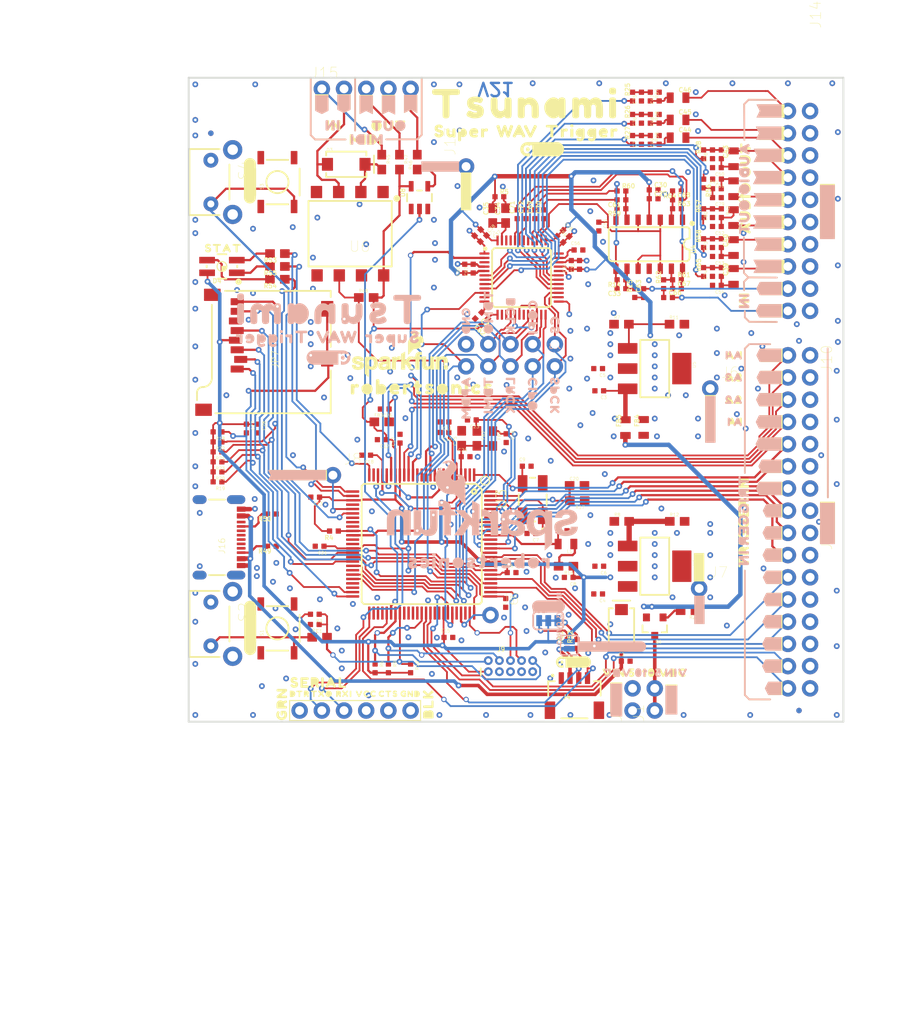
<source format=kicad_pcb>
(kicad_pcb (version 20211014) (generator pcbnew)
  (layers (0 "F.Cu" signal) (31 "B.Cu" signal) (34 "B.Paste" user) (35 "F.Paste" user) (36 "B.SilkS" user "B.Silkscreen") (37 "F.SilkS" user "F.Silkscreen") (38 "B.Mask" user) (39 "F.Mask" user) (44 "Edge.Cuts" user))
  (net 0 "")
  (net 1 "DGND")
  (net 2 "N$1")
  (net 3 "N$2")
  (net 4 "N$3")
  (net 5 "VDDOUT")
  (net 6 "N$5")
  (net 7 "V_USB")
  (net 8 "REGINPUTS")
  (net 9 "3.3V")
  (net 10 "SDD0")
  (net 11 "SDD1")
  (net 12 "SDD2")
  (net 13 "SDD3")
  (net 14 "SDCLK")
  (net 15 "SDCMD")
  (net 16 "SDCD")
  (net 17 "BLUE_LED")
  (net 18 "I2C_SDA")
  (net 19 "I2C_SCK")
  (net 20 "BCLK")
  (net 21 "LRCK")
  (net 22 "MCLK")
  (net 23 "SWDIO/TMS")
  (net 24 "SWCLK/TCK")
  (net 25 "TDO")
  (net 26 "TDI")
  (net 27 "NRESET")
  (net 28 "APDN")
  (net 29 "RXD")
  (net 30 "TXD")
  (net 31 "TDMO")
  (net 32 "TDMI")
  (net 33 "MIN")
  (net 34 "MOUT")
  (net 35 "OR1")
  (net 36 "OL2")
  (net 37 "OR2")
  (net 38 "OL3")
  (net 39 "OR3")
  (net 40 "AOUT1L")
  (net 41 "AOUT1R")
  (net 42 "AOUT2L")
  (net 43 "AOUT2R")
  (net 44 "AOUT3L")
  (net 45 "AOUT3R")
  (net 46 "DBUG")
  (net 47 "UIA1")
  (net 48 "UIA2")
  (net 49 "UIA3")
  (net 50 "UID1")
  (net 51 "UID2")
  (net 52 "UID3")
  (net 53 "UID4")
  (net 54 "UID5")
  (net 55 "UID6")
  (net 56 "UID7")
  (net 57 "UID8")
  (net 58 "UID9")
  (net 59 "UID11")
  (net 60 "N$16")
  (net 61 "N$17")
  (net 62 "AIN1L")
  (net 63 "AIN1R")
  (net 64 "N$4")
  (net 65 "N$24")
  (net 66 "N$25")
  (net 67 "N$29")
  (net 68 "N$26")
  (net 69 "OL4")
  (net 70 "OR4")
  (net 71 "N$75")
  (net 72 "AOUT4R")
  (net 73 "AOUT4L")
  (net 74 "UIA4")
  (net 75 "UID12")
  (net 76 "N$23")
  (net 77 "N$27")
  (net 78 "N$28")
  (net 79 "N$30")
  (net 80 "N$52")
  (net 81 "N$53")
  (net 82 "N$54")
  (net 83 "N$55")
  (net 84 "UID10")
  (net 85 "56")
  (net 86 "MIDI-IN-PIN4")
  (net 87 "MIDI-OUT-PIN4")
  (net 88 "N$38")
  (net 89 "MIDI-IN-PIN5")
  (net 90 "MIDI-OUT-PIN5")
  (net 91 "USERSW")
  (net 92 "N$8")
  (net 93 "VIN")
  (net 94 "SHIELD")
  (net 95 "VCCA")
  (net 96 "CC2")
  (net 97 "CC1")
  (net 98 "N$7")
  (net 99 "N$9")
  (net 100 "N$35")
  (net 101 "N$36")
  (net 102 "N$37")
  (net 103 "GREEN_LED")
  (net 104 "RED_LED")
  (net 105 "OL1")
  (net 106 "SPI0_NPCS1")
  (net 107 "SPI0_SPCK")
  (net 108 "SPI0_COPI")
  (net 109 "SPI0_CIPO")
  (net 110 "AGND")
  (net 111 "N$48")
  (net 112 "N$45")
  (net 113 "N$6")
  (net 114 "N$12")
  (net 115 "N$49")
  (net 116 "N$51")
  (net 117 "N$56")
  (net 118 "N$58")
  (net 119 "N$59")
  (net 120 "N$60")
  (net 121 "ADC1LP")
  (net 122 "ADC1LN")
  (net 123 "ADC2LP")
  (net 124 "ADC2LN")
  (net 125 "LF")
  (net 126 "N$11")
  (net 127 "N$14")
  (net 128 "N$15")
  (net 129 "N$34")
  (net 130 "N$18")
  (net 131 "N$19")
  (net 132 "N$20")
  (net 133 "N$21")
  (net 134 "N$22")
  (net 135 "N$31")
  (net 136 "N$33")
  (net 137 "N$32")
  (net 138 "CM_1.5V")
  (footprint "boardEagle:0402-TIGHT" (layer "F.Cu") (at 132.3721 135.7376 -90)
    (fp_text reference "R6")
    (fp_text value "100k")
  )
  (footprint "boardEagle:TP_15TH" (layer "F.Cu") (at 144.0561 131.6736 90)
    (fp_text reference "TP8" hide)
    (fp_text value "TDI" hide)
  )
  (footprint "boardEagle:0402-TIGHT" (layer "F.Cu") (at 151.6761 83.7946 90)
    (fp_text reference "C70")
    (fp_text value "1.0uF")
  )
  (footprint "boardEagle:1X05_NO_SILK" (layer "F.Cu") (at 126.2761 69.4436)
    (fp_text reference "J15")
    (fp_text value "MIDI")
  )
  (footprint "boardEagle:0603" (layer "F.Cu") (at 144.023078 109.428279 -90)
    (fp_text reference "FB2")
    (fp_text value "470Ω")
  )
  (footprint "boardEagle:0402-TIGHT" (layer "F.Cu") (at 120.5611 118.0846 180)
    (fp_text reference "R50")
    (fp_text value "5.1k")
  )
  (footprint "boardEagle:#AGND#27" (layer "F.Cu") (at 142.7861 78.7146 90)
    (fp_text reference "U$96" hide)
    (fp_text value "" hide)
  )
  (footprint "boardEagle:0402-TIGHT" (layer "F.Cu") (at 169.9641 76.9366 90)
    (fp_text reference "R28")
    (fp_text value "10Ω")
  )
  (footprint "boardEagle:0402-TIGHT" (layer "F.Cu") (at 140.319759 107.551219 180)
    (fp_text reference "C11")
    (fp_text value "10uF")
  )
  (footprint "boardEagle:IN0" (layer "F.Cu") (at 174.60214 93.599 90)
    (fp_text reference "U$21" hide)
    (fp_text value "" hide)
  )
  (footprint "boardEagle:OUT0" (layer "F.Cu") (at 133.974843 73.680322)
    (fp_text reference "U$47" hide)
    (fp_text value "" hide)
  )
  (footprint "boardEagle:#5#5" (layer "F.Cu") (at 136.4361 69.75856 90)
    (fp_text reference "U$165" hide)
    (fp_text value "" hide)
  )
  (footprint "boardEagle:TRIGGER_IN0" (layer "F.Cu") (at 174.558959 119.019319 90)
    (fp_text reference "U$22" hide)
    (fp_text value "" hide)
  )
  (footprint "boardEagle:P-LCC-4-3" (layer "F.Cu") (at 114.8461 89.7636 180)
    (fp_text reference "D4")
    (fp_text value "RGB")
  )
  (footprint "boardEagle:0402-TIGHT" (layer "F.Cu") (at 114.3381 114.4016 180)
    (fp_text reference "R19")
    (fp_text value "100k")
  )
  (footprint "boardEagle:0402-TIGHT" (layer "F.Cu") (at 169.9641 90.3986 90)
    (fp_text reference "R65")
    (fp_text value "10Ω")
  )
  (footprint "boardEagle:0805" (layer "F.Cu") (at 173.3931 90.9066 90)
    (fp_text reference "C39")
    (fp_text value "22uF")
  )
  (footprint "boardEagle:ROBERTSONICS0" (layer "F.Cu") (at 137.7823 103.5812)
    (fp_text reference "U$8" hide)
    (fp_text value "" hide)
  )
  (footprint "boardEagle:0402-TIGHT" (layer "F.Cu") (at 162.8521 70.3326 90)
    (fp_text reference "C75")
    (fp_text value "0.1uF")
  )
  (footprint "boardEagle:0603" (layer "F.Cu") (at 135.1661 77.8256 -90)
    (fp_text reference "R47")
    (fp_text value "220")
  )
  (footprint "boardEagle:0402-TIGHT" (layer "F.Cu") (at 150.258781 120.30456 180)
    (fp_text reference "C7")
    (fp_text value "12pF")
  )
  (footprint "boardEagle:#3#0" (layer "F.Cu") (at 179.36464 132.938519)
    (fp_text reference "U$30" hide)
    (fp_text value "" hide)
  )
  (footprint "boardEagle:0402-TIGHT" (layer "F.Cu") (at 114.3381 108.6866 180)
    (fp_text reference "R18")
    (fp_text value "10k")
  )
  (footprint "boardEagle:0402-TIGHT" (layer "F.Cu") (at 126.0221 121.7676 180)
    (fp_text reference "C21")
    (fp_text value "0.1uF")
  )
  (footprint "boardEagle:#1R#3" (layer "F.Cu") (at 179.39004 94.8436)
    (fp_text reference "U$164" hide)
    (fp_text value "" hide)
  )
  (footprint "boardEagle:0603" (layer "F.Cu") (at 121.188481 91.229182 180)
    (fp_text reference "R54")
    (fp_text value "100")
  )
  (footprint "boardEagle:0603" (layer "F.Cu") (at 145.829018 109.443522 -90)
    (fp_text reference "FB1")
    (fp_text value "470Ω")
  )
  (footprint "boardEagle:#12#0" (layer "F.Cu") (at 179.36464 110.078519)
    (fp_text reference "U$39" hide)
    (fp_text value "" hide)
  )
  (footprint "boardEagle:0402-TIGHT" (layer "F.Cu") (at 125.473459 129.55016 180)
    (fp_text reference "R3")
    (fp_text value "10k")
  )
  (footprint "boardEagle:2X8_NOSILK" (layer "F.Cu") (at 179.6161 120.2436 -90)
    (fp_text reference "J11")
    (fp_text value "TRIG1")
  )
  (footprint "boardEagle:0402-TIGHT" (layer "F.Cu") (at 140.31214 108.752641 180)
    (fp_text reference "C10")
    (fp_text value "0.1uF")
  )
  (footprint "boardEagle:IN0" (layer "F.Cu") (at 127.655321 73.626982)
    (fp_text reference "U$46" hide)
    (fp_text value "" hide)
  )
  (footprint "boardEagle:0402-TIGHT" (layer "F.Cu") (at 166.9161 81.1276 180)
    (fp_text reference "R64")
    (fp_text value "33k")
  )
  (footprint "boardEagle:0402-TIGHT" (layer "F.Cu") (at 171.5008 79.7687 180)
    (fp_text reference "C51")
    (fp_text value "0.1uF")
  )
  (footprint "boardEagle:0402-TIGHT" (layer "F.Cu") (at 163.8681 70.3326 -90)
    (fp_text reference "R37")
    (fp_text value "10Ω" hide)
  )
  (footprint "boardEagle:0402-TIGHT" (layer "F.Cu") (at 163.1061 92.8116 90)
    (fp_text reference "C63")
    (fp_text value "1.0uF")
  )
  (footprint "boardEagle:0402-TIGHT" (layer "F.Cu") (at 125.51664 116.1542 180)
    (fp_text reference "C13")
    (fp_text value "0.1uF")
  )
  (footprint "boardEagle:0402-TIGHT" (layer "F.Cu") (at 135.227059 109.463838 90)
    (fp_text reference "C17")
    (fp_text value "0.1uF")
  )
  (footprint "boardEagle:0402-TIGHT" (layer "F.Cu") (at 171.9961 76.9366 -90)
    (fp_text reference "R40")
    (fp_text value "10Ω" hide)
  )
  (footprint "boardEagle:0402-TIGHT" (layer "F.Cu") (at 120.5611 121.7676 180)
    (fp_text reference "R49")
    (fp_text value "5.1k")
  )
  (footprint "boardEagle:0402-TIGHT" (layer "F.Cu") (at 160.5661 81.1276)
    (fp_text reference "R60")
    (fp_text value "33k")
  )
  (footprint "boardEagle:0402-TIGHT" (layer "F.Cu") (at 164.2491 81.0006)
    (fp_text reference "C30")
    (fp_text value "1.0uF")
  )
  (footprint "boardEagle:0603" (layer "F.Cu") (at 155.483562 114.815619)
    (fp_text reference "C20")
    (fp_text value "10pF")
  )
  (footprint "boardEagle:0603" (layer "F.Cu") (at 154.2161 124.0536 180)
    (fp_text reference "R16")
    (fp_text value "2.2")
  )
  (footprint "boardEagle:SMA-DIODE" (layer "F.Cu") (at 160.5661 131.1656 90)
    (fp_text reference "D1")
    (fp_text value "1A/40V/500mV")
  )
  (footprint "boardEagle:2X10_NOSILK" (layer "F.Cu") (at 179.6161 71.9836 -90)
    (fp_text reference "J14")
    (fp_text value "AUDIO I/O")
  )
  (footprint "boardEagle:MICRO-SD-SOCKET-PP" (layer "F.Cu") (at 127.2921 92.5576 90)
    (fp_text reference "JP7")
    (fp_text value "USD-SOCKETNEW")
  )
  (footprint "boardEagle:0402-TIGHT" (layer "F.Cu") (at 157.9753 85.1996 -90)
    (fp_text reference "C55")
    (fp_text value "0.1uF")
  )
  (footprint "boardEagle:#4R#0" (layer "F.Cu") (at 179.6161 89.7636)
    (fp_text reference "U$17" hide)
    (fp_text value "" hide)
  )
  (footprint "boardEagle:0402-TIGHT" (layer "F.Cu") (at 171.4881 91.9226 180)
    (fp_text reference "C54")
    (fp_text value "0.1uF")
  )
  (footprint "boardEagle:0402-TIGHT" (layer "F.Cu") (at 148.6281 83.7946 90)
    (fp_text reference "C71")
    (fp_text value "1.0uF")
  )
  (footprint "boardEagle:0402-TIGHT" (layer "F.Cu") (at 164.2491 82.0166)
    (fp_text reference "C29")
    (fp_text value "0.1uF")
  )
  (footprint "boardEagle:0603" (layer "F.Cu") (at 133.1341 77.8256 -90)
    (fp_text reference "R45")
    (fp_text value "220")
  )
  (footprint "boardEagle:0402-TIGHT" (layer "F.Cu") (at 133.1341 109.5756 180)
    (fp_text reference "C12")
    (fp_text value "0.1uF")
  )
  (footprint "boardEagle:6_PIN_SERIAL_TARGET_SIDE_W_SILK" (layer "F.Cu") (at 130.0861 140.5636)
    (fp_text reference "J18" hide)
    (fp_text value "" hide)
  )
  (footprint "boardEagle:0402-TIGHT" (layer "F.Cu") (at 143.5989 90.0096 90)
    (fp_text reference "C57")
    (fp_text value "0.1uF")
  )
  (footprint "boardEagle:#1L#0" (layer "F.Cu") (at 179.6161 71.9836)
    (fp_text reference "U$11" hide)
    (fp_text value "" hide)
  )
  (footprint "boardEagle:8-SMD" (layer "F.Cu") (at 129.3241 86.2076 180)
    (fp_text reference "U6")
    (fp_text value "6N138M")
  )
  (footprint "boardEagle:0603" (layer "F.Cu") (at 126.0221 132.1816)
    (fp_text reference "R1")
    (fp_text value "33")
  )
  (footprint "boardEagle:A10" (layer "F.Cu") (at 175.188881 107.546141)
    (fp_text reference "U$51" hide)
    (fp_text value "" hide)
  )
  (footprint "boardEagle:0402-TIGHT" (layer "F.Cu") (at 140.759184 132.199379)
    (fp_text reference "C15")
    (fp_text value "0.1uF")
  )
  (footprint "boardEagle:0402-TIGHT" (layer "F.Cu") (at 149.72284 112.613441)
    (fp_text reference "C9")
    (fp_text value "12pF")
  )
  (footprint "boardEagle:0603" (layer "F.Cu") (at 131.3561 93.3196)
    (fp_text reference "R48")
    (fp_text value "220")
  )
  (footprint "boardEagle:0402-TIGHT" (layer "F.Cu") (at 170.9801 87.0966 90)
    (fp_text reference "C73")
    (fp_text value "0.1uF")
  )
  (footprint "boardEagle:0603" (layer "F.Cu") (at 137.1981 77.8256 90)
    (fp_text reference "R46")
    (fp_text value "220")
  )
  (footprint "boardEagle:#USER#0" (layer "F.Cu") (at 118.0465 79.9592 90)
    (fp_text reference "U$6" hide)
    (fp_text value "" hide)
  )
  (footprint "boardEagle:AUDIO_OUT0" (layer "F.Cu") (at 174.7647 80.7466 90)
    (fp_text reference "U$20" hide)
    (fp_text value "" hide)
  )
  (footprint "boardEagle:FIDUCIAL-MICRO" (layer "F.Cu") (at 113.5761 74.5236)
    (fp_text reference "FD2" hide)
    (fp_text value "FIDUCIALUFIDUCIAL" hide)
  )
  (footprint "boardEagle:SOT223" (layer "F.Cu") (at 164.3761 101.4476 -90)
    (fp_text reference "U5")
    (fp_text value "LM1117")
  )
  (footprint "boardEagle:#7#0" (layer "F.Cu") (at 179.36464 122.778519)
    (fp_text reference "U$34" hide)
    (fp_text value "" hide)
  )
  (footprint "boardEagle:0402-TIGHT" (layer "F.Cu") (at 170.9801 76.9366 90)
    (fp_text reference "C78")
    (fp_text value "0.1uF")
  )
  (footprint "boardEagle:0402-TIGHT" (layer "F.Cu") (at 160.5661 92.3036 180)
    (fp_text reference "C33")
    (fp_text value "100pF")
  )
  (footprint "boardEagle:SMA-DIODE" (layer "F.Cu") (at 129.0701 78.0796)
    (fp_text reference "D3")
    (fp_text value "1A/40V/500mV")
  )
  (footprint "boardEagle:TP_15TH" (layer "F.Cu") (at 142.7861 139.2936 90)
    (fp_text reference "TP2" hide)
    (fp_text value "I2C_SDA" hide)
  )
  (footprint "boardEagle:0402-TIGHT" (layer "F.Cu") (at 161.8361 72.8726 90)
    (fp_text reference "R26")
    (fp_text value "10Ω")
  )
  (footprint "boardEagle:SOT223" (layer "F.Cu") (at 164.3761 124.0536 -90)
    (fp_text reference "U1")
    (fp_text value "LM1117")
  )
  (footprint "boardEagle:0603" (layer "F.Cu") (at 155.506418 116.558063 180)
    (fp_text reference "R17")
    (fp_text value "5.62k")
  )
  (footprint "boardEagle:#2#0" (layer "F.Cu") (at 179.36464 135.478519)
    (fp_text reference "U$29" hide)
    (fp_text value "" hide)
  )
  (footprint "boardEagle:0402-TIGHT" (layer "F.Cu") (at 114.3381 110.9726 180)
    (fp_text reference "R21")
    (fp_text value "100k")
  )
  (footprint "boardEagle:V0" (layer "F.Cu") (at 150.261321 74.312775)
    (fp_text reference "U$66" hide)
    (fp_text value "" hide)
  )
  (footprint "boardEagle:#14#0" (layer "F.Cu") (at 179.382421 105.006141)
    (fp_text reference "U$48" hide)
    (fp_text value "" hide)
  )
  (footprint "boardEagle:STAND-OFF" (layer "F.Cu") (at 171.9961 71.9836)
    (fp_text reference "H4" hide)
    (fp_text value "STAND-OFF" hide)
  )
  (footprint "boardEagle:0402-TIGHT" (layer "F.Cu") (at 155.6465 87.88146)
    (fp_text reference "C56")
    (fp_text value "0.1uF")
  )
  (footprint "boardEagle:#3R#0" (layer "F.Cu") (at 179.6161 84.6836)
    (fp_text reference "U$14" hide)
    (fp_text value "" hide)
  )
  (footprint "boardEagle:0805" (layer "F.Cu") (at 167.0431 70.4596)
    (fp_text reference "C46")
    (fp_text value "22uF")
  )
  (footprint "boardEagle:0402-TIGHT" (layer "F.Cu") (at 171.4881 85.1916 180)
    (fp_text reference "C52")
    (fp_text value "0.1uF")
  )
  (footprint "boardEagle:#GND#1" (layer "F.Cu") (at 159.966659 139.235179 90)
    (fp_text reference "U$61" hide)
    (fp_text value "" hide)
  )
  (footprint "boardEagle:#1L#3" (layer "F.Cu") (at 179.39004 92.3036)
    (fp_text reference "U$116" hide)
    (fp_text value "" hide)
  )
  (footprint "boardEagle:#3L#0" (layer "F.Cu") (at 179.6161 82.1436)
    (fp_text reference "U$15" hide)
    (fp_text value "" hide)
  )
  (footprint "boardEagle:CREATIVE_COMMONS" (layer "F.Cu") (at 109.7661 173.5836)
    (fp_text reference "FRAME2" hide)
    (fp_text value "FRAME-LEDGER" hide)
  )
  (footprint "boardEagle:0402-TIGHT" (layer "F.Cu") (at 144.9197 95.377 135)
    (fp_text reference "C36")
    (fp_text value "0.1uF")
  )
  (footprint "boardEagle:0603" (layer "F.Cu") (at 147.3073 83.947 90)
    (fp_text reference "C34")
    (fp_text value "5.6nF")
  )
  (footprint "boardEagle:1X01_NO_SILK" (layer "F.Cu") (at 142.7861 78.3336 90)
    (fp_text reference "J17")
    (fp_text value "AGND")
  )
  (footprint "boardEagle:0402-TIGHT" (layer "F.Cu") (at 125.468378 130.71856 180)
    (fp_text reference "C1")
    (fp_text value "10nF")
  )
  (footprint "boardEagle:0603" (layer "F.Cu") (at 121.1961 89.7636 180)
    (fp_text reference "R55")
    (fp_text value "220")
  )
  (footprint "boardEagle:TP_15TH" (layer "F.Cu") (at 136.4361 88.4936)
    (fp_text reference "TP4" hide)
    (fp_text value "MCLK" hide)
  )
  (footprint "boardEagle:#4#3" (layer "F.Cu") (at 131.3561 69.75856 90)
    (fp_text reference "U$18" hide)
    (fp_text value "" hide)
  )
  (footprint "boardEagle:MIDI0" (layer "F.Cu") (at 131.3561 75.239879)
    (fp_text reference "U$45" hide)
    (fp_text value "" hide)
  )
  (footprint "boardEagle:VIN_5#10_VDC0" (layer "F.Cu") (at 163.2331 136.2456)
    (fp_text reference "U$99" hide)
    (fp_text value "" hide)
  )
  (footprint "boardEagle:TP_15TH" (layer "F.Cu") (at 147.8661 131.6736 90)
    (fp_text reference "TP7" hide)
    (fp_text value "TDO" hide)
  )
  (footprint "boardEagle:0402-TIGHT" (layer "F.Cu") (at 161.053781 134.92226)
    (fp_text reference "C2")
    (fp_text value "10uF")
  )
  (footprint "boardEagle:0402-TIGHT" (layer "F.Cu") (at 166.9161 92.3036)
    (fp_text reference "C67")
    (fp_text value "100pF")
  )
  (footprint "boardEagle:0402-TIGHT" (layer "F.Cu") (at 170.9801 90.3986 90)
    (fp_text reference "C74")
    (fp_text value "0.1uF")
  )
  (footprint "boardEagle:#2#5" (layer "F.Cu") (at 133.8961 69.75856 90)
    (fp_text reference "U$19" hide)
    (fp_text value "" hide)
  )
  (footprint "boardEagle:0402-TIGHT" (layer "F.Cu") (at 166.9161 91.2876)
    (fp_text reference "R61")
    (fp_text value "33k")
  )
  (footprint "boardEagle:0603" (layer "F.Cu") (at 160.5661 96.3676)
    (fp_text reference "R7")
    (fp_text value "390")
  )
  (footprint "boardEagle:0402-TIGHT" (layer "F.Cu") (at 163.8681 75.2856 -90)
    (fp_text reference "R39")
    (fp_text value "10Ω" hide)
  )
  (footprint "boardEagle:0402-TIGHT" (layer "F.Cu") (at 133.477 106.075482 180)
    (fp_text reference "C26")
    (fp_text value "0.1uF")
  )
  (footprint "boardEagle:0603" (layer "F.Cu") (at 168.1861 129.1336 180)
    (fp_text reference "R2")
    (fp_text value "1M")
  )
  (footprint "boardEagle:#1R#0" (layer "F.Cu") (at 179.6161 74.5236)
    (fp_text reference "U$12" hide)
    (fp_text value "" hide)
  )
  (footprint "boardEagle:#13#0" (layer "F.Cu") (at 179.382421 107.546141)
    (fp_text reference "U$43" hide)
    (fp_text value "" hide)
  )
  (footprint "boardEagle:TP_15TH" (layer "F.Cu") (at 137.7061 134.2136 90)
    (fp_text reference "TP6" hide)
    (fp_text value "SWCK/TCK" hide)
  )
  (footprint "boardEagle:#4#0" (layer "F.Cu") (at 126.2761 69.689982 90)
    (fp_text reference "U$56" hide)
    (fp_text value "" hide)
  )
  (footprint "boardEagle:CREATIVE_COMMONS" (layer "F.Cu") (at 109.7661 173.5836)
    (fp_text reference "FRAME1" hide)
    (fp_text value "FRAME-LEDGER" hide)
  )
  (footprint "boardEagle:0402-TIGHT" (layer "F.Cu") (at 142.6337 90.0096 90)
    (fp_text reference "C60")
    (fp_text value "1.0uF")
  )
  (footprint "boardEagle:0402-TIGHT" (layer "F.Cu") (at 165.3921 91.7956 90)
    (fp_text reference "R62")
    (fp_text value "33k")
  )
  (footprint "boardEagle:0402-TIGHT" (layer "F.Cu") (at 157.8991 127.2286 180)
    (fp_text reference "C4")
    (fp_text value "0.1uF")
  )
  (footprint "boardEagle:QWIIC_4MM" (layer "F.Cu") (at 155.0797 135.0264)
    (fp_text reference "LOGO3" hide)
    (fp_text value "QWIIC_LOGO_4MM" hide)
  )
  (footprint "boardEagle:TACTILE_SWITCH_PTH_RIGHT_ANGLE" (layer "F.Cu") (at 113.5761 130.6576 -90)
    (fp_text reference "S2")
    (fp_text value "DNP" hide)
  )
  (footprint "boardEagle:0402-TIGHT" (layer "F.Cu") (at 154.235359 85.977219 -45)
    (fp_text reference "C58")
    (fp_text value "1.0uF")
  )
  (footprint "boardEagle:STAND-OFF" (layer "F.Cu") (at 114.8461 71.9836)
    (fp_text reference "H1" hide)
    (fp_text value "STAND-OFF" hide)
  )
  (footprint "boardEagle:0805" (layer "F.Cu") (at 161.020762 108.198919 90)
    (fp_text reference "FB5")
    (fp_text value "600Ω")
  )
  (footprint "boardEagle:0402-TIGHT" (layer "F.Cu") (at 171.9961 87.0966 -90)
    (fp_text reference "R43")
    (fp_text value "10Ω" hide)
  )
  (footprint "boardEagle:0402-TIGHT" (layer "F.Cu") (at 166.9161 83.1596)
    (fp_text reference "R63")
    (fp_text value "33k")
  )
  (footprint "boardEagle:0402-TIGHT" (layer "F.Cu") (at 164.8841 70.3326 90)
    (fp_text reference "C47")
    (fp_text value "0.1uF")
  )
  (footprint "boardEagle:0402-TIGHT" (layer "F.Cu") (at 171.9961 83.6676 -90)
    (fp_text reference "R42")
    (fp_text value "10Ω" hide)
  )
  (footprint "boardEagle:0402-TIGHT" (layer "F.Cu") (at 170.9801 83.6676 90)
    (fp_text reference "C80")
    (fp_text value "0.1uF")
  )
  (footprint "boardEagle:TP_15TH" (layer "F.Cu") (at 140.2461 139.2936 90)
    (fp_text reference "TP1" hide)
    (fp_text value "I2C_SCK" hide)
  )
  (footprint "boardEagle:TACTILE_SWITCH_SMD_5.2MM" (layer "F.Cu") (at 121.1961 80.1116 90)
    (fp_text reference "S3")
    (fp_text value "User")
  )
  (footprint "boardEagle:0402-TIGHT" (layer "F.Cu") (at 144.1831 96.0882 135)
    (fp_text reference "C62")
    (fp_text value "1.0uF")
  )
  (footprint "boardEagle:#VIN#2" (layer "F.Cu") (at 166.281096 139.247882 90)
    (fp_text reference "U$67" hide)
    (fp_text value "" hide)
  )
  (footprint "boardEagle:0402-TIGHT" (layer "F.Cu") (at 150.6601 83.7946 90)
    (fp_text reference "C69")
    (fp_text value "1.0uF")
  )
  (footprint "boardEagle:#9#0" (layer "F.Cu") (at 179.36464 117.698519)
    (fp_text reference "U$36" hide)
    (fp_text value "" hide)
  )
  (footprint "boardEagle:0402-TIGHT" (layer "F.Cu") (at 158.0261 124.0536 180)
    (fp_text reference "C6")
    (fp_text value "10uF")
  )
  (footprint "boardEagle:0805" (layer "F.Cu") (at 173.3931 77.4446 90)
    (fp_text reference "C43")
    (fp_text value "22uF")
  )
  (footprint "boardEagle:#AGND#0" (layer "F.Cu") (at 184.1373 83.4136 90)
    (fp_text reference "U$28" hide)
    (fp_text value "" hide)
  )
  (footprint "boardEagle:0402-TIGHT" (layer "F.Cu") (at 146.5961 81.788)
    (fp_text reference "R5")
    (fp_text value "560Ω")
  )
  (footprint "boardEagle:0402-TIGHT" (layer "F.Cu") (at 162.8521 72.8726 90)
    (fp_text reference "C76")
    (fp_text value "0.1uF")
  )
  (footprint "boardEagle:0805" (layer "F.Cu") (at 163.1061 108.1786 90)
    (fp_text reference "FB4")
    (fp_text value "600Ω")
  )
  (footprint "boardEagle:0402-TIGHT" (layer "F.Cu") (at 144.770381 86.570641 -135)
    (fp_text reference "C37")
    (fp_text value "0.1uF")
  )
  (footprint "boardEagle:W0" (layer "F.Cu") (at 147.337781 74.307697)
    (fp_text reference "U$64" hide)
    (fp_text value "" hide)
  )
  (footprint "boardEagle:0603" (layer "F.Cu") (at 166.9161 96.3676)
    (fp_text reference "R11")
    (fp_text value "240")
  )
  (footprint "boardEagle:0805" (layer "F.Cu") (at 173.3931 80.8736 -90)
    (fp_text reference "C42")
    (fp_text value "22uF")
  )
  (footprint "boardEagle:0402-TIGHT" (layer "F.Cu") (at 165.9001 93.3196)
    (fp_text reference "C66")
    (fp_text value "1.0uF")
  )
  (footprint "boardEagle:A20" (layer "F.Cu") (at 175.188881 105.006141)
    (fp_text reference "U$52" hide)
    (fp_text value "" hide)
  )
  (footprint "boardEagle:0402-TIGHT" (layer "F.Cu") (at 166.9161 82.1436)
    (fp_text reference "C68")
    (fp_text value "100pF")
  )
  (footprint "boardEagle:2X5-PTH-1.27MM-NO_SILK" (layer "F.Cu") (at 147.8661 135.4836)
    (fp_text reference "J9")
    (fp_text value "CORTEX_JTAG_DEBUG_PTH_NS")
  )
  (footprint "boardEagle:1X02_NO_SILK" (layer "F.Cu") (at 161.8361 140.5636 90)
    (fp_text reference "J2")
    (fp_text value "GND-IN")
  )
  (footprint "boardEagle:0402-TIGHT" (layer "F.Cu") (at 157.8991 101.4476 180)
    (fp_text reference "C5")
    (fp_text value "10uF")
  )
  (footprint "boardEagle:0402-TIGHT" (layer "F.Cu") (at 164.8841 72.8726 90)
    (fp_text reference "C48")
    (fp_text value "0.1uF")
  )
  (footprint "boardEagle:1X01_NO_SILK" (layer "F.Cu") (at 127.5461 113.6396)
    (fp_text reference "J8")
    (fp_text value "PLAYING")
  )
  (footprint "boardEagle:0402-TIGHT" (layer "F.Cu") (at 155.7655 89.5858 90)
    (fp_text reference "C32")
    (fp_text value "1.0uF")
  )
  (footprint "boardEagle:0805" (layer "F.Cu") (at 167.0431 72.9996)
    (fp_text reference "C45")
    (fp_text value "22uF")
  )
  (footprint "boardEagle:SOT23-5" (layer "F.Cu") (at 137.4521 81.8896)
    (fp_text reference "U8")
    (fp_text value "74AHC1G125W5-7")
  )
  (footprint "boardEagle:0402-TIGHT" (layer "F.Cu") (at 163.8681 72.8726 -90)
    (fp_text reference "R38")
    (fp_text value "10Ω" hide)
  )
  (footprint "boardEagle:STAND-OFF" (layer "F.Cu") (at 171.9961 138.0236)
    (fp_text reference "H2" hide)
    (fp_text value "STAND-OFF" hide)
  )
  (footprint "boardEagle:2X8_NOSILK" (layer "F.Cu") (at 179.6161 99.9236 -90)
    (fp_text reference "J10")
    (fp_text value "TRIG2")
  )
  (footprint "boardEagle:SUPER0" (layer "F.Cu") (at 142.313659 74.297538)
    (fp_text reference "U$60" hide)
    (fp_text value "" hide)
  )
  (footprint "boardEagle:#3V3_A#0" (layer "F.Cu") (at 170.7261 104.1781 90)
    (fp_text reference "U$44" hide)
    (fp_text value "" hide)
  )
  (footprint "boardEagle:#RESET#0" (layer "F.Cu") (at 118.0719 131.1148 90)
    (fp_text reference "U$7" hide)
    (fp_text value "" hide)
  )
  (footprint "boardEagle:#5#0" (layer "F.Cu") (at 128.8161 69.689982 90)
    (fp_text reference "U$58" hide)
    (fp_text value "" hide)
  )
  (footprint "boardEagle:0402-TIGHT" (layer "F.Cu") (at 127.662559 120.030241 180)
    (fp_text reference "R4")
    (fp_text value "10k")
  )
  (footprint "boardEagle:TACTILE_SWITCH_PTH_RIGHT_ANGLE" (layer "F.Cu") (at 113.5761 80.1116 -90)
    (fp_text reference "S4")
    (fp_text value "DNP" hide)
  )
  (footprint "boardEagle:0603" (layer "F.Cu") (at 142.28064 109.413044 90)
    (fp_text reference "C25")
    (fp_text value "2.2uF")
  )
  (footprint "boardEagle:0402-TIGHT" (layer "F.Cu") (at 169.9641 83.6676 90)
    (fp_text reference "R57")
    (fp_text value "10Ω")
  )
  (footprint "boardEagle:USB-C-16P-4LAYER-ISOLATED" (layer "F.Cu") (at 117.3861 120.7516 -90)
    (fp_text reference "J16")
    (fp_text value "USB-C")
  )
  (footprint "boardEagle:CRYSTAL-OSC-SMD-5X3" (layer "F.Cu") (at 150.4061 116.4336 90)
    (fp_text reference "Y1")
    (fp_text value "11.2896 MHz")
  )
  (footprint "boardEagle:0402-TIGHT" (layer "F.Cu") (at 161.8361 70.3326 90)
    (fp_text reference "R25")
    (fp_text value "10Ω")
  )
  (footprint "boardEagle:0402-TIGHT" (layer "F.Cu") (at 155.4607 132.946135 90)
    (fp_text reference "R52")
    (fp_text value "2.2k")
  )
  (footprint "boardEagle:#4#0" (layer "F.Cu") (at 179.36464 130.398519)
    (fp_text reference "U$31" hide)
    (fp_text value "" hide)
  )
  (footprint "boardEagle:0402-TIGHT" (layer "F.Cu") (at 169.971718 80.279241 -90)
    (fp_text reference "R56")
    (fp_text value "10Ω")
  )
  (footprint "boardEagle:0805" (layer "F.Cu") (at 167.0431 75.0316)
    (fp_text reference "C44")
    (fp_text value "22uF")
  )
  (footprint "boardEagle:LQFP-48" (layer "F.Cu") (at 149.1361 91.0336)
    (fp_text reference "U7")
    (fp_text value "ADAU1328")
  )
  (footprint "boardEagle:0402-TIGHT" (layer "F.Cu") (at 158.0261 103.9876 180)
    (fp_text reference "C3")
    (fp_text value "0.1uF")
  )
  (footprint "boardEagle:A0" (layer "F.Cu") (at 148.965921 74.307697)
    (fp_text reference "U$65" hide)
    (fp_text value "" hide)
  )
  (footprint "boardEagle:0402-TIGHT" (layer "F.Cu") (at 160.5661 83.1596 180)
    (fp_text reference "R59")
    (fp_text value "33k")
  )
  (footprint "boardEagle:#2R#0" (layer "F.Cu") (at 179.6161 79.6036)
    (fp_text reference "U$13" hide)
    (fp_text value "" hide)
  )
  (footprint "boardEagle:0402-TIGHT" (layer "F.Cu") (at 133.8961 135.7376 -90)
    (fp_text reference "R9")
    (fp_text value "100k")
  )
  (footprint "boardEagle:#11#0" (layer "F.Cu") (at 179.36464 112.618519)
    (fp_text reference "U$38" hide)
    (fp_text value "" hide)
  )
  (footprint "boardEagle:0402-TIGHT" (layer "F.Cu") (at 149.6441 83.7946 90)
    (fp_text reference "C72")
    (fp_text value "1.0uF")
  )
  (footprint "boardEagle:#2L#0" (layer "F.Cu") (at 179.6161 77.0636)
    (fp_text reference "U$10" hide)
    (fp_text value "" hide)
  )
  (footprint "boardEagle:0402-TIGHT" (layer "F.Cu") (at 154.531059 125.33376 180)
    (fp_text reference "C8")
    (fp_text value "0.1uF")
  )
  (footprint "boardEagle:1X01_NO_SILK" (layer "F.Cu") (at 170.7261 103.7336)
    (fp_text reference "J6")
    (fp_text value "3.3VA")
  )
  (footprint "boardEagle:0603" (layer "F.Cu") (at 160.5961 118.9236)
    (fp_text reference "R8")
    (fp_text value "390")
  )
  (footprint "boardEagle:SOT23-3" (layer "F.Cu") (at 164.3761 130.9116 180)
    (fp_text reference "Q1")
    (fp_text value "3.1A/30V/105mΩ")
  )
  (footprint "boardEagle:0805" (layer "F.Cu") (at 154.2161 121.5136 180)
    (fp_text reference "L1")
    (fp_text value "10μH")
  )
  (footprint "boardEagle:QWIIC_5MM" (layer "F.Cu") (at 151.467815 76.342241)
    (fp_text reference "U$4" hide)
    (fp_text value "" hide)
  )
  (footprint "boardEagle:1X01_NO_SILK" (layer "F.Cu") (at 145.5801 129.6416)
    (fp_text reference "J3")
    (fp_text value "DEBUG")
  )
  (footprint "boardEagle:A30" (layer "F.Cu") (at 175.188881 102.466141)
    (fp_text reference "U$53" hide)
    (fp_text value "" hide)
  )
  (footprint "boardEagle:0402-TIGHT" (layer "F.Cu") (at 171.4881 80.8736)
    (fp_text reference "R41")
    (fp_text value "10Ω" hide)
  )
  (footprint "boardEagle:#4L#0" (layer "F.Cu") (at 179.6161 87.2236)
    (fp_text reference "U$16" hide)
    (fp_text value "" hide)
  )
  (footprint "boardEagle:0402-TIGHT" (layer "F.Cu") (at 117.6401 108.3056 -90)
    (fp_text reference "C27")
    (fp_text value "10uF")
  )
  (footprint "boardEagle:0402-TIGHT" (layer "F.Cu") (at 136.4361 135.7376 -90)
    (fp_text reference "R10")
    (fp_text value "100k")
  )
  (footprint "boardEagle:#PLAYING#29" (layer "F.Cu") (at 127.1651 113.6396)
    (fp_text reference "U$98" hide)
    (fp_text value "" hide)
  )
  (footprint "boardEagle:0402-TIGHT" (layer "F.Cu") (at 147.9931 124.780041)
    (fp_text reference "C16")
    (fp_text value "0.1uF")
  )
  (footprint "boardEagle:0805" (layer "F.Cu") (at 173.3931 84.1756 -90)
    (fp_text reference "C41")
    (fp_text value "22uF")
  )
  (footprint "boardEagle:SERIAL3" (layer "F.Cu") (at 125.938281 137.370819)
    (fp_text reference "U$25" hide)
    (fp_text value "" hide)
  )
  (footprint "boardEagle:0603" (layer "F.Cu") (at 166.9461 118.9236)
    (fp_text reference "R12")
    (fp_text value "240")
  )
  (footprint "boardEagle:0402-TIGHT" (layer "F.Cu") (at 147.32 128.252216 -90)
    (fp_text reference "C22")
    (fp_text value "0.1uF")
  )
  (footprint "boardEagle:0402-TIGHT" (layer "F.Cu") (at 118.9101 108.3056 -90)
    (fp_text reference "C28")
    (fp_text value "0.1uF")
  )
  (footprint "boardEagle:TACTILE_SWITCH_SMD_5.2MM" (layer "F.Cu") (at 121.1961 131.1656 90)
    (fp_text reference "S1")
    (fp_text value "Reset")
  )
  (footprint "boardEagle:#5#0" (layer "F.Cu") (at 179.36464 127.858519)
    (fp_text reference "U$32" hide)
    (fp_text value "" hide)
  )
  (footprint "boardEagle:#16#0" (layer "F.Cu") (at 179.382421 99.926141)
    (fp_text reference "U$50" hide)
    (fp_text value "" hide)
  )
  (footprint "boardEagle:#GND#0" (layer "F.Cu") (at 184.139837 119.042182 90)
    (fp_text reference "U$23" hide)
    (fp_text value "" hide)
  )
  (footprint "boardEagle:#6#0" (layer "F.Cu") (at 179.36464 125.318519)
    (fp_text reference "U$33" hide)
    (fp_text value "" hide)
  )
  (footprint "boardEagle:JST04_1MM_RA" (layer "F.Cu") (at 155.1813 136.8552)
    (fp_text reference "J4")
    (fp_text value "QWIIC")
  )
  (footprint "boardEagle:1X02_NO_SILK" (layer "F.Cu") (at 164.3761 140.5636 90)
    (fp_text reference "J1")
    (fp_text value "VDC-IN")
  )
  (footprint "boardEagle:TP_15TH" (layer "F.Cu") (at 127.5461 134.2136)
    (fp_text reference "TP9" hide)
    (fp_text value "NRESET" hide)
  )
  (footprint "boardEagle:0402-TIGHT" (layer "F.Cu") (at 171.4881 78.4606 180)
    (fp_text reference "C50")
    (fp_text value "0.1uF")
  )
  (footprint "boardEagle:0402-TIGHT" (layer "F.Cu") (at 142.730218 111.526322)
    (fp_text reference "C24")
    (fp_text value "0.1uF")
  )
  (footprint "boardEagle:TSUNAMI0" (layer "F.Cu") (at 149.641562 71.160641)
    (fp_text reference "U$63" hide)
    (fp_text value "" hide)
  )
  (footprint "boardEagle:0402-TIGHT" (layer "F.Cu") (at 164.8841 75.2856 90)
    (fp_text reference "C49")
    (fp_text value "0.1uF")
  )
  (footprint "boardEagle:FIDUCIAL-MICRO" (layer "F.Cu") (at 180.8861 140.5636)
    (fp_text reference "FD1" hide)
    (fp_text value "FIDUCIALUFIDUCIAL" hide)
  )
  (footprint "boardEagle:0402-TIGHT" (layer "F.Cu") (at 144.1069 85.9028 -135)
    (fp_text reference "C38")
    (fp_text value "1.0uF")
  )
  (footprint "boardEagle:#8#0" (layer "F.Cu") (at 179.36464 120.238519)
    (fp_text reference "U$35" hide)
    (fp_text value "" hide)
  )
  (footprint "boardEagle:1X01_NO_SILK" (layer "F.Cu") (at 169.4561 126.5936)
    (fp_text reference "J7")
    (fp_text value "3.3V")
  )
  (footprint "boardEagle:0402-TIGHT" (layer "F.Cu") (at 153.83764 119.9896)
    (fp_text reference "C14")
    (fp_text value "4.7uF")
  )
  (footprint "boardEagle:TRIGGER0" (layer "F.Cu") (at 156.1084 74.297541)
    (fp_text reference "U$62" hide)
    (fp_text value "" hide)
  )
  (footprint "boardEagle:0402-TIGHT" (layer "F.Cu") (at 171.4881 88.6206 180)
    (fp_text reference "C53")
    (fp_text value "0.1uF")
  )
  (footprint "boardEagle:SFE_LOGO_NAME_FLAME_.1" (layer "F.Cu") (at 135.2931 100.9396)
    (fp_text reference "U$141" hide)
    (fp_text value "" hide)
  )
  (footprint "boardEagle:0402-TIGHT" (layer "F.Cu") (at 154.8257 89.5858 90)
    (fp_text reference "C31")
    (fp_text value "0.1uF")
  )
  (footprint "boardEagle:0402-TIGHT" (layer "F.Cu") (at 169.9641 87.0966 90)
    (fp_text reference "R58")
    (fp_text value "10Ω")
  )
  (footprint "boardEagle:#10#0" (layer "F.Cu") (at 179.36464 115.158519)
    (fp_text reference "U$37" hide)
    (fp_text value "" hide)
  )
  (footprint "boardEagle:0402-TIGHT" (layer "F.Cu") (at 160.5661 82.1436 180)
    (fp_text reference "C61")
    (fp_text value "100pF")
  )
  (footprint "boardEagle:0402-TIGHT" (layer "F.Cu") (at 171.4881 81.8896 180)
    (fp_text reference "C79")
    (fp_text value "0.1uF")
  )
  (footprint "boardEagle:0402-TIGHT" (layer "F.Cu") (at 161.8361 75.2856 90)
    (fp_text reference "R27")
    (fp_text value "10Ω")
  )
  (footprint "boardEagle:STAT0" (layer "F.Cu") (at 115.0239 87.6808)
    (fp_text reference "U$5" hide)
    (fp_text value "" hide)
  )
  (footprint "boardEagle:0402-TIGHT" (layer "F.Cu") (at 153.54159 86.656857 -45)
    (fp_text reference "C59")
    (fp_text value "0.1uF")
  )
  (footprint "boardEagle:TP_15TH" (layer "F.Cu") (at 132.6261 131.6736 90)
    (fp_text reference "TP5" hide)
    (fp_text value "SWDIO/TMS" hide)
  )
  (footprint "boardEagle:0402-TIGHT" (layer "F.Cu") (at 147.37334 109.405419 -90)
    (fp_text reference "C19")
    (fp_text value "0.1uF")
  )
  (footprint "boardEagle:0402-TIGHT" (layer "F.Cu") (at 160.5661 91.2876 180)
    (fp_text reference "R14")
    (fp_text value "33k")
  )
  (footprint "boardEagle:0603" (layer "F.Cu") (at 121.1961 88.292941 180)
    (fp_text reference "R53")
    (fp_text value "100")
  )
  (footprint "boardEagle:0402-TIGHT" (layer "F.Cu") (at 114.3381 112.1156 180)
    (fp_text reference "R23")
    (fp_text value "10k")
  )
  (footprint "boardEagle:STAND-OFF" (layer "F.Cu") (at 114.8461 138.0236)
    (fp_text reference "H3" hide)
    (fp_text value "STAND-OFF" hide)
  )
  (footprint "boardEagle:0402-TIGHT" (layer "F.Cu") (at 171.9961 90.3986 -90)
    (fp_text reference "R44")
    (fp_text value "10Ω" hide)
  )
  (footprint "boardEagle:#3V3#0" (layer "F.Cu") (at 169.448478 126.090682 90)
    (fp_text reference "U$112" hide)
    (fp_text value "" hide)
  )
  (footprint "boardEagle:0402-TIGHT" (layer "F.Cu") (at 114.3381 109.8296 180)
    (fp_text reference "R22")
    (fp_text value "100k")
  )
  (footprint "boardEagle:0402-TIGHT" (layer "F.Cu") (at 162.8521 75.2856 90)
    (fp_text reference "C77")
    (fp_text value "0.1uF")
  )
  (footprint "boardEagle:LQFP100" (layer "F.Cu") (at 137.7061 121.5136 -90)
    (fp_text reference "U3")
    (fp_text value "ATSAMS70N20A-AN")
  )
  (footprint "boardEagle:0402-TIGHT" (layer "F.Cu") (at 162.0901 92.8116 90)
    (fp_text reference "R15")
    (fp_text value "33k")
  )
  (footprint "boardEagle:A40" (layer "F.Cu") (at 175.188881 99.926141)
    (fp_text reference "U$54" hide)
    (fp_text value "" hide)
  )
  (footprint "boardEagle:0402-TIGHT" (layer "F.Cu") (at 154.371037 132.951222 90)
    (fp_text reference "R51")
    (fp_text value "2.2k")
  )
  (footprint "boardEagle:#1#0" (layer "F.Cu") (at 179.36464 138.018519)
    (fp_text reference "U$24" hide)
    (fp_text value "" hide)
  )
  (footprint "boardEagle:0402-TIGHT" (layer "F.Cu") (at 143.443959 107.320082 180)
    (fp_text reference "C23")
    (fp_text value "0.1uF")
  )
  (footprint "boardEagle:#15#0" (layer "F.Cu") (at 179.382421 102.466141)
    (fp_text reference "U$49" hide)
    (fp_text value "" hide)
  )
  (footprint "boardEagle:0402-TIGHT" (layer "F.Cu") (at 131.3561 111.3536 180)
    (fp_text reference "C18")
    (fp_text value "0.1uF")
  )
  (footprint "boardEagle:0402-TIGHT" (layer "F.Cu") (at 114.3381 113.2586 180)
    (fp_text reference "R20")
    (fp_text value "100k")
  )
  (footprint "boardEagle:0603" (layer "F.Cu") (at 133.1341 107.5436)
    (fp_text reference "FB3")
    (fp_text value "470Ω")
  )
  (footprint "boardEagle:SO14" (layer "F.Cu") (at 164.3761 87.2236 180)
    (fp_text reference "U4")
    (fp_text value "LMV324")
  )
  (footprint "boardEagle:0603" (layer "F.Cu") (at 145.8341 83.947 90)
    (fp_text reference "C35")
    (fp_text value "390nF")
  )
  (footprint "boardEagle:0805" (layer "F.Cu") (at 173.3931 87.6046 90)
    (fp_text reference "C40")
    (fp_text value "22uF")
  )
  (footprint "boardEagle:AUDIO_OUT0" (layer "B.Cu") (at 174.6377 81.0006 -90)
    (fp_text reference "U$107" hide)
    (fp_text value "" hide)
  )
  (footprint "boardEagle:2X5_NOSILK" (layer "B.Cu") (at 152.9461 101.1936 180)
    (fp_text reference "J13")
    (fp_text value "")
  )
  (footprint "boardEagle:#2R#3" (layer "B.Cu") (at 179.26304 79.593441 180)
    (fp_text reference "U$168" hide)
    (fp_text value "" hide)
  )
  (footprint "boardEagle:#4#6" (layer "B.Cu") (at 131.353559 69.8246 -90)
    (fp_text reference "U$59" hide)
    (fp_text value "" hide)
  )
  (footprint "boardEagle:GND_0" (layer "B.Cu") (at 142.7861 93.8276 -90)
    (fp_text reference "U$3" hide)
    (fp_text value "" hide)
  )
  (footprint "boardEagle:A432120" (layer "B.Cu") (at 175.0441 99.9236 180)
    (fp_text reference "U$105" hide)
    (fp_text value "" hide)
  )
  (footprint "boardEagle:#5#0" (layer "B.Cu") (at 128.8034 69.743319 -90)
    (fp_text reference "U$118" hide)
    (fp_text value "" hide)
  )
  (footprint "boardEagle:#4#0" (layer "B.Cu") (at 126.2761 69.7992 -90)
    (fp_text reference "U$117" hide)
    (fp_text value "" hide)
  )
  (footprint "boardEagle:#15#17" (layer "B.Cu") (at 179.23764 102.4636 180)
    (fp_text reference "U$75" hide)
    (fp_text value "" hide)
  )
  (footprint "boardEagle:TSUNAMI0" (layer "B.Cu") (at 126.888237 94.698822 180)
    (fp_text reference "U$69" hide)
    (fp_text value "" hide)
  )
  (footprint "boardEagle:#4L#4" (layer "B.Cu") (at 179.26304 87.213441 180)
    (fp_text reference "U$171" hide)
    (fp_text value "" hide)
  )
  (footprint "boardEagle:#11#17" (layer "B.Cu") (at 179.23764 112.6236 180)
    (fp_text reference "U$79" hide)
    (fp_text value "" hide)
  )
  (footprint "boardEagle:SMT-JUMPER_3_2-NC_TRACE_SILK" (layer "B.Cu") (at 152.189181 130.279141 180)
    (fp_text reference "I2C0")
    (fp_text value "")
  )
  (footprint "boardEagle:VIN_5#10_VDC0" (layer "B.Cu") (at 163.2331 136.2456 180)
    (fp_text reference "U$27" hide)
    (fp_text value "" hide)
  )
  (footprint "boardEagle:#PLAYING#30" (layer "B.Cu") (at 127.0381 113.6396 180)
    (fp_text reference "U$40" hide)
    (fp_text value "" hide)
  )
  (footprint "boardEagle:#12#17" (layer "B.Cu") (at 179.23764 110.0836 180)
    (fp_text reference "U$78" hide)
    (fp_text value "" hide)
  )
  (footprint "boardEagle:TDMI25" (layer "B.Cu") (at 145.331178 101.681282 -90)
    (fp_text reference "U$92" hide)
    (fp_text value "" hide)
  )
  (footprint "boardEagle:FIDUCIAL-MICRO" (layer "B.Cu") (at 180.8861 140.5636 180)
    (fp_text reference "FD4" hide)
    (fp_text value "FIDUCIALUFIDUCIAL" hide)
  )
  (footprint "boardEagle:#4#17" (layer "B.Cu") (at 179.23764 130.4036 180)
    (fp_text reference "U$175" hide)
    (fp_text value "" hide)
  )
  (footprint "boardEagle:#I2C#6" (layer "B.Cu") (at 152.214581 128.656082 180)
    (fp_text reference "U$113" hide)
    (fp_text value "" hide)
  )
  (footprint "boardEagle:#AGND#28" (layer "B.Cu") (at 142.2781 78.3336 180)
    (fp_text reference "U$97" hide)
    (fp_text value "" hide)
  )
  (footprint "boardEagle:MIDI0" (layer "B.Cu") (at 131.3561 75.239879 180)
    (fp_text reference "U$122" hide)
    (fp_text value "" hide)
  )
  (footprint "boardEagle:SMT-JUMPER_2_NO_SILK" (layer "B.Cu") (at 154.602181 133.085841 -90)
    (fp_text reference "UNK3V3_QWIIC0")
    (fp_text value "")
  )
  (footprint "boardEagle:#GND#1" (layer "B.Cu") (at 159.971737 139.352022 -90)
    (fp_text reference "U$110" hide)
    (fp_text value "" hide)
  )
  (footprint "boardEagle:#4R#5" (layer "B.Cu") (at 179.26304 89.753441 180)
    (fp_text reference "U$172" hide)
    (fp_text value "" hide)
  )
  (footprint "boardEagle:#2#6" (layer "B.Cu") (at 133.9088 69.829682 -90)
    (fp_text reference "U$57" hide)
    (fp_text value "" hide)
  )
  (footprint "boardEagle:#9#17" (layer "B.Cu") (at 179.23764 117.7036 180)
    (fp_text reference "U$81" hide)
    (fp_text value "" hide)
  )
  (footprint "boardEagle:BCLK19" (layer "B.Cu") (at 147.89404 98.38436 -90)
    (fp_text reference "U$87" hide)
    (fp_text value "" hide)
  )
  (footprint "boardEagle:SFE_LOGO_NAME_FLAME_.2" (layer "B.Cu") (at 144.5641 119.3546 180)
    (fp_text reference "LOGO2" hide)
    (fp_text value "SFE_LOGO_NAME_FLAME.2_INCH" hide)
  )
  (footprint "boardEagle:CIPO23" (layer "B.Cu") (at 150.411178 101.681282 -90)
    (fp_text reference "U$94" hide)
    (fp_text value "" hide)
  )
  (footprint "boardEagle:#1R#2" (layer "B.Cu") (at 179.26304 94.833441 180)
    (fp_text reference "U$121" hide)
    (fp_text value "" hide)
  )
  (footprint "boardEagle:#13#17" (layer "B.Cu") (at 179.23764 107.5436 180)
    (fp_text reference "U$77" hide)
    (fp_text value "" hide)
  )
  (footprint "boardEagle:#3V3_QWIIC#0" (layer "B.Cu") (at 155.242259 133.238241 180)
    (fp_text reference "U$163" hide)
    (fp_text value "" hide)
  )
  (footprint "boardEagle:#GND#0" (layer "B.Cu") (at 184.139837 119.159019 -90)
    (fp_text reference "U$85" hide)
    (fp_text value "" hide)
  )
  (footprint "boardEagle:APDM26" (layer "B.Cu") (at 142.791178 101.681282 -90)
    (fp_text reference "U$95" hide)
    (fp_text value "" hide)
  )
  (footprint "boardEagle:#3#17" (layer "B.Cu") (at 179.23764 132.9436 180)
    (fp_text reference "U$176" hide)
    (fp_text value "" hide)
  )
  (footprint "boardEagle:#3V3#0" (layer "B.Cu") (at 169.489118 127.127 -90)
    (fp_text reference "U$41" hide)
    (fp_text value "" hide)
  )
  (footprint "boardEagle:#VIN#2" (layer "B.Cu") (at 166.281096 139.3571 -90)
    (fp_text reference "U$111" hide)
    (fp_text value "" hide)
  )
  (footprint "boardEagle:LRCK24" (layer "B.Cu") (at 147.871178 101.681282 -90)
    (fp_text reference "U$93" hide)
    (fp_text value "" hide)
  )
  (footprint "boardEagle:TDMO20" (layer "B.Cu") (at 145.35404 98.38436 -90)
    (fp_text reference "U$89" hide)
    (fp_text value "" hide)
  )
  (footprint "boardEagle:#3V3_A#4" (layer "B.Cu") (at 170.7388 104.294941 -90)
    (fp_text reference "U$162" hide)
    (fp_text value "" hide)
  )
  (footprint "boardEagle:#2L#0" (layer "B.Cu") (at 179.26304 77.053441 180)
    (fp_text reference "U$167" hide)
    (fp_text value "" hide)
  )
  (footprint "boardEagle:COPI18" (layer "B.Cu") (at 150.43404 98.38436 -90)
    (fp_text reference "U$88" hide)
    (fp_text value "" hide)
  )
  (footprint "boardEagle:SPCK22" (layer "B.Cu") (at 152.951178 101.681282 -90)
    (fp_text reference "U$91" hide)
    (fp_text value "" hide)
  )
  (footprint "boardEagle:OUT0" (layer "B.Cu") (at 133.817356 73.680322 180)
    (fp_text reference "U$124" hide)
    (fp_text value "" hide)
  )
  (footprint "boardEagle:#10#17" (layer "B.Cu") (at 179.23764 115.1636 180)
    (fp_text reference "U$80" hide)
    (fp_text value "" hide)
  )
  (footprint "boardEagle:#3R#4" (layer "B.Cu") (at 179.26304 84.673441 180)
    (fp_text reference "U$170" hide)
    (fp_text value "" hide)
  )
  (footprint "boardEagle:#1L#6" (layer "B.Cu") (at 179.26304 71.973441 180)
    (fp_text reference "U$119" hide)
    (fp_text value "" hide)
  )
  (footprint "boardEagle:A0" (layer "B.Cu") (at 127.563878 97.845879 180)
    (fp_text reference "U$71" hide)
    (fp_text value "" hide)
  )
  (footprint "boardEagle:V0" (layer "B.Cu") (at 126.268478 97.850957 180)
    (fp_text reference "U$72" hide)
    (fp_text value "" hide)
  )
  (footprint "boardEagle:#14#17" (layer "B.Cu") (at 179.23764 105.0036 180)
    (fp_text reference "U$76" hide)
    (fp_text value "" hide)
  )
  (footprint "boardEagle:#AGND#0" (layer "B.Cu") (at 184.1373 83.5406 -90)
    (fp_text reference "U$84" hide)
    (fp_text value "" hide)
  )
  (footprint "boardEagle:#2#17" (layer "B.Cu") (at 179.23764 135.4836 180)
    (fp_text reference "U$177" hide)
    (fp_text value "" hide)
  )
  (footprint "boardEagle:TRIGGER_IN0" (layer "B.Cu") (at 174.558959 118.927882 -90)
    (fp_text reference "U$106" hide)
    (fp_text value "" hide)
  )
  (footprint "boardEagle:#5#6" (layer "B.Cu") (at 136.4361 69.753482 -90)
    (fp_text reference "U$55" hide)
    (fp_text value "" hide)
  )
  (footprint "boardEagle:#1R#0" (layer "B.Cu") (at 179.26304 74.513441 180)
    (fp_text reference "U$120" hide)
    (fp_text value "" hide)
  )
  (footprint "boardEagle:IN0" (layer "B.Cu") (at 174.60214 93.8022 -90)
    (fp_text reference "U$108" hide)
    (fp_text value "" hide)
  )
  (footprint "boardEagle:#8#17" (layer "B.Cu") (at 179.23764 120.2436 180)
    (fp_text reference "U$82" hide)
    (fp_text value "" hide)
  )
  (footprint "boardEagle:IN0" (layer "B.Cu") (at 127.436878 73.626982 180)
    (fp_text reference "U$123" hide)
    (fp_text value "" hide)
  )
  (footprint "boardEagle:A117" (layer "B.Cu") (at 175.0441 107.5436 180)
    (fp_text reference "U$102" hide)
    (fp_text value "" hide)
  )
  (footprint "boardEagle:#5#17" (layer "B.Cu") (at 179.23764 127.8636 180)
    (fp_text reference "U$174" hide)
    (fp_text value "" hide)
  )
  (footprint "boardEagle:ROBERTSONICS0" (layer "B.Cu") (at 144.1577 123.4694 180)
    (fp_text reference "U$9" hide)
    (fp_text value "" hide)
  )
  (footprint "boardEagle:TRIGGER0" (layer "B.Cu") (at 120.4214 97.835722 180)
    (fp_text reference "U$68" hide)
    (fp_text value "" hide)
  )
  (footprint "boardEagle:CS17" (layer "B.Cu") (at 152.97404 98.38436 -90)
    (fp_text reference "U$86" hide)
    (fp_text value "" hide)
  )
  (footprint "boardEagle:#1L#2" (layer "B.Cu") (at 179.26304 92.293441 180)
    (fp_text reference "U$166" hide)
    (fp_text value "" hide)
  )
  (footprint "boardEagle:#16#5" (layer "B.Cu") (at 179.23764 99.9236 180)
    (fp_text reference "U$74" hide)
    (fp_text value "" hide)
  )
  (footprint "boardEagle:SUPER0" (layer "B.Cu") (at 134.21614 97.835719 180)
    (fp_text reference "U$26" hide)
    (fp_text value "" hide)
  )
  (footprint "boardEagle:#1#17" (layer "B.Cu") (at 179.23764 138.0236 180)
    (fp_text reference "U$178" hide)
    (fp_text value "" hide)
  )
  (footprint "boardEagle:A32119" (layer "B.Cu") (at 175.0441 102.4636 180)
    (fp_text reference "U$104" hide)
    (fp_text value "" hide)
  )
  (footprint "boardEagle:#6#17" (layer "B.Cu") (at 179.23764 125.3236 180)
    (fp_text reference "U$173" hide)
    (fp_text value "" hide)
  )
  (footprint "boardEagle:#3L#3" (layer "B.Cu") (at 179.26304 82.133441 180)
    (fp_text reference "U$169" hide)
    (fp_text value "" hide)
  )
  (footprint "boardEagle:#7#17" (layer "B.Cu") (at 179.23764 122.7836 180)
    (fp_text reference "U$83" hide)
    (fp_text value "" hide)
  )
  (footprint "boardEagle:QWIIC_5MM" (layer "B.Cu") (at 127.058425 100.172522 180)
    (fp_text reference "U$73" hide)
    (fp_text value "" hide)
  )
  (footprint "boardEagle:A2118" (layer "B.Cu") (at 175.0441 105.0036 180)
    (fp_text reference "U$103" hide)
    (fp_text value "" hide)
  )
  (footprint "boardEagle:FIDUCIAL-MICRO" (layer "B.Cu") (at 113.5761 74.5236 180)
    (fp_text reference "FD3" hide)
    (fp_text value "FIDUCIALUFIDUCIAL" hide)
  )
  (footprint "boardEagle:W0" (layer "B.Cu") (at 129.192018 97.845879 180)
    (fp_text reference "U$70" hide)
    (fp_text value "" hide)
  )
  (gr_line (start 137.7061 74.71156) (end 137.7061 68.1736) (layer "B.SilkS") (width 0.2032))
  (gr_line (start 125.5141 75.239879) (end 128.991359 75.239879) (layer "B.SilkS") (width 0.2032))
  (gr_line (start 184.1881 116.1796) (end 184.1627 99.1362) (layer "B.SilkS") (width 0.2032))
  (gr_line (start 174.609759 71.203822) (end 175.117759 70.695822) (layer "B.SilkS") (width 0.2032))
  (gr_line (start 125.0061 68.1736) (end 125.0061 74.731879) (layer "B.SilkS") (width 0.2032))
  (gr_line (start 130.0861 74.223882) (end 130.0861 68.1736) (layer "B.SilkS") (width 0.2032))
  (gr_line (start 174.635159 75.293222) (end 174.609759 71.203822) (layer "B.SilkS") (width 0.2032))
  (gr_line (start 174.584359 90.507822) (end 174.584359 86.443822) (layer "B.SilkS") (width 0.2032))
  (gr_line (start 177.5841 139.2936) (end 175.193959 139.288519) (layer "B.SilkS") (width 0.2032))
  (gr_line (start 175.193959 98.648519) (end 174.685959 99.156519) (layer "B.SilkS") (width 0.2032))
  (gr_line (start 178.3461 96.1136) (end 175.193959 96.095822) (layer "B.SilkS") (width 0.2032))
  (gr_line (start 178.3461 91.0336) (end 175.092359 91.015822) (layer "B.SilkS") (width 0.2032))
  (gr_line (start 174.584359 91.523822) (end 175.092359 91.015822) (layer "B.SilkS") (width 0.2032))
  (gr_line (start 174.685959 99.156519) (end 174.685959 113.380519) (layer "B.SilkS") (width 0.2032))
  (gr_line (start 175.193959 139.288519) (end 174.685959 138.780519) (layer "B.SilkS") (width 0.2032))
  (gr_line (start 175.092359 91.015822) (end 174.584359 90.507822) (layer "B.SilkS") (width 0.2032))
  (gr_line (start 174.584359 91.523822) (end 174.609759 92.489022) (layer "B.SilkS") (width 0.2032))
  (gr_line (start 174.685959 124.556519) (end 174.685959 138.780519) (layer "B.SilkS") (width 0.2032))
  (gr_line (start 174.685959 94.876622) (end 174.685959 95.587822) (layer "B.SilkS") (width 0.2032))
  (gr_line (start 133.6421 75.227182) (end 137.1981 75.21956) (layer "B.SilkS") (width 0.2032))
  (gr_line (start 137.1981 75.21956) (end 137.7061 74.71156) (layer "B.SilkS") (width 0.2032))
  (gr_line (start 175.193959 96.095822) (end 174.685959 95.587822) (layer "B.SilkS") (width 0.2032))
  (gr_line (start 177.5841 98.6536) (end 175.193959 98.648519) (layer "B.SilkS") (width 0.2032))
  (gr_line (start 178.3461 70.7136) (end 175.117759 70.695822) (layer "B.SilkS") (width 0.2032))
  (gr_line (start 125.0061 74.731879) (end 125.5141 75.239879) (layer "B.SilkS") (width 0.2032))
  (gr_line (start 178.3461 91.0336) (end 175.092359 91.015822) (layer "F.SilkS") (width 0.2032))
  (gr_line (start 125.0061 68.1736) (end 125.0061 74.731879) (layer "F.SilkS") (width 0.2032))
  (gr_line (start 184.1881 116.1796) (end 184.1627 99.1362) (layer "F.SilkS") (width 0.2032))
  (gr_line (start 174.685959 99.156519) (end 174.685959 113.380519) (layer "F.SilkS") (width 0.2032))
  (gr_line (start 175.092359 91.015822) (end 174.584359 90.507822) (layer "F.SilkS") (width 0.2032))
  (gr_line (start 178.3461 70.7136) (end 175.117759 70.695822) (layer "F.SilkS") (width 0.2032))
  (gr_line (start 175.193959 139.288519) (end 174.685959 138.780519) (layer "F.SilkS") (width 0.2032))
  (gr_line (start 130.0861 74.223882) (end 130.0861 68.1736) (layer "F.SilkS") (width 0.2032))
  (gr_line (start 174.584359 91.523822) (end 175.092359 91.015822) (layer "F.SilkS") (width 0.2032))
  (gr_line (start 174.584359 91.523822) (end 174.609759 92.489022) (layer "F.SilkS") (width 0.2032))
  (gr_line (start 137.7061 74.71156) (end 137.7061 68.1736) (layer "F.SilkS") (width 0.2032))
  (gr_line (start 174.685959 94.876622) (end 174.685959 95.587822) (layer "F.SilkS") (width 0.2032))
  (gr_line (start 174.609759 71.203822) (end 175.117759 70.695822) (layer "F.SilkS") (width 0.2032))
  (gr_line (start 175.193959 96.095822) (end 174.685959 95.587822) (layer "F.SilkS") (width 0.2032))
  (gr_line (start 175.193959 98.648519) (end 174.685959 99.156519) (layer "F.SilkS") (width 0.2032))
  (gr_line (start 177.5841 139.2936) (end 175.193959 139.288519) (layer "F.SilkS") (width 0.2032))
  (gr_line (start 174.635159 75.293222) (end 174.609759 71.203822) (layer "F.SilkS") (width 0.2032))
  (gr_line (start 133.6421 75.227182) (end 137.1981 75.21956) (layer "F.SilkS") (width 0.2032))
  (gr_line (start 125.0061 74.731879) (end 125.5141 75.239879) (layer "F.SilkS") (width 0.2032))
  (gr_line (start 178.3461 96.1136) (end 175.193959 96.095822) (layer "F.SilkS") (width 0.2032))
  (gr_line (start 174.584359 90.507822) (end 174.584359 86.443822) (layer "F.SilkS") (width 0.2032))
  (gr_line (start 177.5841 98.6536) (end 175.193959 98.648519) (layer "F.SilkS") (width 0.2032))
  (gr_line (start 174.685959 124.556519) (end 174.685959 138.780519) (layer "F.SilkS") (width 0.2032))
  (gr_line (start 125.5141 75.239879) (end 128.991359 75.239879) (layer "F.SilkS") (width 0.2032))
  (gr_line (start 137.1981 75.21956) (end 137.7061 74.71156) (layer "F.SilkS") (width 0.2032))
  (gr_line (start 111.0361 68.1736) (end 111.0361 141.8336) (layer "Edge.Cuts") (width 0.2032))
  (gr_line (start 111.0361 141.8336) (end 185.9661 141.8336) (layer "Edge.Cuts") (width 0.2032))
  (gr_line (start 185.9661 141.8336) (end 185.9661 68.1736) (layer "Edge.Cuts") (width 0.2032))
  (gr_line (start 185.9661 68.1736) (end 111.0361 68.1736) (layer "Edge.Cuts") (width 0.2032))
  (gr_text "V21" (at 143.936718 68.5673 -180) (layer "B.Cu") (effects (font (size 1.5113 1.5113) (thickness 0.2667)) (justify left bottom mirror)))
  (segment (start 144.8861 94.703491) (end 144.566143 95.023447) (width 0.2032) (layer "F.Cu") (net 1))
  (segment (start 154.5971 94.0816) (end 154.5971 95.2246) (width 0.2032) (layer "F.Cu") (net 1))
  (segment (start 117.0461 117.5266) (end 118.0711 117.5266) (width 0.508) (layer "F.Cu") (net 1))
  (segment (start 154.2991 93.7836) (end 154.5971 94.0816) (width 0.2032) (layer "F.Cu") (net 1))
  (segment (start 117.0461 123.9766) (end 117.915831 123.9766) (width 0.508) (layer "F.Cu") (net 1))
  (segment (start 144.8861 93.7836) (end 144.8861 94.703491) (width 0.2032) (layer "F.Cu") (net 1))
  (segment (start 153.3861 93.7836) (end 154.2991 93.7836) (width 0.2032) (layer "F.Cu") (net 1))
  (via (at 147.126965 129.926079) (size 0.6604) (drill 0.3048) (layers "F.Cu" "B.Cu") (net 1))
  (via (at 159.6771 109.1946) (size 0.6604) (drill 0.3048) (layers "F.Cu" "B.Cu") (net 1))
  (via (at 167.6781 141.0716) (size 0.6604) (drill 0.3048) (layers "F.Cu" "B.Cu") (net 1))
  (via (at 111.7981 127.1016) (size 0.6604) (drill 0.3048) (layers "F.Cu" "B.Cu") (net 1))
  (via (at 185.2041 114.6556) (size 0.6604) (drill 0.3048) (layers "F.Cu" "B.Cu") (net 1))
  (via (at 140.771884 112.326416) (size 0.6604) (drill 0.3048) (layers "F.Cu" "B.Cu") (net 1))
  (via (at 153.537921 135.285482) (size 0.6604) (drill 0.3048) (layers "F.Cu" "B.Cu") (net 1))
  (via (at 139.1031 68.9356) (size 0.6604) (drill 0.3048) (layers "F.Cu" "B.Cu") (net 1))
  (via (at 143.586209 117.792494) (size 0.6604) (drill 0.3048) (layers "F.Cu" "B.Cu") (net 1))
  (via (at 129.230118 99.893119) (size 0.6604) (drill 0.3048) (layers "F.Cu" "B.Cu") (net 1))
  (via (at 185.2041 141.0716) (size 0.6604) (drill 0.3048) (layers "F.Cu" "B.Cu") (net 1))
  (via (at 174.7901 108.3056) (size 0.6604) (drill 0.3048) (layers "F.Cu" "B.Cu") (net 1))
  (via (at 118.84914 124.25426) (size 0.6604) (drill 0.3048) (layers "F.Cu" "B.Cu") (net 1))
  (via (at 131.645659 138.826241) (size 0.6604) (drill 0.3048) (layers "F.Cu" "B.Cu") (net 1))
  (via (at 134.094221 101.78796) (size 0.6604) (drill 0.3048) (layers "F.Cu" "B.Cu") (net 1))
  (via (at 154.520903 129.6035) (size 0.6604) (drill 0.3048) (layers "F.Cu" "B.Cu") (net 1))
  (via (at 154.7241 141.0716) (size 0.6604) (drill 0.3048) (layers "F.Cu" "B.Cu") (net 1))
  (via (at 119.4181 137.7696) (size 0.6604) (drill 0.3048) (layers "F.Cu" "B.Cu") (net 1))
  (via (at 120.6881 125.8316) (size 0.6604) (drill 0.3048) (layers "F.Cu" "B.Cu") (net 1))
  (via (at 142.9131 95.2246) (size 0.6604) (drill 0.3048) (layers "F.Cu" "B.Cu") (net 1))
  (via (at 125.2601 88.7476) (size 0.6604) (drill 0.3048) (layers "F.Cu" "B.Cu") (net 1))
  (via (at 125.7681 84.1756) (size 0.6604) (drill 0.3048) (layers "F.Cu" "B.Cu") (net 1))
  (via (at 117.8941 95.8596) (size 0.6604) (drill 0.3048) (layers "F.Cu" "B.Cu") (net 1))
  (via (at 156.7561 121.5136) (size 0.6604) (drill 0.3048) (layers "F.Cu" "B.Cu") (net 1))
  (via (at 122.626121 126.578363) (size 0.6604) (drill 0.3048) (layers "F.Cu" "B.Cu") (net 1))
  (via (at 176.6951 98.9076) (size 0.6604) (drill 0.3048) (layers "F.Cu" "B.Cu") (net 1))
  (via (at 118.4021 141.0716) (size 0.6604) (drill 0.3048) (layers "F.Cu" "B.Cu") (net 1))
  (via (at 185.2041 107.2896) (size 0.6604) (drill 0.3048) (layers "F.Cu" "B.Cu") (net 1))
  (via (at 139.2301 87.0966) (size 0.6604) (drill 0.3048) (layers "F.Cu" "B.Cu") (net 1))
  (via (at 111.7981 98.9076) (size 0.6604) (drill 0.3048) (layers "F.Cu" "B.Cu") (net 1))
  (via (at 116.5733 92.456) (size 0.6604) (drill 0.3048) (layers "F.Cu" "B.Cu") (net 1))
  (via (at 126.692659 117.007641) (size 0.6604) (drill 0.3048) (layers "F.Cu" "B.Cu") (net 1))
  (via (at 111.7981 135.2296) (size 0.6604) (drill 0.3048) (layers "F.Cu" "B.Cu") (net 1))
  (via (at 158.6611 113.5126) (size 0.6604) (drill 0.3048) (layers "F.Cu" "B.Cu") (net 1))
  (via (at 141.7701 102.4636) (size 0.6604) (drill 0.3048) (layers "F.Cu" "B.Cu") (net 1))
  (via (at 155.8671 107.9246) (size 0.6604) (drill 0.3048) (layers "F.Cu" "B.Cu") (net 1))
  (via (at 141.02335 119.280938) (size 0.6604) (drill 0.3048) (layers "F.Cu" "B.Cu") (net 1))
  (via (at 123.271281 131.272282) (size 0.6604) (drill 0.3048) (layers "F.Cu" "B.Cu") (net 1))
  (via (at 111.7981 114.9096) (size 0.6604) (drill 0.3048) (layers "F.Cu" "B.Cu") (net 1))
  (via (at 129.534921 102.53726) (size 0.6604) (drill 0.3048) (layers "F.Cu" "B.Cu") (net 1))
  (via (at 159.296103 130.693163) (size 0.6604) (drill 0.3048) (layers "F.Cu" "B.Cu") (net 1))
  (via (at 185.2041 101.7016) (size 0.6604) (drill 0.3048) (layers "F.Cu" "B.Cu") (net 1))
  (via (at 122.18924 136.895841) (size 0.6604) (drill 0.3048) (layers "F.Cu" "B.Cu") (net 1))
  (via (at 153.0477 125.364241) (size 0.6604) (drill 0.3048) (layers "F.Cu" "B.Cu") (net 1))
  (via (at 139.016746 114.995957) (size 0.6604) (drill 0.3048) (layers "F.Cu" "B.Cu") (net 1))
  (via (at 111.7981 130.4036) (size 0.6604) (drill 0.3048) (layers "F.Cu" "B.Cu") (net 1))
  (via (at 128.5621 135.7376) (size 0.6604) (drill 0.3048) (layers "F.Cu" "B.Cu") (net 1))
  (via (at 118.6561 68.9356) (size 0.6604) (drill 0.3048) (layers "F.Cu" "B.Cu") (net 1))
  (via (at 118.83644 125.186438) (size 0.6604) (drill 0.3048) (layers "F.Cu" "B.Cu") (net 1))
  (via (at 150.1521 141.0716) (size 0.6604) (drill 0.3048) (layers "F.Cu" "B.Cu") (net 1))
  (via (at 152.471121 111.993679) (size 0.6604) (drill 0.3048) (layers "F.Cu" "B.Cu") (net 1))
  (via (at 130.3401 109.5756) (size 0.6604) (drill 0.3048) (layers "F.Cu" "B.Cu") (net 1))
  (via (at 130.5941 82.6516) (size 0.6604) (drill 0.3048) (layers "F.Cu" "B.Cu") (net 1))
  (via (at 152.415243 136.875522) (size 0.6604) (drill 0.3048) (layers "F.Cu" "B.Cu") (net 1))
  (via (at 164.6301 109.1946) (size 0.6604) (drill 0.3048) (layers "F.Cu" "B.Cu") (net 1))
  (via (at 125.0061 98.6536) (size 0.6604) (drill 0.3048) (layers "F.Cu" "B.Cu") (net 1))
  (via (at 111.7981 108.8136) (size 0.6604) (drill 0.3048) (layers "F.Cu" "B.Cu") (net 1))
  (via (at 138.43 127.960119) (size 0.6604) (drill 0.3048) (layers "F.Cu" "B.Cu") (net 1))
  (via (at 111.7981 84.4296) (size 0.6604) (drill 0.3048) (layers "F.Cu" "B.Cu") (net 1))
  (via (at 157.0101 118.2116) (size 0.6604) (drill 0.3048) (layers "F.Cu" "B.Cu") (net 1))
  (via (at 139.2301 89.0016) (size 0.6604) (drill 0.3048) (layers "F.Cu" "B.Cu") (net 1))
  (via (at 120.972581 128.87706) (size 0.6604) (drill 0.3048) (layers "F.Cu" "B.Cu") (net 1))
  (via (at 176.8221 124.3076) (size 0.6604) (drill 0.3048) (layers "F.Cu" "B.Cu") (net 1))
  (via (at 138.8745 136.367522) (size 0.6604) (drill 0.3048) (layers "F.Cu" "B.Cu") (net 1))
  (via (at 154.7241 97.1296) (size 0.6604) (drill 0.3048) (layers "F.Cu" "B.Cu") (net 1))
  (via (at 176.1871 103.7336) (size 0.6604) (drill 0.3048) (layers "F.Cu" "B.Cu") (net 1))
  (via (at 132.621021 127.652779) (size 0.6604) (drill 0.3048) (layers "F.Cu" "B.Cu") (net 1))
  (via (at 174.66564 117.401341) (size 0.6604) (drill 0.3048) (layers "F.Cu" "B.Cu") (net 1))
  (via (at 169.3291 109.1946) (size 0.6604) (drill 0.3048) (layers "F.Cu" "B.Cu") (net 1))
  (via (at 111.7981 72.9996) (size 0.6604) (drill 0.3048) (layers "F.Cu" "B.Cu") (net 1))
  (via (at 111.7981 68.9356) (size 0.6604) (drill 0.3048) (layers "F.Cu" "B.Cu") (net 1))
  (via (at 125.0061 97.3836) (size 0.6604) (drill 0.3048) (layers "F.Cu" "B.Cu") (net 1))
  (via (at 151.843743 133.9215) (size 0.6604) (drill 0.3048) (layers "F.Cu" "B.Cu") (net 1))
  (via (at 111.7981 112.6236) (size 0.6604) (drill 0.3048) (layers "F.Cu" "B.Cu") (net 1))
  (via (at 185.2041 126.8476) (size 0.6604) (drill 0.3048) (layers "F.Cu" "B.Cu") (net 1))
  (via (at 115.3541 104.4956) (size 0.6604) (drill 0.3048) (layers "F.Cu" "B.Cu") (net 1))
  (via (at 139.1031 84.4296) (size 0.6604) (drill 0.3048) (layers "F.Cu" "B.Cu") (net 1))
  (via (at 144.114525 111.541557) (size 0.6604) (drill 0.3048) (layers "F.Cu" "B.Cu") (net 1))
  (via (at 172.628562 130.843022) (size 0.6604) (drill 0.3048) (layers "F.Cu" "B.Cu") (net 1))
  (via (at 136.558025 101.315522) (size 0.6604) (drill 0.3048) (layers "F.Cu" "B.Cu") (net 1))
  (via (at 125.0061 99.9236) (size 0.6604) (drill 0.3048) (layers "F.Cu" "B.Cu") (net 1))
  (via (at 132.0038 117.772179) (size 0.6604) (drill 0.3048) (layers "F.Cu" "B.Cu") (net 1))
  (via (at 139.1031 75.5396) (size 0.6604) (drill 0.3048) (layers "F.Cu" "B.Cu") (net 1))
  (via (at 118.59514 116.365019) (size 0.6604) (drill 0.3048) (layers "F.Cu" "B.Cu") (net 1))
  (via (at 118.4021 85.4456) (size 0.6604) (drill 0.3048) (layers "F.Cu" "B.Cu") (net 1))
  (via (at 139.7381 141.0716) (size 0.6604) (drill 0.3048) (layers "F.Cu" "B.Cu") (net 1))
  (via (at 156.763721 133.987541) (size 0.6604) (drill 0.3048) (layers "F.Cu" "B.Cu") (net 1))
  (via (at 111.7981 94.5896) (size 0.6604) (drill 0.3048) (layers "F.Cu" "B.Cu") (net 1))
  (via (at 149.890481 109.440979) (size 0.6604) (drill 0.3048) (layers "F.Cu" "B.Cu") (net 1))
  (via (at 149.699984 131.467863) (size 0.6604) (drill 0.3048) (layers "F.Cu" "B.Cu") (net 1))
  (via (at 165.1381 117.4496) (size 0.6604) (drill 0.3048) (layers "F.Cu" "B.Cu") (net 1))
  (via (at 149.702525 124.68606) (size 0.6604) (drill 0.3048) (layers "F.Cu" "B.Cu") (net 1))
  (via (at 118.4021 92.8116) (size 0.6604) (drill 0.3048) (layers "F.Cu" "B.Cu") (net 1))
  (via (at 125.0061 101.1936) (size 0.6604) (drill 0.3048) (layers "F.Cu" "B.Cu") (net 1))
  (via (at 183.1721 118.9736) (size 0.6604) (drill 0.3048) (layers "F.Cu" "B.Cu") (net 1))
  (via (at 185.3311 98.3996) (size 0.6604) (drill 0.3048) (layers "F.Cu" "B.Cu") (net 1))
  (via (at 121.0691 123.6726) (size 0.6604) (drill 0.3048) (layers "F.Cu" "B.Cu") (net 1))
  (via (at 180.8861 98.2726) (size 0.6604) (drill 0.3048) (layers "F.Cu" "B.Cu") (net 1))
  (via (at 139.039603 118.191279) (size 0.6604) (drill 0.3048) (layers "F.Cu" "B.Cu") (net 1))
  (via (at 134.282181 99.075241) (size 0.6604) (drill 0.3048) (layers "F.Cu" "B.Cu") (net 1))
  (via (at 159.1945 141.0716) (size 0.6604) (drill 0.3048) (layers "F.Cu" "B.Cu") (net 1))
  (via (at 154.5971 103.7336) (size 0.6604) (drill 0.3048) (layers "F.Cu" "B.Cu") (net 1))
  (via (at 126.057662 127.843282) (size 0.6604) (drill 0.3048) (layers "F.Cu" "B.Cu") (net 1))
  (via (at 154.7241 100.3046) (size 0.6604) (drill 0.3048) (layers "F.Cu" "B.Cu") (net 1))
  (via (at 143.60144 103.266238) (size 0.6604) (drill 0.3048) (layers "F.Cu" "B.Cu") (net 1))
  (via (at 111.7981 102.7176) (size 0.6604) (drill 0.3048) (layers "F.Cu" "B.Cu") (net 1))
  (via (at 147.132046 110.934494) (size 0.6604) (drill 0.3048) (layers "F.Cu" "B.Cu") (net 1))
  (via (at 122.9741 111.3536) (size 0.6604) (drill 0.3048) (layers "F.Cu" "B.Cu") (net 1))
  (via (at 111.7981 74.7776) (size 0.6604) (drill 0.3048) (layers "F.Cu" "B.Cu") (net 1))
  (via (at 111.7981 85.9536) (size 0.6604) (drill 0.3048) (layers "F.Cu" "B.Cu") (net 1))
  (via (at 111.7981 91.5416) (size 0.6604) (drill 0.3048) (layers "F.Cu" "B.Cu") (net 1))
  (via (at 154.5971 95.2246) (size 0.6604) (drill 0.3048) (layers "F.Cu" "B.Cu") (net 1))
  (via (at 155.260046 126.573279) (size 0.6604) (drill 0.3048) (layers "F.Cu" "B.Cu") (net 1))
  (via (at 142.257781 132.532119) (size 0.6604) (drill 0.3048) (layers "F.Cu" "B.Cu") (net 1))
  (via (at 183.4261 111.3536) (size 0.6604) (drill 0.3048) (layers "F.Cu" "B.Cu") (net 1))
  (via (at 125.0061 96.1136) (size 0.6604) (drill 0.3048) (layers "F.Cu" "B.Cu") (net 1))
  (via (at 149.537421 128.760222) (size 0.6604) (drill 0.3048) (layers "F.Cu" "B.Cu") (net 1))
  (via (at 118.62054 117.4877) (size 0.6604) (drill 0.3048) (layers "F.Cu" "B.Cu") (net 1))
  (via (at 126.5301 104.7496) (size 0.6604) (drill 0.3048) (layers "F.Cu" "B.Cu") (net 1))
  (via (at 136.1821 132.1816) (size 0.6604) (drill 0.3048) (layers "F.Cu" "B.Cu") (net 1))
  (via (at 185.2041 133.1976) (size 0.6604) (drill 0.3048) (layers "F.Cu" "B.Cu") (net 1))
  (via (at 175.2981 141.0716) (size 0.6604) (drill 0.3048) (layers "F.Cu" "B.Cu") (net 1))
  (via (at 140.649962 115.051838) (size 0.6604) (drill 0.3048) (layers "F.Cu" "B.Cu") (net 1))
  (via (at 128.5621 133.7056) (size 0.6604) (drill 0.3048) (layers "F.Cu" "B.Cu") (net 1))
  (via (at 142.775943 114.904516) (size 0.6604) (drill 0.3048) (layers "F.Cu" "B.Cu") (net 1))
  (via (at 147.419059 103.322119) (size 0.6604) (drill 0.3048) (layers "F.Cu" "B.Cu") (net 1))
  (via (at 139.443462 132.222238) (size 0.6604) (drill 0.3048) (layers "F.Cu" "B.Cu") (net 1))
  (via (at 128.0541 131.1656) (size 0.6604) (drill 0.3048) (layers "F.Cu" "B.Cu") (net 1))
  (via (at 111.7981 141.0716) (size 0.6604) (drill 0.3048) (layers "F.Cu" "B.Cu") (net 1))
  (via (at 152.3111 122.7836) (size 0.6604) (drill 0.3048) (layers "F.Cu" "B.Cu") (net 1))
  (via (at 128.849118 95.775779) (size 0.6604) (drill 0.3048) (layers "F.Cu" "B.Cu") (net 1))
  (via (at 135.841743 107.119422) (size 0.6604) (drill 0.3048) (layers "F.Cu" "B.Cu") (net 1))
  (via (at 125.2601 92.3036) (size 0.6604) (drill 0.3048) (layers "F.Cu" "B.Cu") (net 1))
  (via (at 122.9487 85.2678) (size 0.6604) (drill 0.3048) (layers "F.Cu" "B.Cu") (net 1))
  (via (at 139.1031 92.1766) (size 0.6604) (drill 0.3048) (layers "F.Cu" "B.Cu") (net 1))
  (via (at 145.0721 141.0716) (size 0.6604) (drill 0.3048) (layers "F.Cu" "B.Cu") (net 1))
  (via (at 131.3561 87.2236) (size 0.6604) (drill 0.3048) (layers "F.Cu" "B.Cu") (net 1))
  (via (at 129.8321 128.3716) (size 0.6604) (drill 0.3048) (layers "F.Cu" "B.Cu") (net 1))
  (segment (start 151.5561 120.015241) (end 151.266781 120.30456) (width 0.2032) (layer "F.Cu") (net 2))
  (segment (start 150.9941 116.5136) (end 151.5561 117.0756) (width 0.2032) (layer "F.Cu") (net 2))
  (segment (start 145.6061 116.5136) (end 150.9941 116.5136) (width 0.2032) (layer "F.Cu") (net 2))
  (segment (start 150.758781 120.30456) (end 151.266781 120.30456) (width 0.2032) (layer "F.Cu") (net 2))
  (segment (start 151.5561 120.015241) (end 151.5561 118.2836) (width 0.2032) (layer "F.Cu") (net 2))
  (segment (start 151.5561 118.2836) (end 151.5561 117.0756) (width 0.2032) (layer "F.Cu") (net 2))
  (segment (start 149.22284 114.550341) (end 149.2561 114.5836) (width 0.2032) (layer "F.Cu") (net 3))
  (segment (start 145.6061 116.0136) (end 149.0481 116.0136) (width 0.2032) (layer "F.Cu") (net 3))
  (segment (start 149.22284 112.613441) (end 149.22284 114.550341) (width 0.2032) (layer "F.Cu") (net 3))
  (segment (start 149.2561 115.8056) (end 149.0481 116.0136) (width 0.2032) (layer "F.Cu") (net 3))
  (segment (start 149.2561 114.5836) (end 149.2561 115.8056) (width 0.2032) (layer "F.Cu") (net 3))
  (segment (start 148.346159 108.935519) (end 148.316059 108.905419) (width 0.2032) (layer "F.Cu") (net 4))
  (segment (start 146.462381 108.593522) (end 145.829018 108.593522) (width 0.2032) (layer "F.Cu") (net 4))
  (segment (start 146.921218 117.787419) (end 146.6474 117.5136) (width 0.2032) (layer "F.Cu") (net 4))
  (segment (start 148.316059 108.905419) (end 147.37334 108.905419) (width 0.2032) (layer "F.Cu") (net 4))
  (segment (start 147.37334 108.905419) (end 146.774278 108.905419) (width 0.2032) (layer "F.Cu") (net 4))
  (segment (start 145.6061 117.5136) (end 146.6474 117.5136) (width 0.2032) (layer "F.Cu") (net 4))
  (segment (start 146.774278 108.905419) (end 146.462381 108.593522) (width 0.2032) (layer "F.Cu") (net 4))
  (via (at 148.346159 108.935519) (size 0.6604) (drill 0.3048) (layers "F.Cu" "B.Cu") (net 4))
  (via (at 146.921218 117.787419) (size 0.6604) (drill 0.3048) (layers "F.Cu" "B.Cu") (net 4))
  (segment (start 147.5105 116.644419) (end 147.5105 114.861341) (width 0.2032) (layer "B.Cu") (net 4))
  (segment (start 146.921218 117.2337) (end 147.5105 116.644419) (width 0.2032) (layer "B.Cu") (net 4))
  (segment (start 148.346159 114.025682) (end 148.346159 108.935519) (width 0.2032) (layer "B.Cu") (net 4))
  (segment (start 146.921218 117.787419) (end 146.921218 117.2337) (width 0.2032) (layer "B.Cu") (net 4))
  (segment (start 147.5105 114.861341) (end 148.346159 114.025682) (width 0.2032) (layer "B.Cu") (net 4))
  (segment (start 133.2061 111.966619) (end 132.593081 111.3536) (width 0.2032) (layer "F.Cu") (net 5))
  (segment (start 144.393918 127.256541) (end 144.650978 127.5136) (width 0.2032) (layer "F.Cu") (net 5))
  (segment (start 132.3721 121.6406) (end 132.7531 122.0216) (width 0.2032) (layer "F.Cu") (net 5))
  (segment (start 131.097018 121.6406) (end 132.3721 121.6406) (width 0.2032) (layer "F.Cu") (net 5))
  (segment (start 144.393918 126.188954) (end 144.393918 127.256541) (width 0.2032) (layer "F.Cu") (net 5))
  (segment (start 139.877796 124.945138) (end 143.150103 124.945138) (width 0.2032) (layer "F.Cu") (net 5))
  (segment (start 144.038321 110.293522) (end 145.829018 110.293522) (width 0.2032) (layer "F.Cu") (net 5))
  (segment (start 136.80694 123.93676) (end 136.1821 124.5616) (width 0.2032) (layer "F.Cu") (net 5))
  (segment (start 135.2061 113.6136) (end 135.2061 116.2196) (width 0.2032) (layer "F.Cu") (net 5))
  (segment (start 144.023078 110.278279) (end 142.295875 110.278279) (width 0.2032) (layer "F.Cu") (net 5))
  (segment (start 145.6061 127.5136) (end 147.081384 127.5136) (width 0.2032) (layer "F.Cu") (net 5))
  (segment (start 142.2061 114.637222) (end 142.127362 114.71596) (width 0.2032) (layer "F.Cu") (net 5))
  (segment (start 138.869418 123.93676) (end 136.80694 123.93676) (width 0.2032) (layer "F.Cu") (net 5))
  (segment (start 142.127362 116.828179) (end 141.50594 117.4496) (width 0.2032) (layer "F.Cu") (net 5))
  (segment (start 135.2061 109.984797) (end 135.2061 113.6136) (width 0.2032) (layer "F.Cu") (net 5))
  (segment (start 132.593081 111.3536) (end 131.8561 111.3536) (width 0.2032) (layer "F.Cu") (net 5))
  (segment (start 135.227059 109.963838) (end 135.2061 109.984797) (width 0.2032) (layer "F.Cu") (net 5))
  (segment (start 143.150103 124.945138) (end 144.393918 126.188954) (width 0.2032) (layer "F.Cu") (net 5))
  (segment (start 142.2061 111.550441) (end 142.230218 111.526322) (width 0.2032) (layer "F.Cu") (net 5))
  (segment (start 126.5221 121.7676) (end 127.8001 121.7676) (width 0.2032) (layer "F.Cu") (net 5))
  (segment (start 142.2061 113.6136) (end 142.2061 111.550441) (width 0.2032) (layer "F.Cu") (net 5))
  (segment (start 144.650978 127.5136) (end 145.6061 127.5136) (width 0.2032) (layer "F.Cu") (net 5))
  (segment (start 130.724018 122.0136) (end 131.097018 121.6406) (width 0.2032) (layer "F.Cu") (net 5))
  (segment (start 141.50594 117.4496) (end 136.4361 117.4496) (width 0.2032) (layer "F.Cu") (net 5))
  (segment (start 142.2061 113.6136) (end 142.2061 114.637222) (width 0.2032) (layer "F.Cu") (net 5))
  (segment (start 139.877796 124.945138) (end 138.869418 123.93676) (width 0.2032) (layer "F.Cu") (net 5))
  (segment (start 142.230218 111.526322) (end 142.230218 110.313466) (width 0.2032) (layer "F.Cu") (net 5))
  (segment (start 128.0461 122.0136) (end 127.8001 121.7676) (width 0.2032) (layer "F.Cu") (net 5))
  (segment (start 129.8061 122.0136) (end 128.0461 122.0136) (width 0.2032) (layer "F.Cu") (net 5))
  (segment (start 144.023078 110.278279) (end 144.038321 110.293522) (width 0.2032) (layer "F.Cu") (net 5))
  (segment (start 142.230218 110.313466) (end 142.28064 110.263044) (width 0.2032) (layer "F.Cu") (net 5))
  (segment (start 133.2061 115.5996) (end 133.1341 115.6716) (width 0.254) (layer "F.Cu") (net 5))
  (segment (start 133.2061 113.6136) (end 133.2061 111.966619) (width 0.2032) (layer "F.Cu") (net 5))
  (segment (start 142.127362 114.71596) (end 142.127362 116.828179) (width 0.2032) (layer "F.Cu") (net 5))
  (segment (start 147.081384 127.5136) (end 147.32 127.752216) (width 0.2032) (layer "F.Cu") (net 5))
  (segment (start 132.7531 122.0216) (end 136.1821 122.0216) (width 0.2032) (layer "F.Cu") (net 5))
  (segment (start 142.28064 110.263044) (end 142.295875 110.278279) (width 0.2032) (layer "F.Cu") (net 5))
  (segment (start 129.8061 122.0136) (end 130.724018 122.0136) (width 0.2032) (layer "F.Cu") (net 5))
  (segment (start 135.2061 116.2196) (end 136.4361 117.4496) (width 0.2032) (layer "F.Cu") (net 5))
  (segment (start 133.2061 113.6136) (end 133.2061 115.5996) (width 0.254) (layer "F.Cu") (net 5))
  (via (at 136.1821 122.0216) (size 0.6604) (drill 0.3048) (layers "F.Cu" "B.Cu") (net 5))
  (via (at 136.1821 124.5616) (size 0.6604) (drill 0.3048) (layers "F.Cu" "B.Cu") (net 5))
  (via (at 136.4361 117.4496) (size 0.6604) (drill 0.3048) (layers "F.Cu" "B.Cu") (net 5))
  (via (at 133.1341 115.6716) (size 0.6604) (drill 0.3048) (layers "F.Cu" "B.Cu") (net 5))
  (segment (start 134.663181 115.676682) (end 133.139181 115.676682) (width 0.2032) (layer "B.Cu") (net 5))
  (segment (start 133.139181 115.676682) (end 133.1341 115.6716) (width 0.254) (layer "B.Cu") (net 5))
  (segment (start 136.1821 117.7036) (end 136.4361 117.4496) (width 0.2032) (layer "B.Cu") (net 5))
  (segment (start 136.1821 124.5616) (end 136.1821 122.0216) (width 0.2032) (layer "B.Cu") (net 5))
  (segment (start 136.1821 122.0216) (end 136.1821 117.7036) (width 0.2032) (layer "B.Cu") (net 5))
  (segment (start 136.4361 117.4496) (end 134.663181 115.676682) (width 0.2032) (layer "B.Cu") (net 5))
  (segment (start 144.718278 122.5136) (end 144.526 122.321322) (width 0.2032) (layer "F.Cu") (net 6))
  (segment (start 144.023078 108.578279) (end 143.943959 108.49916) (width 0.2032) (layer "F.Cu") (net 6))
  (segment (start 146.921221 107.320082) (end 143.943959 107.320082) (width 0.2032) (layer "F.Cu") (net 6))
  (segment (start 144.526 121.8311) (end 144.526 122.321322) (width 0.2032) (layer "F.Cu") (net 6))
  (segment (start 145.6061 122.5136) (end 144.718278 122.5136) (width 0.2032) (layer "F.Cu") (net 6))
  (segment (start 143.943959 108.49916) (end 143.943959 107.320082) (width 0.2032) (layer "F.Cu") (net 6))
  (segment (start 144.526 121.8311) (end 144.3228 121.6279) (width 0.2032) (layer "F.Cu") (net 6))
  (segment (start 147.69084 108.0897) (end 146.921221 107.320082) (width 0.2032) (layer "F.Cu") (net 6))
  (via (at 144.3228 121.6279) (size 0.6604) (drill 0.3048) (layers "F.Cu" "B.Cu") (net 6))
  (via (at 147.69084 108.0897) (size 0.6604) (drill 0.3048) (layers "F.Cu" "B.Cu") (net 6))
  (segment (start 144.523456 118.676419) (end 145.829018 118.676419) (width 0.2032) (layer "B.Cu") (net 6))
  (segment (start 144.028159 121.6279) (end 143.730978 121.330719) (width 0.2032) (layer "B.Cu") (net 6))
  (segment (start 144.3228 121.6279) (end 144.028159 121.6279) (width 0.2032) (layer "B.Cu") (net 6))
  (segment (start 147.961178 113.871841) (end 147.961178 109.44716) (width 0.2032) (layer "B.Cu") (net 6))
  (segment (start 145.829018 118.676419) (end 146.311618 118.193819) (width 0.2032) (layer "B.Cu") (net 6))
  (segment (start 146.311618 118.193819) (end 146.311618 117.287041) (width 0.2032) (layer "B.Cu") (net 6))
  (segment (start 143.730978 119.468897) (end 144.523456 118.676419) (width 0.2032) (layer "B.Cu") (net 6))
  (segment (start 147.096478 114.736541) (end 147.961178 113.871841) (width 0.2032) (layer "B.Cu") (net 6))
  (segment (start 147.69084 109.176822) (end 147.69084 108.0897) (width 0.2032) (layer "B.Cu") (net 6))
  (segment (start 147.096478 116.502182) (end 147.096478 114.736541) (width 0.2032) (layer "B.Cu") (net 6))
  (segment (start 146.311618 117.287041) (end 147.096478 116.502182) (width 0.2032) (layer "B.Cu") (net 6))
  (segment (start 147.961178 109.44716) (end 147.69084 109.176822) (width 0.2032) (layer "B.Cu") (net 6))
  (segment (start 143.730978 121.330719) (end 143.730978 119.468897) (width 0.2032) (layer "B.Cu") (net 6))
  (segment (start 157.558743 138.711938) (end 160.553781 135.7169) (width 0.4064) (layer "F.Cu") (net 7))
  (segment (start 160.553781 134.92226) (end 160.553781 133.327919) (width 0.4064) (layer "F.Cu") (net 7))
  (segment (start 145.196556 138.711938) (end 157.558743 138.711938) (width 0.4064) (layer "F.Cu") (net 7))
  (segment (start 144.1831 137.698482) (end 141.92504 137.698482) (width 0.4064) (layer "F.Cu") (net 7))
  (segment (start 117.0461 118.3016) (end 117.8317 118.3016) (width 0.508) (layer "F.Cu") (net 7))
  (segment (start 160.553781 135.7169) (end 160.553781 134.92226) (width 0.4064) (layer "F.Cu") (net 7))
  (segment (start 117.0461 123.2016) (end 117.0712 123.1765) (width 0.508) (layer "F.Cu") (net 7))
  (segment (start 118.0973 123.1765) (end 117.0712 123.1765) (width 0.508) (layer "F.Cu") (net 7))
  (segment (start 117.8317 118.3016) (end 118.1481 118.618) (width 0.508) (layer "F.Cu") (net 7))
  (segment (start 160.553781 133.327919) (end 160.5661 133.3156) (width 0.4064) (layer "F.Cu") (net 7))
  (segment (start 145.196556 138.711938) (end 144.1831 137.698482) (width 0.4064) (layer "F.Cu") (net 7))
  (via (at 118.1481 118.618) (size 0.6604) (drill 0.3048) (layers "F.Cu" "B.Cu") (net 7))
  (via (at 118.0973 123.1765) (size 0.6604) (drill 0.3048) (layers "F.Cu" "B.Cu") (net 7))
  (via (at 141.92504 137.698482) (size 0.6604) (drill 0.3048) (layers "F.Cu" "B.Cu") (net 7))
  (segment (start 141.92504 137.698482) (end 141.41704 137.190482) (width 0.4064) (layer "B.Cu") (net 7))
  (segment (start 127.762 137.190482) (end 118.0211 127.449582) (width 0.4064) (layer "B.Cu") (net 7))
  (segment (start 141.41704 137.190482) (end 127.762 137.190482) (width 0.4064) (layer "B.Cu") (net 7))
  (segment (start 118.0211 127.449582) (end 118.0211 123.2527) (width 0.4064) (layer "B.Cu") (net 7))
  (segment (start 118.1481 123.1257) (end 118.0973 123.1765) (width 0.508) (layer "B.Cu") (net 7))
  (segment (start 118.1481 118.618) (end 118.1481 123.1257) (width 0.508) (layer "B.Cu") (net 7))
  (segment (start 118.0211 123.2527) (end 118.0973 123.1765) (width 0.4064) (layer "B.Cu") (net 7))
  (segment (start 161.010603 110.16996) (end 161.010603 109.109079) (width 0.508) (layer "F.Cu") (net 8))
  (segment (start 161.010603 109.109079) (end 161.020762 109.098919) (width 0.508) (layer "F.Cu") (net 8))
  (via (at 161.010603 110.16996) (size 0.6604) (drill 0.3048) (layers "F.Cu" "B.Cu") (net 8))
  (via (at 164.0459 128.68656) (size 0.6604) (drill 0.3048) (layers "F.Cu" "B.Cu") (net 8))
  (via (at 163.126418 128.66116) (size 0.6604) (drill 0.3048) (layers "F.Cu" "B.Cu") (net 8))
  (segment (start 164.0459 128.68656) (end 163.151818 128.68656) (width 0.508) (layer "B.Cu") (net 8))
  (segment (start 165.978834 110.16996) (end 161.010603 110.16996) (width 0.508) (layer "B.Cu") (net 8))
  (segment (start 172.775878 128.68656) (end 174.175421 127.287016) (width 0.508) (layer "B.Cu") (net 8))
  (segment (start 174.175421 127.287016) (end 174.175421 118.366547) (width 0.508) (layer "B.Cu") (net 8))
  (segment (start 163.151818 128.68656) (end 163.126418 128.66116) (width 0.508) (layer "B.Cu") (net 8))
  (segment (start 174.175421 118.366547) (end 165.978834 110.16996) (width 0.508) (layer "B.Cu") (net 8))
  (segment (start 164.0459 128.68656) (end 172.775878 128.68656) (width 0.508) (layer "B.Cu") (net 8))
  (segment (start 124.973459 129.55016) (end 124.33554 129.55016) (width 0.2032) (layer "F.Cu") (net 9))
  (segment (start 146.939 124.780041) (end 147.4931 124.780041) (width 0.2032) (layer "F.Cu") (net 9))
  (segment (start 139.989562 121.287541) (end 135.44804 121.287541) (width 0.4064) (layer "F.Cu") (net 9))
  (segment (start 118.9101 107.8056) (end 117.6401 107.8056) (width 0.2032) (layer "F.Cu") (net 9))
  (segment (start 156.23794 125.33376) (end 155.031059 125.33376) (width 0.4064) (layer "F.Cu") (net 9))
  (segment (start 132.2841 107.5436) (end 132.2841 108.2176) (width 0.2032) (layer "F.Cu") (net 9))
  (segment (start 142.219681 121.279922) (end 142.193231 121.279922) (width 0.4064) (layer "F.Cu") (net 9))
  (segment (start 140.259184 132.930516) (end 140.0801 133.1096) (width 0.2032) (layer "F.Cu") (net 9))
  (segment (start 133.8961 136.2376) (end 136.4361 136.2376) (width 0.2032) (layer "F.Cu") (net 9))
  (segment (start 139.994637 116.7765) (end 141.17574 116.7765) (width 0.2032) (layer "F.Cu") (net 9))
  (segment (start 135.1962 80.5895) (end 135.1661 80.6196) (width 0.254) (layer "F.Cu") (net 9))
  (segment (start 129.8061 116.5136) (end 130.0861 116.5136) (width 0.254) (layer "F.Cu") (net 9))
  (segment (start 126.293881 120.030241) (end 127.162559 120.030241) (width 0.2032) (layer "F.Cu") (net 9))
  (segment (start 140.81214 109.407582) (end 140.81214 108.752641) (width 0.2032) (layer "F.Cu") (net 9))
  (segment (start 126.01664 116.1542) (end 126.01664 116.62956) (width 0.2032) (layer "F.Cu") (net 9))
  (segment (start 147.4931 124.780041) (end 147.4931 124.018707) (width 0.2032) (layer "F.Cu") (net 9))
  (segment (start 141.7061 116.246141) (end 141.17574 116.7765) (width 0.2032) (layer "F.Cu") (net 9))
  (segment (start 145.6061 125.0136) (end 146.70544 125.0136) (width 0.2032) (layer "F.Cu") (net 9))
  (segment (start 132.3721 136.2376) (end 131.861181 136.2376) (width 0.254) (layer "F.Cu") (net 9))
  (segment (start 143.147421 119.0136) (end 142.219681 119.941341) (width 0.2032) (layer "F.Cu") (net 9))
  (segment (start 140.819759 107.551219) (end 140.81214 107.558838) (width 0.254) (layer "F.Cu") (net 9))
  (segment (start 135.1661 80.6196) (end 135.1661 78.6756) (width 0.254) (layer "F.Cu") (net 9))
  (segment (start 141.7061 113.6136) (end 141.7061 112.297982) (width 0.2032) (layer "F.Cu") (net 9))
  (segment (start 134.7061 113.6136) (end 134.7061 116.4336) (width 0.254) (layer "F.Cu") (net 9))
  (segment (start 141.2367 109.832141) (end 140.81214 109.407582) (width 0.2032) (layer "F.Cu") (net 9))
  (segment (start 124.33554 129.55016) (end 123.7361 130.1496) (width 0.2032) (layer "F.Cu") (net 9))
  (segment (start 141.2367 111.828582) (end 141.2367 109.832141) (width 0.2032) (layer "F.Cu") (net 9))
  (segment (start 127.137162 116.1542) (end 127.496562 116.5136) (width 0.2032) (layer "F.Cu") (net 9))
  (segment (start 116.3921 98.1976) (end 114.7941 98.1976) (width 0.254) (layer "F.Cu") (net 9))
  (segment (start 132.3721 136.2376) (end 133.8961 136.2376) (width 0.2032) (layer "F.Cu") (net 9))
  (segment (start 134.7061 113.6136) (end 134.7061 110.644682) (width 0.2032) (layer "F.Cu") (net 9))
  (segment (start 132.2578 96.880682) (end 132.270881 96.8676) (width 0.2032) (layer "F.Cu") (net 9))
  (segment (start 133.3541 85.7336) (end 135.1661 83.9216) (width 0.254) (layer "F.Cu") (net 9))
  (segment (start 132.2061 96.828982) (end 132.2061 93.3196) (width 0.2032) (layer "F.Cu") (net 9))
  (segment (start 130.0861 116.5136) (end 130.7681 116.5136) (width 0.254) (layer "F.Cu") (net 9))
  (segment (start 134.7061 110.644682) (end 134.41934 110.357922) (width 0.2032) (layer "F.Cu") (net 9))
  (segment (start 114.5921 107.6706) (end 114.5921 107.678222) (width 0.2032) (layer "F.Cu") (net 9))
  (segment (start 117.6401 107.8056) (end 114.719478 107.8056) (width 0.2032) (layer "F.Cu") (net 9))
  (segment (start 134.7061 116.4336) (end 134.7061 116.44096) (width 0.254) (layer "F.Cu") (net 9))
  (segment (start 146.70544 125.0136) (end 146.939 124.780041) (width 0.2032) (layer "F.Cu") (net 9))
  (segment (start 113.8381 108.6866) (end 113.8381 107.9166) (width 0.2032) (layer "F.Cu") (net 9))
  (segment (start 140.81214 107.558838) (end 140.81214 108.752641) (width 0.254) (layer "F.Cu") (net 9))
  (segment (start 126.01664 116.1542) (end 127.137162 116.1542) (width 0.2032) (layer "F.Cu") (net 9))
  (segment (start 145.273253 95.730557) (end 145.247853 95.730557) (width 0.2032) (layer "F.Cu") (net 9))
  (segment (start 146.3861 95.2836) (end 145.720209 95.2836) (width 0.2032) (layer "F.Cu") (net 9))
  (segment (start 130.959859 107.050841) (end 130.959859 105.887525) (width 0.2032) (layer "F.Cu") (net 9))
  (segment (start 114.719478 107.8056) (end 114.5921 107.678222) (width 0.2032) (layer "F.Cu") (net 9))
  (segment (start 135.4201 121.2596) (end 135.44804 121.287541) (width 0.4064) (layer "F.Cu") (net 9))
  (segment (start 145.720209 95.2836) (end 145.273253 95.730557) (width 0.2032) (layer "F.Cu") (net 9))
  (segment (start 133.637018 109.572682) (end 133.637018 109.032041) (width 0.2032) (layer "F.Cu") (net 9))
  (segment (start 135.4201 117.15496) (end 134.7061 116.44096) (width 0.254) (layer "F.Cu") (net 9))
  (segment (start 133.637018 109.032041) (end 133.164578 108.5596) (width 0.2032) (layer "F.Cu") (net 9))
  (segment (start 142.193231 121.279922) (end 139.997181 121.279922) (width 0.4064) (layer "F.Cu") (net 9))
  (segment (start 132.2841 107.5436) (end 131.452618 107.5436) (width 0.2032) (layer "F.Cu") (net 9))
  (segment (start 133.3541 90.7876) (end 133.3541 93.0996) (width 0.254) (layer "F.Cu") (net 9))
  (segment (start 135.4201 117.15496) (end 135.4201 117.4496) (width 0.254) (layer "F.Cu") (net 9))
  (segment (start 127.496562 116.5136) (end 130.0861 116.5136) (width 0.2032) (layer "F.Cu") (net 9))
  (segment (start 140.0801 133.1096) (end 143.0891 136.1186) (width 0.2032) (layer "F.Cu") (net 9))
  (segment (start 114.0841 107.6706) (end 114.5921 107.6706) (width 0.2032) (layer "F.Cu") (net 9))
  (segment (start 134.41934 110.357922) (end 134.41934 109.72546) (width 0.2032) (layer "F.Cu") (net 9))
  (segment (start 134.269481 109.5756) (end 133.6341 109.5756) (width 0.2032) (layer "F.Cu") (net 9))
  (segment (start 114.7941 98.1976) (end 114.5921 98.3996) (width 0.254) (layer "F.Cu") (net 9))
  (segment (start 133.3541 93.0996) (end 133.1341 93.3196) (width 0.254) (layer "F.Cu") (net 9))
  (segment (start 133.6341 109.5756) (end 133.637018 109.572682) (width 0.2032) (layer "F.Cu") (net 9))
  (segment (start 113.8381 108.6866) (end 113.8381 109.8296) (width 0.2032) (layer "F.Cu") (net 9))
  (segment (start 113.8381 113.2586) (end 113.8381 114.4016) (width 0.2032) (layer "F.Cu") (net 9))
  (segment (start 113.1951 90.4886) (end 113.1951 91.4908) (width 0.2032) (layer "F.Cu") (net 9))
  (segment (start 135.1661 83.9216) (end 135.1661 80.6196) (width 0.254) (layer "F.Cu") (net 9))
  (segment (start 131.6101 132.6896) (end 131.58724 132.71246) (width 0.254) (layer "F.Cu") (net 9))
  (segment (start 130.959859 105.887525) (end 131.828543 105.018841) (width 0.2032) (layer "F.Cu") (net 9))
  (segment (start 136.5021 80.5895) (end 135.1962 80.5895) (width 0.254) (layer "F.Cu") (net 9))
  (segment (start 113.8381 112.1156) (end 113.8381 113.2586) (width 0.2032) (layer "F.Cu") (net 9))
  (segment (start 141.7061 113.6136) (end 141.7061 116.246141) (width 0.2032) (layer "F.Cu") (net 9))
  (segment (start 113.8381 109.8296) (end 113.8381 110.9726) (width 0.2032) (layer "F.Cu") (net 9))
  (segment (start 145.247853 95.730557) (end 144.536653 96.441757) (width 0.2032) (layer "F.Cu") (net 9))
  (segment (start 130.8481 116.4336) (end 130.7681 116.5136) (width 0.254) (layer "F.Cu") (net 9))
  (segment (start 125.473459 117.172741) (end 125.473459 119.209819) (width 0.2032) (layer "F.Cu") (net 9))
  (segment (start 133.164578 108.5596) (end 132.6261 108.5596) (width 0.2032) (layer "F.Cu") (net 9))
  (segment (start 132.2578 96.880682) (end 132.2061 96.828982) (width 0.2032) (layer "F.Cu") (net 9))
  (segment (start 125.473459 119.209819) (end 126.293881 120.030241) (width 0.2032) (layer "F.Cu") (net 9))
  (segment (start 140.2061 129.4136) (end 140.2061 132.146294) (width 0.2032) (layer "F.Cu") (net 9))
  (segment (start 130.8481 116.4336) (end 134.7061 116.4336) (width 0.254) (layer "F.Cu") (net 9))
  (segment (start 140.259184 132.199379) (end 140.259184 132.930516) (width 0.2032) (layer "F.Cu") (net 9))
  (segment (start 132.270881 96.8676) (end 144.110809 96.8676) (width 0.2032) (layer "F.Cu") (net 9))
  (segment (start 131.452618 107.5436) (end 130.959859 107.050841) (width 0.2032) (layer "F.Cu") (net 9))
  (segment (start 113.8381 107.9166) (end 114.0841 107.6706) (width 0.2032) (layer "F.Cu") (net 9))
  (segment (start 143.0891 136.1186) (end 145.3261 136.1186) (width 0.2032) (layer "F.Cu") (net 9))
  (segment (start 147.4931 124.018707) (end 147.679934 123.831872) (width 0.2032) (layer "F.Cu") (net 9))
  (segment (start 113.8381 110.9726) (end 113.8381 112.1156) (width 0.2032) (layer "F.Cu") (net 9))
  (segment (start 142.219681 119.941341) (end 142.219681 121.279922) (width 0.2032) (layer "F.Cu") (net 9))
  (segment (start 156.2481 125.3236) (end 156.23794 125.33376) (width 0.4064) (layer "F.Cu") (net 9))
  (segment (start 145.6061 119.0136) (end 143.147421 119.0136) (width 0.2032) (layer "F.Cu") (net 9))
  (segment (start 141.7061 112.297982) (end 141.2367 111.828582) (width 0.2032) (layer "F.Cu") (net 9))
  (segment (start 144.110809 96.8676) (end 144.536653 96.441757) (width 0.2032) (layer "F.Cu") (net 9))
  (segment (start 131.861181 136.2376) (end 131.58724 135.96366) (width 0.254) (layer "F.Cu") (net 9))
  (segment (start 155.031059 125.33376) (end 155.0661 125.298719) (width 0.2032) (layer "F.Cu") (net 9))
  (segment (start 131.58724 132.71246) (end 131.58724 135.96366) (width 0.254) (layer "F.Cu") (net 9))
  (segment (start 134.41934 109.72546) (end 134.269481 109.5756) (width 0.2032) (layer "F.Cu") (net 9))
  (segment (start 113.1461 90.4886) (end 113.1951 90.4886) (width 0.2032) (layer "F.Cu") (net 9))
  (segment (start 144.295603 123.382294) (end 142.193231 121.279922) (width 0.4064) (layer "F.Cu") (net 9))
  (segment (start 140.2061 132.146294) (end 140.259184 132.199379) (width 0.2032) (layer "F.Cu") (net 9))
  (segment (start 155.0661 125.298719) (end 155.0661 124.0536) (width 0.2032) (layer "F.Cu") (net 9))
  (segment (start 132.6261 108.5596) (end 132.2841 108.2176) (width 0.2032) (layer "F.Cu") (net 9))
  (segment (start 132.2061 93.3196) (end 133.1341 93.3196) (width 0.254) (layer "F.Cu") (net 9))
  (segment (start 139.997181 121.279922) (end 139.989562 121.287541) (width 0.4064) (layer "F.Cu") (net 9))
  (segment (start 133.3541 90.7876) (end 133.3541 85.7336) (width 0.254) (layer "F.Cu") (net 9))
  (segment (start 126.01664 116.62956) (end 125.473459 117.172741) (width 0.2032) (layer "F.Cu") (net 9))
  (via (at 131.6101 132.6896) (size 0.6604) (drill 0.3048) (layers "F.Cu" "B.Cu") (net 9))
  (via (at 114.5921 98.3996) (size 0.6604) (drill 0.3048) (layers "F.Cu" "B.Cu") (net 9))
  (via (at 170.7261 125.3236) (size 0.6604) (drill 0.3048) (layers "F.Cu" "B.Cu") (net 9))
  (via (at 170.7261 127.6096) (size 0.6604) (drill 0.3048) (layers "F.Cu" "B.Cu") (net 9))
  (via (at 144.295603 123.382294) (size 0.6604) (drill 0.3048) (layers "F.Cu" "B.Cu") (net 9))
  (via (at 156.2481 125.3236) (size 0.6604) (drill 0.3048) (layers "F.Cu" "B.Cu") (net 9))
  (via (at 166.9161 120.2436) (size 0.6604) (drill 0.3048) (layers "F.Cu" "B.Cu") (net 9))
  (via (at 164.3761 120.2436) (size 0.6604) (drill 0.3048) (layers "F.Cu" "B.Cu") (net 9))
  (via (at 170.7261 122.7836) (size 0.6604) (drill 0.3048) (layers "F.Cu" "B.Cu") (net 9))
  (via (at 131.828543 105.018841) (size 0.6604) (drill 0.3048) (layers "F.Cu" "B.Cu") (net 9))
  (via (at 164.3761 122.7836) (size 0.6604) (drill 0.3048) (layers "F.Cu" "B.Cu") (net 9))
  (via (at 164.3761 124.0536) (size 0.6604) (drill 0.3048) (layers "F.Cu" "B.Cu") (net 9))
  (via (at 170.7261 119.2276) (size 0.6604) (drill 0.3048) (layers "F.Cu" "B.Cu") (net 9))
  (via (at 166.4081 127.6096) (size 0.6604) (drill 0.3048) (layers "F.Cu" "B.Cu") (net 9))
  (via (at 113.1951 91.4908) (size 0.6604) (drill 0.3048) (layers "F.Cu" "B.Cu") (net 9))
  (via (at 140.0801 133.1096) (size 0.6604) (drill 0.3048) (layers "F.Cu" "B.Cu") (net 9))
  (via (at 159.2961 125.3236) (size 0.6604) (drill 0.3048) (layers "F.Cu" "B.Cu") (net 9))
  (via (at 139.997181 121.279922) (size 0.6604) (drill 0.3048) (layers "F.Cu" "B.Cu") (net 9))
  (via (at 123.7361 130.1496) (size 0.6604) (drill 0.3048) (layers "F.Cu" "B.Cu") (net 9))
  (via (at 170.7261 120.2436) (size 0.6604) (drill 0.3048) (layers "F.Cu" "B.Cu") (net 9))
  (via (at 139.994637 116.7765) (size 0.6604) (drill 0.3048) (layers "F.Cu" "B.Cu") (net 9))
  (via (at 132.2578 96.880682) (size 0.6604) (drill 0.3048) (layers "F.Cu" "B.Cu") (net 9))
  (via (at 135.4201 117.4496) (size 0.6604) (drill 0.3048) (layers "F.Cu" "B.Cu") (net 9))
  (via (at 114.5921 107.6706) (size 0.6604) (drill 0.3048) (layers "F.Cu" "B.Cu") (net 9))
  (via (at 159.2961 120.2436) (size 0.6604) (drill 0.3048) (layers "F.Cu" "B.Cu") (net 9))
  (via (at 164.3761 125.3236) (size 0.6604) (drill 0.3048) (layers "F.Cu" "B.Cu") (net 9))
  (via (at 159.2961 121.5136) (size 0.6604) (drill 0.3048) (layers "F.Cu" "B.Cu") (net 9))
  (via (at 153.45664 132.7023) (size 0.6604) (drill 0.3048) (layers "F.Cu" "B.Cu") (net 9))
  (via (at 147.679934 123.831872) (size 0.6604) (drill 0.3048) (layers "F.Cu" "B.Cu") (net 9))
  (via (at 159.2961 122.7836) (size 0.6604) (drill 0.3048) (layers "F.Cu" "B.Cu") (net 9))
  (via (at 164.3761 121.5136) (size 0.6604) (drill 0.3048) (layers "F.Cu" "B.Cu") (net 9))
  (via (at 135.4201 121.2596) (size 0.6604) (drill 0.3048) (layers "F.Cu" "B.Cu") (net 9))
  (segment (start 156.2481 125.3236) (end 158.7881 125.3236) (width 0.4064) (layer "B.Cu") (net 9))
  (segment (start 154.602181 131.881879) (end 154.602181 132.679441) (width 0.4064) (layer "B.Cu") (net 9))
  (segment (start 152.189181 132.641341) (end 152.25014 132.7023) (width 0.2032) (layer "B.Cu") (net 9))
  (segment (start 140.0801 133.1096) (end 134.587878 133.1096) (width 0.4064) (layer "B.Cu") (net 9))
  (segment (start 140.0801 133.1096) (end 140.1581 133.1096) (width 0.4064) (layer "B.Cu") (net 9))
  (segment (start 114.5921 92.8878) (end 113.1951 91.4908) (width 0.4064) (layer "B.Cu") (net 9))
  (segment (start 154.602181 132.679441) (end 154.579321 132.7023) (width 0.4064) (layer "B.Cu") (net 9))
  (segment (start 114.5921 92.8878) (end 114.5921 98.3996) (width 0.4064) (layer "B.Cu") (net 9))
  (segment (start 139.895581 116.875557) (end 139.895581 121.178322) (width 0.4064) (layer "B.Cu") (net 9))
  (segment (start 126.31674 132.6896) (end 123.77674 130.1496) (width 0.4064) (layer "B.Cu") (net 9))
  (segment (start 156.2481 125.3236) (end 156.215081 125.3236) (width 0.4064) (layer "B.Cu") (net 9))
  (segment (start 147.679934 123.831872) (end 144.745181 123.831872) (width 0.4064) (layer "B.Cu") (net 9))
  (segment (start 119.6721 126.316741) (end 123.504959 130.1496) (width 0.4064) (layer "B.Cu") (net 9))
  (segment (start 154.579321 132.7023) (end 153.45664 132.7023) (width 0.4064) (layer "B.Cu") (net 9))
  (segment (start 156.2481 125.3236) (end 156.2481 130.23596) (width 0.4064) (layer "B.Cu") (net 9))
  (segment (start 152.25014 132.7023) (end 153.45664 132.7023) (width 0.4064) (layer "B.Cu") (net 9))
  (segment (start 114.5921 107.6706) (end 114.5921 110.787179) (width 0.4064) (layer "B.Cu") (net 9))
  (segment (start 131.828543 97.309938) (end 132.2578 96.880682) (width 0.2032) (layer "B.Cu") (net 9))
  (segment (start 139.994637 116.7765) (end 139.895581 116.875557) (width 0.4064) (layer "B.Cu") (net 9))
  (segment (start 152.189181 130.279141) (end 152.189181 132.641341) (width 0.2032) (layer "B.Cu") (net 9))
  (segment (start 131.828543 105.018841) (end 131.828543 97.309938) (width 0.2032) (layer "B.Cu") (net 9))
  (segment (start 156.2481 130.23596) (end 154.602181 131.881879) (width 0.4064) (layer "B.Cu") (net 9))
  (segment (start 150.7363 132.7023) (end 152.25014 132.7023) (width 0.4064) (layer "B.Cu") (net 9))
  (segment (start 123.504959 130.1496) (end 123.7361 130.1496) (width 0.4064) (layer "B.Cu") (net 9))
  (segment (start 123.7361 130.1496) (end 123.77674 130.1496) (width 0.4064) (layer "B.Cu") (net 9))
  (segment (start 154.716481 123.825) (end 147.686806 123.825) (width 0.4064) (layer "B.Cu") (net 9))
  (segment (start 149.953978 133.484622) (end 150.7363 132.7023) (width 0.4064) (layer "B.Cu") (net 9))
  (segment (start 140.533121 133.484622) (end 140.1581 133.1096) (width 0.4064) (layer "B.Cu") (net 9))
  (segment (start 134.587878 133.1096) (end 134.167878 132.6896) (width 0.4064) (layer "B.Cu") (net 9))
  (segment (start 131.6101 132.6896) (end 134.167878 132.6896) (width 0.4064) (layer "B.Cu") (net 9))
  (segment (start 144.745181 123.831872) (end 144.295603 123.382294) (width 0.4064) (layer "B.Cu") (net 9))
  (segment (start 140.533121 133.484622) (end 149.953978 133.484622) (width 0.4064) (layer "B.Cu") (net 9))
  (segment (start 114.5921 98.3996) (end 114.5921 107.6706) (width 0.4064) (layer "B.Cu") (net 9))
  (segment (start 147.686806 123.825) (end 147.679934 123.831872) (width 0.4064) (layer "B.Cu") (net 9))
  (segment (start 114.5921 110.787179) (end 119.6721 115.867179) (width 0.4064) (layer "B.Cu") (net 9))
  (segment (start 126.31674 132.6896) (end 131.6101 132.6896) (width 0.4064) (layer "B.Cu") (net 9))
  (segment (start 135.4201 117.4496) (end 135.4201 121.2596) (width 0.4064) (layer "B.Cu") (net 9))
  (segment (start 139.895581 121.178322) (end 139.997181 121.279922) (width 0.4064) (layer "B.Cu") (net 9))
  (segment (start 156.215081 125.3236) (end 154.716481 123.825) (width 0.4064) (layer "B.Cu") (net 9))
  (segment (start 119.6721 115.867179) (end 119.6721 126.316741) (width 0.4064) (layer "B.Cu") (net 9))
  (segment (start 114.8381 110.9726) (end 115.349018 110.9726) (width 0.2032) (layer "F.Cu") (net 10))
  (segment (start 116.151659 110.16996) (end 119.969281 110.16996) (width 0.2032) (layer "F.Cu") (net 10))
  (segment (start 143.497893 124.150379) (end 140.20064 124.150379) (width 0.2032) (layer "F.Cu") (net 10))
  (segment (start 145.6061 124.5136) (end 143.861115 124.5136) (width 0.2032) (layer "F.Cu") (net 10))
  (segment (start 131.599943 123.113804) (end 131.582162 123.096022) (width 0.2032) (layer "F.Cu") (net 10))
  (segment (start 118.8561 94.8976) (end 118.9101 94.8436) (width 0.254) (layer "F.Cu") (net 10))
  (segment (start 143.861115 124.5136) (end 143.497893 124.150379) (width 0.2032) (layer "F.Cu") (net 10))
  (segment (start 140.20064 124.150379) (end 139.164065 123.113804) (width 0.2032) (layer "F.Cu") (net 10))
  (segment (start 139.164065 123.113804) (end 131.599943 123.113804) (width 0.2032) (layer "F.Cu") (net 10))
  (segment (start 115.349018 110.9726) (end 116.151659 110.16996) (width 0.2032) (layer "F.Cu") (net 10))
  (segment (start 116.5921 94.8976) (end 118.8561 94.8976) (width 0.254) (layer "F.Cu") (net 10))
  (segment (start 119.969281 110.16996) (end 120.540781 109.59846) (width 0.2032) (layer "F.Cu") (net 10))
  (via (at 118.9101 94.8436) (size 0.6604) (drill 0.3048) (layers "F.Cu" "B.Cu") (net 10))
  (via (at 131.582162 123.096022) (size 0.6604) (drill 0.3048) (layers "F.Cu" "B.Cu") (net 10))
  (via (at 120.540781 109.59846) (size 0.6604) (drill 0.3048) (layers "F.Cu" "B.Cu") (net 10))
  (segment (start 120.1801 108.03636) (end 120.6881 108.54436) (width 0.2032) (layer "B.Cu") (net 10))
  (segment (start 120.6881 95.3516) (end 120.6881 107.0356) (width 0.2032) (layer "B.Cu") (net 10))
  (segment (start 123.2281 115.801138) (end 123.2281 121.5136) (width 0.2032) (layer "B.Cu") (net 10))
  (segment (start 123.2281 115.801138) (end 120.6881 113.261138) (width 0.2032) (layer "B.Cu") (net 10))
  (segment (start 120.540781 109.59846) (end 120.6881 109.59846) (width 0.2032) (layer "B.Cu") (net 10))
  (segment (start 131.175762 123.096022) (end 130.83794 122.7582) (width 0.2032) (layer "B.Cu") (net 10))
  (segment (start 120.6881 107.0356) (end 120.1801 107.5436) (width 0.2032) (layer "B.Cu") (net 10))
  (segment (start 120.1801 107.5436) (end 120.1801 108.03636) (width 0.2032) (layer "B.Cu") (net 10))
  (segment (start 120.6881 108.54436) (end 120.6881 109.59846) (width 0.2032) (layer "B.Cu") (net 10))
  (segment (start 120.1801 94.8436) (end 120.6881 95.3516) (width 0.2032) (layer "B.Cu") (net 10))
  (segment (start 123.2281 121.5136) (end 124.4727 122.7582) (width 0.2032) (layer "B.Cu") (net 10))
  (segment (start 120.6881 109.59846) (end 120.6881 113.261138) (width 0.2032) (layer "B.Cu") (net 10))
  (segment (start 131.175762 123.096022) (end 131.582162 123.096022) (width 0.2032) (layer "B.Cu") (net 10))
  (segment (start 118.9101 94.8436) (end 120.1801 94.8436) (width 0.2032) (layer "B.Cu") (net 10))
  (segment (start 130.83794 122.7582) (end 124.4727 122.7582) (width 0.2032) (layer "B.Cu") (net 10))
  (segment (start 115.462937 109.773722) (end 115.407059 109.8296) (width 0.2032) (layer "F.Cu") (net 11))
  (segment (start 120.93194 108.290363) (end 120.93194 107.7468) (width 0.2032) (layer "F.Cu") (net 11))
  (segment (start 120.6581 93.7976) (end 121.1961 94.3356) (width 0.254) (layer "F.Cu") (net 11))
  (segment (start 145.6061 124.0136) (end 143.916996 124.0136) (width 0.2032) (layer "F.Cu") (net 11))
  (segment (start 132.801359 122.70486) (end 132.3721 122.2756) (width 0.2032) (layer "F.Cu") (net 11))
  (segment (start 119.448581 109.773722) (end 115.462937 109.773722) (width 0.2032) (layer "F.Cu") (net 11))
  (segment (start 140.401684 123.762141) (end 139.344403 122.70486) (width 0.2032) (layer "F.Cu") (net 11))
  (segment (start 116.5921 93.7976) (end 120.6581 93.7976) (width 0.254) (layer "F.Cu") (net 11))
  (segment (start 143.665537 123.762141) (end 140.401684 123.762141) (width 0.2032) (layer "F.Cu") (net 11))
  (segment (start 132.3721 122.2756) (end 131.348478 122.2756) (width 0.2032) (layer "F.Cu") (net 11))
  (segment (start 139.344403 122.70486) (end 132.801359 122.70486) (width 0.2032) (layer "F.Cu") (net 11))
  (segment (start 115.407059 109.8296) (end 114.8381 109.8296) (width 0.2032) (layer "F.Cu") (net 11))
  (segment (start 143.916996 124.0136) (end 143.665537 123.762141) (width 0.2032) (layer "F.Cu") (net 11))
  (segment (start 120.93194 108.290363) (end 119.448581 109.773722) (width 0.2032) (layer "F.Cu") (net 11))
  (via (at 120.93194 107.7468) (size 0.6604) (drill 0.3048) (layers "F.Cu" "B.Cu") (net 11))
  (via (at 121.1961 94.3356) (size 0.6604) (drill 0.3048) (layers "F.Cu" "B.Cu") (net 11))
  (via (at 131.348478 122.2756) (size 0.6604) (drill 0.3048) (layers "F.Cu" "B.Cu") (net 11))
  (segment (start 131.34594 122.278138) (end 124.754637 122.278138) (width 0.2032) (layer "B.Cu") (net 11))
  (segment (start 121.1961 94.3356) (end 121.1961 107.7468) (width 0.2032) (layer "B.Cu") (net 11))
  (segment (start 124.754637 122.278138) (end 123.7361 121.2596) (width 0.2032) (layer "B.Cu") (net 11))
  (segment (start 123.7361 115.740179) (end 121.1961 113.200179) (width 0.2032) (layer "B.Cu") (net 11))
  (segment (start 123.7361 121.2596) (end 123.7361 115.740179) (width 0.2032) (layer "B.Cu") (net 11))
  (segment (start 120.93194 107.7468) (end 121.1961 107.7468) (width 0.2032) (layer "B.Cu") (net 11))
  (segment (start 121.1961 107.7468) (end 121.1961 113.200179) (width 0.2032) (layer "B.Cu") (net 11))
  (segment (start 131.348478 122.2756) (end 131.34594 122.278138) (width 0.254) (layer "B.Cu") (net 11))
  (segment (start 118.374159 112.2172) (end 118.1354 111.978441) (width 0.2032) (layer "F.Cu") (net 12))
  (segment (start 122.9741 123.7996) (end 122.7201 123.5456) (width 0.2032) (layer "F.Cu") (net 12))
  (segment (start 127.5461 123.7996) (end 122.9741 123.7996) (width 0.2032) (layer "F.Cu") (net 12))
  (segment (start 127.8321 123.5136) (end 127.5461 123.7996) (width 0.2032) (layer "F.Cu") (net 12))
  (segment (start 117.726456 111.978441) (end 115.303296 114.4016) (width 0.2032) (layer "F.Cu") (net 12))
  (segment (start 118.1354 111.978441) (end 117.726456 111.978441) (width 0.2032) (layer "F.Cu") (net 12))
  (segment (start 115.303296 114.4016) (end 114.8381 114.4016) (width 0.2032) (layer "F.Cu") (net 12))
  (segment (start 117.9441 101.4976) (end 118.4021 101.9556) (width 0.254) (layer "F.Cu") (net 12))
  (segment (start 129.8061 123.5136) (end 127.8321 123.5136) (width 0.2032) (layer "F.Cu") (net 12))
  (segment (start 116.5921 101.4976) (end 117.9441 101.4976) (width 0.254) (layer "F.Cu") (net 12))
  (via (at 122.7201 123.5456) (size 0.6604) (drill 0.3048) (layers "F.Cu" "B.Cu") (net 12))
  (via (at 118.4021 101.9556) (size 0.6604) (drill 0.3048) (layers "F.Cu" "B.Cu") (net 12))
  (via (at 118.374159 112.2172) (size 0.6604) (drill 0.3048) (layers "F.Cu" "B.Cu") (net 12))
  (segment (start 120.6881 120.97766) (end 122.7201 123.00966) (width 0.2032) (layer "B.Cu") (net 12))
  (segment (start 118.1481 113.022382) (end 118.1481 112.212119) (width 0.2032) (layer "B.Cu") (net 12))
  (segment (start 122.7201 123.5456) (end 122.7201 123.00966) (width 0.2032) (layer "B.Cu") (net 12))
  (segment (start 120.6881 115.562382) (end 120.6881 120.97766) (width 0.2032) (layer "B.Cu") (net 12))
  (segment (start 118.153181 112.2172) (end 118.1481 112.212119) (width 0.2032) (layer "B.Cu") (net 12))
  (segment (start 118.6561 102.2096) (end 118.6561 106.0196) (width 0.2032) (layer "B.Cu") (net 12))
  (segment (start 118.4021 101.9556) (end 118.6561 102.2096) (width 0.2032) (layer "B.Cu") (net 12))
  (segment (start 118.6561 106.0196) (end 118.1481 106.5276) (width 0.2032) (layer "B.Cu") (net 12))
  (segment (start 118.1481 112.212119) (end 118.1481 106.5276) (width 0.2032) (layer "B.Cu") (net 12))
  (segment (start 118.1481 113.022382) (end 120.6881 115.562382) (width 0.2032) (layer "B.Cu") (net 12))
  (segment (start 118.374159 112.2172) (end 118.153181 112.2172) (width 0.2032) (layer "B.Cu") (net 12))
  (segment (start 118.76024 111.3282) (end 117.193059 111.3282) (width 0.2032) (layer "F.Cu") (net 13))
  (segment (start 129.8061 127.5136) (end 128.044459 127.5136) (width 0.2032) (layer "F.Cu") (net 13))
  (segment (start 128.044459 127.5136) (end 127.7112 127.180341) (width 0.2032) (layer "F.Cu") (net 13))
  (segment (start 118.95074 111.5187) (end 118.76024 111.3282) (width 0.2032) (layer "F.Cu") (net 13))
  (segment (start 115.262659 113.2586) (end 114.8381 113.2586) (width 0.2032) (layer "F.Cu") (net 13))
  (segment (start 118.6221 100.3976) (end 118.9101 100.6856) (width 0.254) (layer "F.Cu") (net 13))
  (segment (start 117.193059 111.3282) (end 115.262659 113.2586) (width 0.2032) (layer "F.Cu") (net 13))
  (segment (start 116.9921 100.3976) (end 118.6221 100.3976) (width 0.254) (layer "F.Cu") (net 13))
  (via (at 118.9101 100.6856) (size 0.6604) (drill 0.3048) (layers "F.Cu" "B.Cu") (net 13))
  (via (at 127.7112 127.180341) (size 0.6604) (drill 0.3048) (layers "F.Cu" "B.Cu") (net 13))
  (via (at 118.95074 111.5187) (size 0.6604) (drill 0.3048) (layers "F.Cu" "B.Cu") (net 13))
  (segment (start 127.7112 127.180341) (end 127.586743 127.180341) (width 0.2032) (layer "B.Cu") (net 13))
  (segment (start 127.586743 127.180341) (end 121.1961 120.789697) (width 0.2032) (layer "B.Cu") (net 13))
  (segment (start 119.1641 111.73206) (end 118.95074 111.5187) (width 0.2032) (layer "B.Cu") (net 13))
  (segment (start 118.6561 111.22406) (end 118.95074 111.5187) (width 0.2032) (layer "B.Cu") (net 13))
  (segment (start 119.1641 113.471963) (end 121.1961 115.503963) (width 0.2032) (layer "B.Cu") (net 13))
  (segment (start 119.1641 106.2736) (end 118.6561 106.7816) (width 0.2032) (layer "B.Cu") (net 13))
  (segment (start 121.1961 115.503963) (end 121.1961 120.789697) (width 0.2032) (layer "B.Cu") (net 13))
  (segment (start 118.9101 100.6856) (end 119.1641 100.9396) (width 0.2032) (layer "B.Cu") (net 13))
  (segment (start 119.1641 100.9396) (end 119.1641 106.2736) (width 0.2032) (layer "B.Cu") (net 13))
  (segment (start 118.6561 106.7816) (end 118.6561 111.22406) (width 0.2032) (layer "B.Cu") (net 13))
  (segment (start 119.1641 113.471963) (end 119.1641 111.73206) (width 0.2032) (layer "B.Cu") (net 13))
  (segment (start 124.4981 123.2916) (end 122.4661 121.2596) (width 0.2032) (layer "F.Cu") (net 14))
  (segment (start 127.2921 123.2916) (end 124.4981 123.2916) (width 0.2032) (layer "F.Cu") (net 14))
  (segment (start 116.5921 97.0976) (end 119.3861 97.0976) (width 0.254) (layer "F.Cu") (net 14))
  (segment (start 127.2921 123.2916) (end 128.0701 122.5136) (width 0.2032) (layer "F.Cu") (net 14))
  (segment (start 129.8061 122.5136) (end 128.0701 122.5136) (width 0.2032) (layer "F.Cu") (net 14))
  (segment (start 122.4661 120.4976) (end 122.4661 121.2596) (width 0.2032) (layer "F.Cu") (net 14))
  (segment (start 119.3861 97.0976) (end 119.4181 97.1296) (width 0.254) (layer "F.Cu") (net 14))
  (via (at 122.4661 120.4976) (size 0.6604) (drill 0.3048) (layers "F.Cu" "B.Cu") (net 14))
  (via (at 119.4181 97.1296) (size 0.6604) (drill 0.3048) (layers "F.Cu" "B.Cu") (net 14))
  (segment (start 120.1801 97.8916) (end 120.1801 106.7816) (width 0.2032) (layer "B.Cu") (net 14))
  (segment (start 119.6721 107.2896) (end 119.6721 109.6772) (width 0.2032) (layer "B.Cu") (net 14))
  (segment (start 122.4661 115.641119) (end 120.1801 113.355119) (width 0.2032) (layer "B.Cu") (net 14))
  (segment (start 120.1801 110.1852) (end 120.1801 113.355119) (width 0.2032) (layer "B.Cu") (net 14))
  (segment (start 120.1801 106.7816) (end 119.6721 107.2896) (width 0.2032) (layer "B.Cu") (net 14))
  (segment (start 119.4181 97.1296) (end 120.1801 97.8916) (width 0.2032) (layer "B.Cu") (net 14))
  (segment (start 122.4661 120.4976) (end 122.4661 115.641119) (width 0.2032) (layer "B.Cu") (net 14))
  (segment (start 119.6721 109.6772) (end 120.1801 110.1852) (width 0.2032) (layer "B.Cu") (net 14))
  (segment (start 139.024362 123.51766) (end 132.34924 123.51766) (width 0.2032) (layer "F.Cu") (net 15))
  (segment (start 140.059803 124.5531) (end 139.024362 123.51766) (width 0.2032) (layer "F.Cu") (net 15))
  (segment (start 144.766418 126.0136) (end 143.305918 124.5531) (width 0.2032) (layer "F.Cu") (net 15))
  (segment (start 145.6061 126.0136) (end 144.766418 126.0136) (width 0.2032) (layer "F.Cu") (net 15))
  (segment (start 119.4562 110.771941) (end 116.789196 110.771941) (width 0.2032) (layer "F.Cu") (net 15))
  (segment (start 132.34924 123.51766) (end 131.917437 123.949463) (width 0.2032) (layer "F.Cu") (net 15))
  (segment (start 115.445537 112.1156) (end 114.8381 112.1156) (width 0.2032) (layer "F.Cu") (net 15))
  (segment (start 143.305918 124.5531) (end 140.059803 124.5531) (width 0.2032) (layer "F.Cu") (net 15))
  (segment (start 119.491759 110.8075) (end 119.4562 110.771941) (width 0.2032) (layer "F.Cu") (net 15))
  (segment (start 116.789196 110.771941) (end 115.445537 112.1156) (width 0.2032) (layer "F.Cu") (net 15))
  (segment (start 116.5921 99.2976) (end 119.0461 99.2976) (width 0.254) (layer "F.Cu") (net 15))
  (via (at 119.0461 99.2976) (size 0.6604) (drill 0.3048) (layers "F.Cu" "B.Cu") (net 15))
  (via (at 119.491759 110.8075) (size 0.6604) (drill 0.3048) (layers "F.Cu" "B.Cu") (net 15))
  (via (at 131.917437 123.949463) (size 0.6604) (drill 0.3048) (layers "F.Cu" "B.Cu") (net 15))
  (segment (start 119.6721 106.5276) (end 119.1641 107.0356) (width 0.2032) (layer "B.Cu") (net 15))
  (segment (start 124.317762 123.271285) (end 121.7041 120.657622) (width 0.2032) (layer "B.Cu") (net 15))
  (segment (start 119.6721 110.421422) (end 119.6721 110.8075) (width 0.2032) (layer "B.Cu") (net 15))
  (segment (start 119.6721 110.8075) (end 119.6721 111.36376) (width 0.2032) (layer "B.Cu") (net 15))
  (segment (start 131.333237 123.949463) (end 130.655059 123.271285) (width 0.2032) (layer "B.Cu") (net 15))
  (segment (start 121.7041 120.657622) (end 121.7041 115.4557) (width 0.2032) (layer "B.Cu") (net 15))
  (segment (start 130.655059 123.271285) (end 124.317762 123.271285) (width 0.2032) (layer "B.Cu") (net 15))
  (segment (start 119.1641 109.913422) (end 119.6721 110.421422) (width 0.2032) (layer "B.Cu") (net 15))
  (segment (start 131.917437 123.949463) (end 131.333237 123.949463) (width 0.2032) (layer "B.Cu") (net 15))
  (segment (start 119.6721 99.9236) (end 119.6721 106.5276) (width 0.2032) (layer "B.Cu") (net 15))
  (segment (start 119.1641 107.0356) (end 119.1641 109.913422) (width 0.2032) (layer "B.Cu") (net 15))
  (segment (start 119.6721 111.36376) (end 119.6721 113.4237) (width 0.2032) (layer "B.Cu") (net 15))
  (segment (start 121.7041 115.4557) (end 119.6721 113.4237) (width 0.2032) (layer "B.Cu") (net 15))
  (segment (start 119.0461 99.2976) (end 119.6721 99.9236) (width 0.2032) (layer "B.Cu") (net 15))
  (segment (start 119.491759 110.8075) (end 119.6721 110.8075) (width 0.2032) (layer "B.Cu") (net 15))
  (segment (start 115.6462 108.6866) (end 116.1161 109.1565) (width 0.2032) (layer "F.Cu") (net 16))
  (segment (start 128.850018 127.0136) (end 128.27 126.433582) (width 0.2032) (layer "F.Cu") (net 16))
  (segment (start 129.8061 127.0136) (end 128.850018 127.0136) (width 0.2032) (layer "F.Cu") (net 16))
  (segment (start 127.0161 100.4316) (end 126.8921 100.3076) (width 0.254) (layer "F.Cu") (net 16))
  (segment (start 117.8941 103.9876) (end 125.5141 103.9876) (width 0.254) (layer "F.Cu") (net 16))
  (segment (start 128.27 126.433582) (end 124.211081 126.433582) (width 0.2032) (layer "F.Cu") (net 16))
  (segment (start 114.8381 108.6866) (end 115.6462 108.6866) (width 0.2032) (layer "F.Cu") (net 16))
  (segment (start 126.8921 94.6076) (end 126.8921 100.3076) (width 0.254) (layer "F.Cu") (net 16))
  (segment (start 124.211081 126.433582) (end 122.5931 124.8156) (width 0.2032) (layer "F.Cu") (net 16))
  (segment (start 127.0161 100.4316) (end 127.0161 102.4856) (width 0.254) (layer "F.Cu") (net 16))
  (segment (start 125.5141 103.9876) (end 127.0161 102.4856) (width 0.254) (layer "F.Cu") (net 16))
  (via (at 117.8941 103.9876) (size 0.6604) (drill 0.3048) (layers "F.Cu" "B.Cu") (net 16))
  (via (at 116.1161 109.1565) (size 0.6604) (drill 0.3048) (layers "F.Cu" "B.Cu") (net 16))
  (via (at 122.5931 124.8156) (size 0.6604) (drill 0.3048) (layers "F.Cu" "B.Cu") (net 16))
  (segment (start 117.6401 106.2736) (end 118.1481 105.7656) (width 0.2032) (layer "B.Cu") (net 16))
  (segment (start 116.1161 109.1565) (end 116.1542 109.1946) (width 0.2032) (layer "B.Cu") (net 16))
  (segment (start 118.1481 105.7656) (end 118.1481 104.2416) (width 0.2032) (layer "B.Cu") (net 16))
  (segment (start 120.1801 115.6081) (end 120.1801 121.19356) (width 0.2032) (layer "B.Cu") (net 16))
  (segment (start 121.9581 122.97156) (end 121.9581 124.1806) (width 0.2032) (layer "B.Cu") (net 16))
  (segment (start 117.6401 113.0681) (end 117.6401 109.1946) (width 0.2032) (layer "B.Cu") (net 16))
  (segment (start 117.6401 109.1946) (end 117.6401 106.2736) (width 0.2032) (layer "B.Cu") (net 16))
  (segment (start 117.6401 113.0681) (end 120.1801 115.6081) (width 0.2032) (layer "B.Cu") (net 16))
  (segment (start 118.1481 104.2416) (end 117.8941 103.9876) (width 0.2032) (layer "B.Cu") (net 16))
  (segment (start 116.1542 109.1946) (end 117.6401 109.1946) (width 0.2032) (layer "B.Cu") (net 16))
  (segment (start 121.9581 124.1806) (end 122.5931 124.8156) (width 0.2032) (layer "B.Cu") (net 16))
  (segment (start 120.1801 121.19356) (end 121.9581 122.97156) (width 0.2032) (layer "B.Cu") (net 16))
  (segment (start 123.2027 91.465404) (end 123.2027 92.1258) (width 0.254) (layer "F.Cu") (net 17))
  (segment (start 122.038481 91.229182) (end 122.966478 91.229182) (width 0.254) (layer "F.Cu") (net 17))
  (segment (start 122.966478 91.229182) (end 123.2027 91.465404) (width 0.254) (layer "F.Cu") (net 17))
  (segment (start 128.3081 118.4656) (end 128.7601 118.0136) (width 0.2032) (layer "F.Cu") (net 17))
  (segment (start 123.2027 92.1258) (end 122.7455 92.583) (width 0.254) (layer "F.Cu") (net 17))
  (segment (start 122.7455 92.583) (end 121.7295 92.583) (width 0.254) (layer "F.Cu") (net 17))
  (segment (start 128.7601 118.0136) (end 129.8061 118.0136) (width 0.2032) (layer "F.Cu") (net 17))
  (via (at 121.7295 92.583) (size 0.6604) (drill 0.3048) (layers "F.Cu" "B.Cu") (net 17))
  (via (at 128.3081 118.4656) (size 0.6604) (drill 0.3048) (layers "F.Cu" "B.Cu") (net 17))
  (segment (start 121.9581 94.8436) (end 121.9581 92.8116) (width 0.2032) (layer "B.Cu") (net 17))
  (segment (start 121.7041 113.139219) (end 121.7041 95.0976) (width 0.2032) (layer "B.Cu") (net 17))
  (segment (start 121.9581 92.8116) (end 121.7295 92.583) (width 0.2032) (layer "B.Cu") (net 17))
  (segment (start 127.030481 118.4656) (end 121.7041 113.139219) (width 0.2032) (layer "B.Cu") (net 17))
  (segment (start 127.030481 118.4656) (end 128.3081 118.4656) (width 0.2032) (layer "B.Cu") (net 17))
  (segment (start 121.7041 95.0976) (end 121.9581 94.8436) (width 0.2032) (layer "B.Cu") (net 17))
  (segment (start 142.491459 139.2936) (end 142.7861 139.2936) (width 0.2032) (layer "F.Cu") (net 18))
  (segment (start 155.6813 136.8552) (end 155.6813 135.763) (width 0.2032) (layer "F.Cu") (net 18))
  (segment (start 140.596618 136.154857) (end 140.596618 137.39876) (width 0.2032) (layer "F.Cu") (net 18))
  (segment (start 155.6813 135.1708) (end 154.371037 133.860538) (width 0.2032) (layer "F.Cu") (net 18))
  (segment (start 140.596618 136.154857) (end 137.9601 133.518338) (width 0.2032) (layer "F.Cu") (net 18))
  (segment (start 137.9601 130.609338) (end 138.2061 130.363338) (width 0.2032) (layer "F.Cu") (net 18))
  (segment (start 155.6813 135.763) (end 155.6813 135.1708) (width 0.2032) (layer "F.Cu") (net 18))
  (segment (start 137.9601 133.518338) (end 137.9601 130.609338) (width 0.2032) (layer "F.Cu") (net 18))
  (segment (start 138.2061 130.363338) (end 138.2061 129.4136) (width 0.2032) (layer "F.Cu") (net 18))
  (segment (start 154.371037 133.860538) (end 154.371037 133.451222) (width 0.2032) (layer "F.Cu") (net 18))
  (segment (start 140.596618 137.39876) (end 142.491459 139.2936) (width 0.2032) (layer "F.Cu") (net 18))
  (via (at 155.6813 135.763) (size 0.6604) (drill 0.3048) (layers "F.Cu" "B.Cu") (net 18))
  (segment (start 143.13154 139.639041) (end 151.805259 139.639041) (width 0.2032) (layer "B.Cu") (net 18))
  (segment (start 151.805259 139.639041) (end 155.6813 135.763) (width 0.2032) (layer "B.Cu") (net 18))
  (segment (start 143.13154 139.639041) (end 142.7861 139.2936) (width 0.2032) (layer "B.Cu") (net 18))
  (segment (start 130.982718 132.332413) (end 132.289231 131.0259) (width 0.2032) (layer "F.Cu") (net 19))
  (segment (start 156.6813 135.1548) (end 155.4607 133.9342) (width 0.2032) (layer "F.Cu") (net 19))
  (segment (start 132.289231 131.0259) (end 133.2738 131.0259) (width 0.2032) (layer "F.Cu") (net 19))
  (segment (start 130.982718 136.044941) (end 131.945378 137.0076) (width 0.2032) (layer "F.Cu") (net 19))
  (segment (start 133.7061 129.4136) (end 133.7061 130.5936) (width 0.2032) (layer "F.Cu") (net 19))
  (segment (start 133.7061 130.5936) (end 133.2738 131.0259) (width 0.2032) (layer "F.Cu") (net 19))
  (segment (start 156.6813 136.8552) (end 156.6813 135.7376) (width 0.2032) (layer "F.Cu") (net 19))
  (segment (start 156.6813 135.7376) (end 156.6813 135.1548) (width 0.2032) (layer "F.Cu") (net 19))
  (segment (start 131.945378 137.0076) (end 137.9601 137.0076) (width 0.2032) (layer "F.Cu") (net 19))
  (segment (start 157.3022 135.7376) (end 156.6813 135.7376) (width 0.2032) (layer "F.Cu") (net 19))
  (segment (start 137.9601 137.0076) (end 140.2461 139.2936) (width 0.2032) (layer "F.Cu") (net 19))
  (segment (start 155.4607 133.9342) (end 155.4607 133.446135) (width 0.2032) (layer "F.Cu") (net 19))
  (segment (start 130.982718 132.332413) (end 130.982718 136.044941) (width 0.2032) (layer "F.Cu") (net 19))
  (via (at 157.3022 135.7376) (size 0.6604) (drill 0.3048) (layers "F.Cu" "B.Cu") (net 19))
  (segment (start 157.3022 135.7376) (end 152.9842 140.0556) (width 0.2032) (layer "B.Cu") (net 19))
  (segment (start 152.9842 140.0556) (end 141.0081 140.0556) (width 0.2032) (layer "B.Cu") (net 19))
  (segment (start 141.0081 140.0556) (end 140.2461 139.2936) (width 0.2032) (layer "B.Cu") (net 19))
  (segment (start 148.391881 95.289382) (end 148.3861 95.2836) (width 0.2032) (layer "F.Cu") (net 20))
  (segment (start 138.7061 113.6136) (end 138.7061 111.321341) (width 0.254) (layer "F.Cu") (net 20))
  (segment (start 138.856721 111.170719) (end 138.7061 111.321341) (width 0.254) (layer "F.Cu") (net 20))
  (segment (start 138.8491 111.1631) (end 138.856721 111.170719) (width 0.254) (layer "F.Cu") (net 20))
  (segment (start 150.3861 95.2836) (end 150.3861 96.611119) (width 0.2032) (layer "F.Cu") (net 20))
  (segment (start 150.3861 96.611119) (end 150.261318 96.7359) (width 0.2032) (layer "F.Cu") (net 20))
  (segment (start 148.391881 96.5835) (end 148.391881 95.289382) (width 0.2032) (layer "F.Cu") (net 20))
  (segment (start 150.261318 96.7359) (end 149.7838 96.7359) (width 0.2032) (layer "F.Cu") (net 20))
  (segment (start 149.7838 96.7359) (end 147.8661 98.6536) (width 0.2032) (layer "F.Cu") (net 20))
  (via (at 150.261318 96.7359) (size 0.6604) (drill 0.3048) (layers "F.Cu" "B.Cu") (net 20))
  (via (at 138.8491 111.1631) (size 0.6604) (drill 0.3048) (layers "F.Cu" "B.Cu") (net 20))
  (via (at 148.391881 96.5835) (size 0.6604) (drill 0.3048) (layers "F.Cu" "B.Cu") (net 20))
  (segment (start 150.261318 96.7359) (end 148.544281 96.7359) (width 0.2032) (layer "B.Cu") (net 20))
  (segment (start 145.381981 96.169482) (end 147.8661 98.6536) (width 0.2032) (layer "B.Cu") (net 20))
  (segment (start 148.544281 96.7359) (end 148.391881 96.5835) (width 0.2032) (layer "B.Cu") (net 20))
  (segment (start 142.221881 96.169482) (end 145.381981 96.169482) (width 0.2032) (layer "B.Cu") (net 20))
  (segment (start 138.605262 99.7861) (end 142.221881 96.169482) (width 0.2032) (layer "B.Cu") (net 20))
  (segment (start 138.8491 111.1631) (end 138.605262 110.919263) (width 0.2032) (layer "B.Cu") (net 20))
  (segment (start 138.605262 110.919263) (end 138.605262 99.7861) (width 0.2032) (layer "B.Cu") (net 20))
  (segment (start 150.8861 95.2836) (end 150.8861 94.437141) (width 0.2032) (layer "F.Cu") (net 21))
  (segment (start 138.7475 110.365538) (end 139.237718 110.365538) (width 0.254) (layer "F.Cu") (net 21))
  (segment (start 149.15134 99.90836) (end 147.8661 101.1936) (width 0.2032) (layer "F.Cu") (net 21))
  (segment (start 138.7475 110.365538) (end 138.2061 110.906938) (width 0.254) (layer "F.Cu") (net 21))
  (segment (start 149.15134 98.184147) (end 149.15134 99.90836) (width 0.2032) (layer "F.Cu") (net 21))
  (segment (start 150.8861 94.437141) (end 150.695659 94.2467) (width 0.2032) (layer "F.Cu") (net 21))
  (segment (start 138.2061 113.6136) (end 138.2061 110.906938) (width 0.254) (layer "F.Cu") (net 21))
  (segment (start 150.881081 96.636163) (end 150.881081 97.048319) (width 0.2032) (layer "F.Cu") (net 21))
  (segment (start 150.881081 97.048319) (end 150.495 97.4344) (width 0.2032) (layer "F.Cu") (net 21))
  (segment (start 150.8861 95.2836) (end 150.8861 96.631144) (width 0.2032) (layer "F.Cu") (net 21))
  (segment (start 150.495 97.4344) (end 149.901087 97.4344) (width 0.2032) (layer "F.Cu") (net 21))
  (segment (start 149.146259 94.2467) (end 148.8861 94.50686) (width 0.2032) (layer "F.Cu") (net 21))
  (segment (start 149.901087 97.4344) (end 149.15134 98.184147) (width 0.2032) (layer "F.Cu") (net 21))
  (segment (start 150.695659 94.2467) (end 149.146259 94.2467) (width 0.2032) (layer "F.Cu") (net 21))
  (segment (start 150.8861 96.631144) (end 150.881081 96.636163) (width 0.2032) (layer "F.Cu") (net 21))
  (segment (start 148.8861 94.50686) (end 148.8861 95.2836) (width 0.2032) (layer "F.Cu") (net 21))
  (via (at 139.237718 110.365538) (size 0.6604) (drill 0.3048) (layers "F.Cu" "B.Cu") (net 21))
  (segment (start 146.631659 99.966782) (end 147.858478 101.1936) (width 0.2032) (layer "B.Cu") (net 21))
  (segment (start 139.237718 110.365538) (end 139.001503 110.129322) (width 0.2032) (layer "B.Cu") (net 21))
  (segment (start 146.631659 98.234947) (end 146.631659 99.966782) (width 0.2032) (layer "B.Cu") (net 21))
  (segment (start 142.448281 96.550482) (end 144.947193 96.550482) (width 0.2032) (layer "B.Cu") (net 21))
  (segment (start 147.858478 101.1936) (end 147.8661 101.1936) (width 0.2032) (layer "B.Cu") (net 21))
  (segment (start 139.001503 99.99726) (end 142.448281 96.550482) (width 0.2032) (layer "B.Cu") (net 21))
  (segment (start 139.001503 110.129322) (end 139.001503 99.99726) (width 0.2032) (layer "B.Cu") (net 21))
  (segment (start 144.947193 96.550482) (end 146.631659 98.234947) (width 0.2032) (layer "B.Cu") (net 21))
  (segment (start 144.8861 88.7836) (end 141.3997 88.7836) (width 0.254) (layer "F.Cu") (net 22))
  (segment (start 136.7061 113.6136) (end 136.7061 112.145322) (width 0.254) (layer "F.Cu") (net 22))
  (segment (start 140.7287 88.1126) (end 136.8171 88.1126) (width 0.254) (layer "F.Cu") (net 22))
  (segment (start 136.7061 112.145322) (end 137.347962 111.50346) (width 0.254) (layer "F.Cu") (net 22))
  (segment (start 141.3997 88.7836) (end 140.7287 88.1126) (width 0.254) (layer "F.Cu") (net 22))
  (segment (start 136.8171 88.1126) (end 136.4361 88.4936) (width 0.254) (layer "F.Cu") (net 22))
  (via (at 137.347962 111.50346) (size 0.6604) (drill 0.3048) (layers "F.Cu" "B.Cu") (net 22))
  (segment (start 137.347962 111.50346) (end 137.356278 111.50346) (width 0.2032) (layer "B.Cu") (net 22))
  (segment (start 137.6045 99.537522) (end 136.4361 98.369122) (width 0.2032) (layer "B.Cu") (net 22))
  (segment (start 136.4361 98.369122) (end 136.4361 88.4936) (width 0.2032) (layer "B.Cu") (net 22))
  (segment (start 137.6045 111.255238) (end 137.356278 111.50346) (width 0.2032) (layer "B.Cu") (net 22))
  (segment (start 137.6045 99.537522) (end 137.6045 111.255238) (width 0.2032) (layer "B.Cu") (net 22))
  (segment (start 134.7061 129.4136) (end 134.7061 130.3556) (width 0.254) (layer "F.Cu") (net 23))
  (segment (start 132.3721 131.9276) (end 132.3721 133.7056) (width 0.254) (layer "F.Cu") (net 23))
  (segment (start 132.3721 133.7056) (end 132.3721 135.2376) (width 0.254) (layer "F.Cu") (net 23))
  (segment (start 133.3881 131.6736) (end 132.6261 131.6736) (width 0.254) (layer "F.Cu") (net 23))
  (segment (start 134.7061 130.3556) (end 133.3881 131.6736) (width 0.254) (layer "F.Cu") (net 23))
  (segment (start 132.6261 131.6736) (end 132.3721 131.9276) (width 0.254) (layer "F.Cu") (net 23))
  (via (at 132.3721 133.7056) (size 0.6604) (drill 0.3048) (layers "F.Cu" "B.Cu") (net 23))
  (segment (start 137.429243 134.9756) (end 136.667243 134.2136) (width 0.2032) (layer "B.Cu") (net 23))
  (segment (start 145.0721 134.9756) (end 137.429243 134.9756) (width 0.2032) (layer "B.Cu") (net 23))
  (segment (start 136.667243 134.2136) (end 132.8801 134.2136) (width 0.2032) (layer "B.Cu") (net 23))
  (segment (start 132.8801 134.2136) (end 132.3721 133.7056) (width 0.2032) (layer "B.Cu") (net 23))
  (segment (start 145.3261 134.8486) (end 145.1991 134.8486) (width 0.2032) (layer "B.Cu") (net 23))
  (segment (start 145.1991 134.8486) (end 145.0721 134.9756) (width 0.2032) (layer "B.Cu") (net 23))
  (segment (start 134.4041 131.6736) (end 133.8961 132.1816) (width 0.254) (layer "F.Cu") (net 24))
  (segment (start 133.8961 132.1816) (end 133.8961 133.4516) (width 0.254) (layer "F.Cu") (net 24))
  (segment (start 133.8961 133.4516) (end 133.8961 135.2376) (width 0.254) (layer "F.Cu") (net 24))
  (segment (start 137.7061 130.296929) (end 136.898387 131.104641) (width 0.2032) (layer "F.Cu") (net 24))
  (segment (start 136.898387 131.104641) (end 136.027162 131.104641) (width 0.2032) (layer "F.Cu") (net 24))
  (segment (start 137.7061 129.4136) (end 137.7061 130.296929) (width 0.2032) (layer "F.Cu") (net 24))
  (via (at 136.027162 131.104641) (size 0.6604) (drill 0.3048) (layers "F.Cu" "B.Cu") (net 24))
  (via (at 134.4041 131.6736) (size 0.6604) (drill 0.3048) (layers "F.Cu" "B.Cu") (net 24))
  (via (at 133.8961 133.4516) (size 0.6604) (drill 0.3048) (layers "F.Cu" "B.Cu") (net 24))
  (segment (start 137.88644 134.028179) (end 145.902678 134.028179) (width 0.2032) (layer "B.Cu") (net 24))
  (segment (start 146.5961 134.7216) (end 146.5961 134.8486) (width 0.2032) (layer "B.Cu") (net 24))
  (segment (start 134.973059 131.104641) (end 134.4041 131.6736) (width 0.2032) (layer "B.Cu") (net 24))
  (segment (start 137.1981 133.7056) (end 134.1501 133.7056) (width 0.2032) (layer "B.Cu") (net 24))
  (segment (start 137.88644 134.028179) (end 137.7061 134.208519) (width 0.2032) (layer "B.Cu") (net 24))
  (segment (start 136.027162 131.104641) (end 134.973059 131.104641) (width 0.2032) (layer "B.Cu") (net 24))
  (segment (start 137.7061 134.2136) (end 137.7061 134.208519) (width 0.254) (layer "B.Cu") (net 24))
  (segment (start 145.902678 134.028179) (end 146.5961 134.7216) (width 0.2032) (layer "B.Cu") (net 24))
  (segment (start 137.7061 134.2136) (end 137.1981 133.7056) (width 0.2032) (layer "B.Cu") (net 24))
  (segment (start 134.1501 133.7056) (end 133.8961 133.4516) (width 0.2032) (layer "B.Cu") (net 24))
  (segment (start 148.44014 127.4572) (end 147.99654 127.0136) (width 0.2032) (layer "F.Cu") (net 25))
  (segment (start 145.6061 127.0136) (end 147.99654 127.0136) (width 0.2032) (layer "F.Cu") (net 25))
  (segment (start 147.8661 134.8486) (end 147.8661 131.6736) (width 0.2032) (layer "F.Cu") (net 25))
  (via (at 148.44014 127.4572) (size 0.6604) (drill 0.3048) (layers "F.Cu" "B.Cu") (net 25))
  (segment (start 148.44014 127.4572) (end 147.8661 128.031241) (width 0.2032) (layer "B.Cu") (net 25))
  (segment (start 147.8661 128.031241) (end 147.8661 131.6736) (width 0.2032) (layer "B.Cu") (net 25))
  (segment (start 143.2061 129.4136) (end 143.2061 130.8236) (width 0.2032) (layer "F.Cu") (net 26))
  (segment (start 147.274278 130.995422) (end 146.5961 131.6736) (width 0.2032) (layer "F.Cu") (net 26))
  (segment (start 148.1709 130.995422) (end 147.274278 130.995422) (width 0.2032) (layer "F.Cu") (net 26))
  (segment (start 143.2061 130.8236) (end 144.0561 131.6736) (width 0.2032) (layer "F.Cu") (net 26))
  (segment (start 148.549359 134.2136) (end 148.549359 134.26186) (width 0.2032) (layer "F.Cu") (net 26))
  (segment (start 146.5961 131.6736) (end 144.0561 131.6736) (width 0.2032) (layer "F.Cu") (net 26))
  (segment (start 148.549359 134.26186) (end 149.1361 134.8486) (width 0.2032) (layer "F.Cu") (net 26))
  (segment (start 148.549359 131.373882) (end 148.549359 134.2136) (width 0.2032) (layer "F.Cu") (net 26))
  (segment (start 148.549359 131.373882) (end 148.1709 130.995422) (width 0.2032) (layer "F.Cu") (net 26))
  (segment (start 126.8721 130.723641) (end 126.8721 129.772779) (width 0.2032) (layer "F.Cu") (net 27))
  (segment (start 136.4361 135.2376) (end 135.4281 135.2376) (width 0.2032) (layer "F.Cu") (net 27))
  (segment (start 126.867018 130.71856) (end 126.8721 130.723641) (width 0.2032) (layer "F.Cu") (net 27))
  (segment (start 126.8721 133.5396) (end 127.5461 134.2136) (width 0.254) (layer "F.Cu") (net 27))
  (segment (start 135.1661 134.9756) (end 135.209278 134.932422) (width 0.2032) (layer "F.Cu") (net 27))
  (segment (start 135.209278 134.932422) (end 135.209278 129.416779) (width 0.2032) (layer "F.Cu") (net 27))
  (segment (start 135.4281 135.2376) (end 135.1661 134.9756) (width 0.2032) (layer "F.Cu") (net 27))
  (segment (start 126.8721 132.1816) (end 126.8721 130.723641) (width 0.2032) (layer "F.Cu") (net 27))
  (segment (start 126.8721 129.772779) (end 126.649481 129.55016) (width 0.2032) (layer "F.Cu") (net 27))
  (segment (start 125.968378 130.71856) (end 126.867018 130.71856) (width 0.2032) (layer "F.Cu") (net 27))
  (segment (start 126.8721 132.1816) (end 126.8721 133.5396) (width 0.254) (layer "F.Cu") (net 27))
  (segment (start 135.2061 129.4136) (end 135.209278 129.416779) (width 0.2032) (layer "F.Cu") (net 27))
  (segment (start 126.649481 129.55016) (end 125.973459 129.55016) (width 0.2032) (layer "F.Cu") (net 27))
  (via (at 135.1661 134.9756) (size 0.6604) (drill 0.3048) (layers "F.Cu" "B.Cu") (net 27))
  (segment (start 135.1661 134.9756) (end 136.7028 134.9756) (width 0.2032) (layer "B.Cu") (net 27))
  (segment (start 143.474443 135.4836) (end 144.978121 136.987279) (width 0.2032) (layer "B.Cu") (net 27))
  (segment (start 128.3081 134.9756) (end 135.1661 134.9756) (width 0.2032) (layer "B.Cu") (net 27))
  (segment (start 151.251918 135.67156) (end 151.251918 136.519922) (width 0.2032) (layer "B.Cu") (net 27))
  (segment (start 150.4061 134.8486) (end 150.428959 134.8486) (width 0.2032) (layer "B.Cu") (net 27))
  (segment (start 150.784562 136.987279) (end 151.251918 136.519922) (width 0.2032) (layer "B.Cu") (net 27))
  (segment (start 137.2108 135.4836) (end 143.474443 135.4836) (width 0.2032) (layer "B.Cu") (net 27))
  (segment (start 136.7028 134.9756) (end 137.2108 135.4836) (width 0.2032) (layer "B.Cu") (net 27))
  (segment (start 144.978121 136.987279) (end 150.784562 136.987279) (width 0.2032) (layer "B.Cu") (net 27))
  (segment (start 150.428959 134.8486) (end 151.251918 135.67156) (width 0.2032) (layer "B.Cu") (net 27))
  (segment (start 127.5461 134.2136) (end 128.3081 134.9756) (width 0.2032) (layer "B.Cu") (net 27))
  (segment (start 141.2061 129.4136) (end 141.2061 130.582) (width 0.254) (layer "F.Cu") (net 28))
  (segment (start 140.980156 130.7846) (end 141.0035 130.7846) (width 0.254) (layer "F.Cu") (net 28))
  (segment (start 144.8861 92.7836) (end 143.8301 92.7836) (width 0.2032) (layer "F.Cu") (net 28))
  (segment (start 137.7061 98.6536) (end 140.2461 98.6536) (width 0.2032) (layer "F.Cu") (net 28))
  (segment (start 143.8301 92.7836) (end 141.980918 94.632782) (width 0.2032) (layer "F.Cu") (net 28))
  (segment (start 141.980918 94.632782) (end 138.394437 94.632782) (width 0.2032) (layer "F.Cu") (net 28))
  (segment (start 140.2461 98.6536) (end 142.7861 101.1936) (width 0.2032) (layer "F.Cu") (net 28))
  (segment (start 141.2061 130.582) (end 141.0035 130.7846) (width 0.254) (layer "F.Cu") (net 28))
  (segment (start 138.336018 94.6912) (end 138.394437 94.632782) (width 0.2032) (layer "F.Cu") (net 28))
  (via (at 138.336018 94.6912) (size 0.6604) (drill 0.3048) (layers "F.Cu" "B.Cu") (net 28))
  (via (at 137.7061 98.6536) (size 0.6604) (drill 0.3048) (layers "F.Cu" "B.Cu") (net 28))
  (via (at 140.980156 130.7846) (size 0.6604) (drill 0.3048) (layers "F.Cu" "B.Cu") (net 28))
  (segment (start 141.5161 109.8296) (end 140.7541 109.0676) (width 0.2032) (layer "B.Cu") (net 28))
  (segment (start 141.332175 101.1936) (end 142.7861 101.1936) (width 0.2032) (layer "B.Cu") (net 28))
  (segment (start 141.5161 115.047807) (end 141.5161 109.8296) (width 0.2032) (layer "B.Cu") (net 28))
  (segment (start 140.393418 120.677941) (end 140.393418 117.239825) (width 0.2032) (layer "B.Cu") (net 28))
  (segment (start 140.41374 130.218185) (end 140.980156 130.7846) (width 0.2032) (layer "B.Cu") (net 28))
  (segment (start 138.325862 94.6912) (end 137.7061 95.310963) (width 0.2032) (layer "B.Cu") (net 28))
  (segment (start 140.393418 117.239825) (end 140.604237 117.029007) (width 0.2032) (layer "B.Cu") (net 28))
  (segment (start 140.7541 101.771675) (end 141.332175 101.1936) (width 0.2032) (layer "B.Cu") (net 28))
  (segment (start 140.624559 121.6914) (end 140.41374 121.902219) (width 0.2032) (layer "B.Cu") (net 28))
  (segment (start 140.624559 120.909082) (end 140.393418 120.677941) (width 0.2032) (layer "B.Cu") (net 28))
  (segment (start 140.604237 115.959669) (end 141.5161 115.047807) (width 0.2032) (layer "B.Cu") (net 28))
  (segment (start 138.336018 94.6912) (end 138.325862 94.6912) (width 0.2032) (layer "B.Cu") (net 28))
  (segment (start 137.7061 95.310963) (end 137.7061 98.6536) (width 0.2032) (layer "B.Cu") (net 28))
  (segment (start 140.624559 120.909082) (end 140.624559 121.6914) (width 0.2032) (layer "B.Cu") (net 28))
  (segment (start 140.7541 109.0676) (end 140.7541 101.771675) (width 0.2032) (layer "B.Cu") (net 28))
  (segment (start 140.604237 117.029007) (end 140.604237 115.959669) (width 0.2032) (layer "B.Cu") (net 28))
  (segment (start 140.41374 121.902219) (end 140.41374 130.218185) (width 0.2032) (layer "B.Cu") (net 28))
  (segment (start 131.7061 131.026419) (end 131.7061 129.4136) (width 0.2032) (layer "F.Cu") (net 29))
  (segment (start 128.55194 138.0236) (end 130.591559 135.983982) (width 0.2032) (layer "F.Cu") (net 29))
  (segment (start 130.591559 132.14096) (end 131.7061 131.026419) (width 0.2032) (layer "F.Cu") (net 29))
  (segment (start 130.591559 135.983982) (end 130.591559 132.14096) (width 0.2032) (layer "F.Cu") (net 29))
  (segment (start 126.2761 138.0236) (end 128.55194 138.0236) (width 0.2032) (layer "F.Cu") (net 29))
  (via (at 126.2761 138.0236) (size 0.6604) (drill 0.3048) (layers "F.Cu" "B.Cu") (net 29))
  (segment (start 128.8161 140.5636) (end 126.2761 138.0236) (width 0.2032) (layer "B.Cu") (net 29))
  (segment (start 132.699759 113.619941) (end 132.7061 113.6136) (width 0.2032) (layer "F.Cu") (net 30))
  (segment (start 131.0386 131.064275) (end 131.0386 129.890519) (width 0.2032) (layer "F.Cu") (net 30))
  (segment (start 130.197859 131.905016) (end 131.0386 131.064275) (width 0.2032) (layer "F.Cu") (net 30))
  (segment (start 128.6129 137.358116) (end 130.197859 135.773157) (width 0.2032) (layer "F.Cu") (net 30))
  (segment (start 130.197859 135.773157) (end 130.197859 131.905016) (width 0.2032) (layer "F.Cu") (net 30))
  (segment (start 132.699759 114.7445) (end 132.699759 113.619941) (width 0.2032) (layer "F.Cu") (net 30))
  (segment (start 132.4991 114.94516) (end 132.699759 114.7445) (width 0.2032) (layer "F.Cu") (net 30))
  (segment (start 125.702062 137.358116) (end 128.6129 137.358116) (width 0.2032) (layer "F.Cu") (net 30))
  (segment (start 125.001018 138.05916) (end 125.702062 137.358116) (width 0.2032) (layer "F.Cu") (net 30))
  (via (at 132.4991 114.94516) (size 0.6604) (drill 0.3048) (layers "F.Cu" "B.Cu") (net 30))
  (via (at 125.001018 138.05916) (size 0.6604) (drill 0.3048) (layers "F.Cu" "B.Cu") (net 30))
  (via (at 131.0386 129.890519) (size 0.6604) (drill 0.3048) (layers "F.Cu" "B.Cu") (net 30))
  (segment (start 134.6835 118.231922) (end 132.483859 116.032282) (width 0.2032) (layer "B.Cu") (net 30))
  (segment (start 134.846059 128.925319) (end 135.49884 128.272538) (width 0.2032) (layer "B.Cu") (net 30))
  (segment (start 126.2761 140.5636) (end 125.001018 139.288519) (width 0.2032) (layer "B.Cu") (net 30))
  (segment (start 132.483859 116.032282) (end 132.483859 114.9604) (width 0.2032) (layer "B.Cu") (net 30))
  (segment (start 131.0386 129.890519) (end 132.0038 128.925319) (width 0.2032) (layer "B.Cu") (net 30))
  (segment (start 125.001018 139.288519) (end 125.001018 138.05916) (width 0.2032) (layer "B.Cu") (net 30))
  (segment (start 132.0038 128.925319) (end 134.846059 128.925319) (width 0.2032) (layer "B.Cu") (net 30))
  (segment (start 132.483859 114.9604) (end 132.4991 114.94516) (width 0.2032) (layer "B.Cu") (net 30))
  (segment (start 135.49884 122.306082) (end 134.6835 121.490741) (width 0.2032) (layer "B.Cu") (net 30))
  (segment (start 135.49884 128.272538) (end 135.49884 122.306082) (width 0.2032) (layer "B.Cu") (net 30))
  (segment (start 134.6835 121.490741) (end 134.6835 118.231922) (width 0.2032) (layer "B.Cu") (net 30))
  (segment (start 129.8061 120.5136) (end 132.183381 120.5136) (width 0.254) (layer "F.Cu") (net 31))
  (segment (start 137.195559 119.992141) (end 132.70484 119.992141) (width 0.254) (layer "F.Cu") (net 31))
  (segment (start 132.183381 120.5136) (end 132.70484 119.992141) (width 0.254) (layer "F.Cu") (net 31))
  (segment (start 137.1981 119.9896) (end 137.195559 119.992141) (width 0.254) (layer "F.Cu") (net 31))
  (segment (start 146.804043 97.000057) (end 146.225262 97.578838) (width 0.2032) (layer "F.Cu") (net 31))
  (segment (start 147.073625 97.000057) (end 146.804043 97.000057) (width 0.2032) (layer "F.Cu") (net 31))
  (segment (start 147.8861 96.187582) (end 147.073625 97.000057) (width 0.2032) (layer "F.Cu") (net 31))
  (segment (start 146.225262 97.578838) (end 146.225262 97.754438) (width 0.2032) (layer "F.Cu") (net 31))
  (segment (start 147.8861 95.2836) (end 147.8861 96.187582) (width 0.2032) (layer "F.Cu") (net 31))
  (segment (start 146.225262 97.754438) (end 145.3261 98.6536) (width 0.2032) (layer "F.Cu") (net 31))
  (via (at 137.1981 119.9896) (size 0.6604) (drill 0.3048) (layers "F.Cu" "B.Cu") (net 31))
  (segment (start 137.1981 113.735085) (end 139.8905 111.042685) (width 0.2032) (layer "B.Cu") (net 31))
  (segment (start 139.8905 110.14456) (end 139.4333 109.68736) (width 0.2032) (layer "B.Cu") (net 31))
  (segment (start 145.3261 98.480882) (end 145.3261 98.6536) (width 0.2032) (layer "B.Cu") (net 31))
  (segment (start 137.1981 119.9896) (end 137.1981 113.735085) (width 0.2032) (layer "B.Cu") (net 31))
  (segment (start 139.4333 109.68736) (end 139.4333 100.1649) (width 0.2032) (layer "B.Cu") (net 31))
  (segment (start 139.4333 100.1649) (end 142.628618 96.969582) (width 0.2032) (layer "B.Cu") (net 31))
  (segment (start 139.8905 111.042685) (end 139.8905 110.14456) (width 0.2032) (layer "B.Cu") (net 31))
  (segment (start 142.628618 96.969582) (end 143.8148 96.969582) (width 0.2032) (layer "B.Cu") (net 31))
  (segment (start 143.8148 96.969582) (end 145.3261 98.480882) (width 0.2032) (layer "B.Cu") (net 31))
  (segment (start 136.850121 127.020319) (end 136.585959 126.756157) (width 0.2032) (layer "F.Cu") (net 32))
  (segment (start 146.606259 97.73666) (end 146.606259 99.913441) (width 0.2032) (layer "F.Cu") (net 32))
  (segment (start 130.809162 125.5136) (end 129.8061 125.5136) (width 0.2032) (layer "F.Cu") (net 32))
  (segment (start 132.051718 126.756157) (end 130.809162 125.5136) (width 0.2032) (layer "F.Cu") (net 32))
  (segment (start 149.8861 95.2836) (end 149.8861 96.013841) (width 0.2032) (layer "F.Cu") (net 32))
  (segment (start 146.961859 97.38106) (end 146.606259 97.73666) (width 0.2032) (layer "F.Cu") (net 32))
  (segment (start 149.8861 96.013841) (end 148.518881 97.38106) (width 0.2032) (layer "F.Cu") (net 32))
  (segment (start 148.518881 97.38106) (end 146.961859 97.38106) (width 0.2032) (layer "F.Cu") (net 32))
  (segment (start 146.606259 99.913441) (end 145.3261 101.1936) (width 0.2032) (layer "F.Cu") (net 32))
  (segment (start 136.585959 126.756157) (end 132.051718 126.756157) (width 0.2032) (layer "F.Cu") (net 32))
  (via (at 136.850121 127.020319) (size 0.6604) (drill 0.3048) (layers "F.Cu" "B.Cu") (net 32))
  (segment (start 136.9441 126.926341) (end 136.9441 121.2596) (width 0.2032) (layer "B.Cu") (net 32))
  (segment (start 144.0053 99.8728) (end 145.3261 101.1936) (width 0.2032) (layer "B.Cu") (net 32))
  (segment (start 139.8397 100.563682) (end 140.530581 99.8728) (width 0.2032) (layer "B.Cu") (net 32))
  (segment (start 139.8397 109.489938) (end 139.8397 100.563682) (width 0.2032) (layer "B.Cu") (net 32))
  (segment (start 136.850121 127.020319) (end 136.9441 126.926341) (width 0.2032) (layer "B.Cu") (net 32))
  (segment (start 140.291818 109.942057) (end 139.8397 109.489938) (width 0.2032) (layer "B.Cu") (net 32))
  (segment (start 140.530581 99.8728) (end 144.0053 99.8728) (width 0.2032) (layer "B.Cu") (net 32))
  (segment (start 136.9441 121.2596) (end 137.9601 120.2436) (width 0.2032) (layer "B.Cu") (net 32))
  (segment (start 137.9601 120.2436) (end 137.9601 113.534763) (width 0.2032) (layer "B.Cu") (net 32))
  (segment (start 137.9601 113.534763) (end 140.291818 111.203044) (width 0.2032) (layer "B.Cu") (net 32))
  (segment (start 140.291818 111.203044) (end 140.291818 109.942057) (width 0.2032) (layer "B.Cu") (net 32))
  (segment (start 143.990059 127.398782) (end 143.990059 126.352297) (width 0.2032) (layer "F.Cu") (net 33))
  (segment (start 128.2741 90.7876) (end 128.2741 92.696319) (width 0.2032) (layer "F.Cu") (net 33))
  (segment (start 140.088621 100.528122) (end 132.6261 100.528122) (width 0.2032) (layer "F.Cu") (net 33))
  (segment (start 143.7061 127.682741) (end 143.990059 127.398782) (width 0.2032) (layer "F.Cu") (net 33))
  (segment (start 128.2741 92.696319) (end 128.897381 93.3196) (width 0.2032) (layer "F.Cu") (net 33))
  (segment (start 142.989303 125.351541) (end 139.51204 125.351541) (width 0.2032) (layer "F.Cu") (net 33))
  (segment (start 130.5061 98.408122) (end 132.6261 100.528122) (width 0.2032) (layer "F.Cu") (net 33))
  (segment (start 143.7061 129.4136) (end 143.7061 127.682741) (width 0.2032) (layer "F.Cu") (net 33))
  (segment (start 143.990059 126.352297) (end 142.989303 125.351541) (width 0.2032) (layer "F.Cu") (net 33))
  (segment (start 130.5061 93.3196) (end 130.5061 98.408122) (width 0.2032) (layer "F.Cu") (net 33))
  (segment (start 138.7983 124.6378) (end 138.676381 124.6378) (width 0.2032) (layer "F.Cu") (net 33))
  (segment (start 128.897381 93.3196) (end 130.5061 93.3196) (width 0.2032) (layer "F.Cu") (net 33))
  (segment (start 139.51204 125.351541) (end 138.7983 124.6378) (width 0.2032) (layer "F.Cu") (net 33))
  (segment (start 140.5001 100.9396) (end 140.088621 100.528122) (width 0.2032) (layer "F.Cu") (net 33))
  (via (at 138.676381 124.6378) (size 0.6604) (drill 0.3048) (layers "F.Cu" "B.Cu") (net 33))
  (via (at 140.5001 100.9396) (size 0.6604) (drill 0.3048) (layers "F.Cu" "B.Cu") (net 33))
  (segment (start 138.676381 124.6378) (end 138.384281 124.3457) (width 0.2032) (layer "B.Cu") (net 33))
  (segment (start 140.2461 101.1936) (end 140.5001 100.9396) (width 0.2032) (layer "B.Cu") (net 33))
  (segment (start 140.736321 111.343438) (end 140.736321 109.811822) (width 0.2032) (layer "B.Cu") (net 33))
  (segment (start 138.384281 113.695479) (end 138.384281 124.3457) (width 0.2032) (layer "B.Cu") (net 33))
  (segment (start 140.2461 109.3216) (end 140.2461 101.1936) (width 0.2032) (layer "B.Cu") (net 33))
  (segment (start 140.736321 109.811822) (end 140.2461 109.3216) (width 0.2032) (layer "B.Cu") (net 33))
  (segment (start 138.384281 113.695479) (end 140.736321 111.343438) (width 0.2032) (layer "B.Cu") (net 33))
  (segment (start 137.4521 83.1897) (end 137.4521 84.4296) (width 0.254) (layer "F.Cu") (net 34))
  (segment (start 134.2061 128.561982) (end 134.668259 128.099822) (width 0.254) (layer "F.Cu") (net 34))
  (segment (start 134.2061 129.4136) (end 134.2061 128.561982) (width 0.254) (layer "F.Cu") (net 34))
  (via (at 137.4521 84.4296) (size 0.6604) (drill 0.3048) (layers "F.Cu" "B.Cu") (net 34))
  (via (at 134.668259 128.099822) (size 0.6604) (drill 0.3048) (layers "F.Cu" "B.Cu") (net 34))
  (segment (start 134.1501 118.4656) (end 131.21894 115.534441) (width 0.2032) (layer "B.Cu") (net 34))
  (segment (start 134.9121 127.855982) (end 134.9121 122.5296) (width 0.2032) (layer "B.Cu") (net 34))
  (segment (start 134.9121 122.5296) (end 134.1501 121.7676) (width 0.2032) (layer "B.Cu") (net 34))
  (segment (start 134.668259 128.099822) (end 134.9121 127.855982) (width 0.2032) (layer "B.Cu") (net 34))
  (segment (start 134.1501 121.7676) (end 134.1501 118.4656) (width 0.2032) (layer "B.Cu") (net 34))
  (segment (start 131.21894 90.66276) (end 137.4521 84.4296) (width 0.2032) (layer "B.Cu") (net 34))
  (segment (start 131.21894 115.534441) (end 131.21894 90.66276) (width 0.2032) (layer "B.Cu") (net 34))
  (segment (start 161.772218 73.436482) (end 161.8361 73.3726) (width 0.2032) (layer "F.Cu") (net 35))
  (segment (start 152.192418 91.7836) (end 151.264618 90.8558) (width 0.2032) (layer "F.Cu") (net 35))
  (segment (start 151.264618 90.8558) (end 151.264618 89.779888) (width 0.2032) (layer "F.Cu") (net 35))
  (segment (start 160.881059 73.436482) (end 161.772218 73.436482) (width 0.2032) (layer "F.Cu") (net 35))
  (segment (start 153.3861 91.7836) (end 152.192418 91.7836) (width 0.2032) (layer "F.Cu") (net 35))
  (segment (start 149.720303 88.235572) (end 151.264618 89.779888) (width 0.2032) (layer "F.Cu") (net 35))
  (segment (start 149.720303 87.904322) (end 149.720303 88.235572) (width 0.2032) (layer "F.Cu") (net 35))
  (via (at 149.720303 87.904322) (size 0.6604) (drill 0.3048) (layers "F.Cu" "B.Cu") (net 35))
  (via (at 160.881059 73.436482) (size 0.6604) (drill 0.3048) (layers "F.Cu" "B.Cu") (net 35))
  (segment (start 149.212303 78.298038) (end 149.212303 87.396322) (width 0.2032) (layer "B.Cu") (net 35))
  (segment (start 154.073859 73.436482) (end 160.881059 73.436482) (width 0.2032) (layer "B.Cu") (net 35))
  (segment (start 149.212303 78.298038) (end 154.073859 73.436482) (width 0.2032) (layer "B.Cu") (net 35))
  (segment (start 149.720303 87.904322) (end 149.212303 87.396322) (width 0.2032) (layer "B.Cu") (net 35))
  (segment (start 150.601678 88.249329) (end 150.601462 88.249544) (width 0.2032) (layer "F.Cu") (net 36))
  (segment (start 153.3861 91.2836) (end 152.274078 91.2836) (width 0.2032) (layer "F.Cu") (net 36))
  (segment (start 150.601462 88.249544) (end 151.645618 89.2937) (width 0.2032) (layer "F.Cu") (net 36))
  (segment (start 151.645618 90.655141) (end 151.645618 89.2937) (width 0.2032) (layer "F.Cu") (net 36))
  (segment (start 161.429321 75.7856) (end 160.88614 75.242419) (width 0.2032) (layer "F.Cu") (net 36))
  (segment (start 150.601678 87.899244) (end 150.601678 88.249329) (width 0.2032) (layer "F.Cu") (net 36))
  (segment (start 161.8361 75.7856) (end 161.429321 75.7856) (width 0.2032) (layer "F.Cu") (net 36))
  (segment (start 152.274078 91.2836) (end 151.645618 90.655141) (width 0.2032) (layer "F.Cu") (net 36))
  (via (at 160.88614 75.242419) (size 0.6604) (drill 0.3048) (layers "F.Cu" "B.Cu") (net 36))
  (via (at 150.601678 87.899244) (size 0.6604) (drill 0.3048) (layers "F.Cu" "B.Cu") (net 36))
  (segment (start 149.636478 78.564744) (end 152.963881 75.237341) (width 0.2032) (layer "B.Cu") (net 36))
  (segment (start 150.601678 87.010244) (end 149.636478 86.045044) (width 0.2032) (layer "B.Cu") (net 36))
  (segment (start 150.601678 87.010244) (end 150.601678 87.899244) (width 0.2032) (layer "B.Cu") (net 36))
  (segment (start 160.881062 75.237341) (end 152.963881 75.237341) (width 0.2032) (layer "B.Cu") (net 36))
  (segment (start 160.881062 75.237341) (end 160.88614 75.242419) (width 0.2032) (layer "B.Cu") (net 36))
  (segment (start 149.636478 78.564744) (end 149.636478 86.045044) (width 0.2032) (layer "B.Cu") (net 36))
  (segment (start 169.9641 77.4366) (end 169.4481 77.4366) (width 0.2032) (layer "F.Cu") (net 37))
  (segment (start 152.3278 90.7836) (end 152.026618 90.482419) (width 0.2032) (layer "F.Cu") (net 37))
  (segment (start 152.026618 90.482419) (end 152.026618 88.938104) (width 0.2032) (layer "F.Cu") (net 37))
  (segment (start 169.4481 77.4366) (end 169.1005 77.089) (width 0.2032) (layer "F.Cu") (net 37))
  (segment (start 151.503346 88.414832) (end 151.503346 87.88651) (width 0.2032) (layer "F.Cu") (net 37))
  (segment (start 151.503346 87.88651) (end 151.4983 87.881463) (width 0.2032) (layer "F.Cu") (net 37))
  (segment (start 152.026618 88.938104) (end 151.503346 88.414832) (width 0.2032) (layer "F.Cu") (net 37))
  (segment (start 153.3861 90.7836) (end 152.3278 90.7836) (width 0.2032) (layer "F.Cu") (net 37))
  (segment (start 169.1005 77.089) (end 169.1005 76.177141) (width 0.2032) (layer "F.Cu") (net 37))
  (via (at 169.1005 76.177141) (size 0.6604) (drill 0.3048) (layers "F.Cu" "B.Cu") (net 37))
  (via (at 151.4983 87.881463) (size 0.6604) (drill 0.3048) (layers "F.Cu" "B.Cu") (net 37))
  (segment (start 151.4983 87.271863) (end 150.103837 85.8774) (width 0.2032) (layer "B.Cu") (net 37))
  (segment (start 150.103837 78.73746) (end 152.956253 75.885044) (width 0.2032) (layer "B.Cu") (net 37))
  (segment (start 168.808403 75.885044) (end 152.956253 75.885044) (width 0.2032) (layer "B.Cu") (net 37))
  (segment (start 150.103837 78.73746) (end 150.103837 85.8774) (width 0.2032) (layer "B.Cu") (net 37))
  (segment (start 151.4983 87.881463) (end 151.4983 87.271863) (width 0.2032) (layer "B.Cu") (net 37))
  (segment (start 168.808403 75.885044) (end 169.1005 76.177141) (width 0.2032) (layer "B.Cu") (net 37))
  (segment (start 146.806918 89.665422) (end 146.806918 88.97515) (width 0.2032) (layer "F.Cu") (net 38))
  (segment (start 146.806918 88.97515) (end 147.8026 87.979469) (width 0.2032) (layer "F.Cu") (net 38))
  (segment (start 147.8026 87.979469) (end 147.8026 87.94496) (width 0.2032) (layer "F.Cu") (net 38))
  (segment (start 145.68874 90.7836) (end 146.806918 89.665422) (width 0.2032) (layer "F.Cu") (net 38))
  (segment (start 144.8861 90.7836) (end 145.68874 90.7836) (width 0.2032) (layer "F.Cu") (net 38))
  (segment (start 169.971718 79.779241) (end 169.971718 79.217519) (width 0.2032) (layer "F.Cu") (net 38))
  (segment (start 169.971718 79.217519) (end 170.235878 78.95336) (width 0.2032) (layer "F.Cu") (net 38))
  (via (at 147.8026 87.94496) (size 0.6604) (drill 0.3048) (layers "F.Cu" "B.Cu") (net 38))
  (via (at 170.235878 78.95336) (size 0.6604) (drill 0.3048) (layers "F.Cu" "B.Cu") (net 38))
  (segment (start 168.23944 76.321922) (end 170.195243 78.277725) (width 0.2032) (layer "B.Cu") (net 38))
  (segment (start 153.197556 76.321922) (end 168.23944 76.321922) (width 0.2032) (layer "B.Cu") (net 38))
  (segment (start 152.173937 88.18731) (end 152.173937 87.238838) (width 0.2032) (layer "B.Cu") (net 38))
  (segment (start 153.197556 76.321922) (end 150.6347 78.884779) (width 0.2032) (layer "B.Cu") (net 38))
  (segment (start 151.651746 88.7095) (end 152.173937 88.18731) (width 0.2032) (layer "B.Cu") (net 38))
  (segment (start 151.651746 88.7095) (end 148.56714 88.7095) (width 0.2032) (layer "B.Cu") (net 38))
  (segment (start 152.173937 87.238838) (end 150.6347 85.6996) (width 0.2032) (layer "B.Cu") (net 38))
  (segment (start 147.8026 87.94496) (end 148.56714 88.7095) (width 0.2032) (layer "B.Cu") (net 38))
  (segment (start 170.195243 78.912725) (end 170.235878 78.95336) (width 0.2032) (layer "B.Cu") (net 38))
  (segment (start 150.6347 85.6996) (end 150.6347 78.884779) (width 0.2032) (layer "B.Cu") (net 38))
  (segment (start 170.195243 78.277725) (end 170.195243 78.912725) (width 0.2032) (layer "B.Cu") (net 38))
  (segment (start 147.187918 89.4704) (end 147.800109 88.85821) (width 0.2032) (layer "F.Cu") (net 39))
  (segment (start 147.800109 88.85821) (end 147.800109 88.844063) (width 0.2032) (layer "F.Cu") (net 39))
  (segment (start 145.752237 91.2836) (end 147.187918 89.847919) (width 0.2032) (layer "F.Cu") (net 39))
  (segment (start 169.918381 85.29066) (end 169.918381 84.213319) (width 0.2032) (layer "F.Cu") (net 39))
  (segment (start 144.8861 91.2836) (end 145.752237 91.2836) (width 0.2032) (layer "F.Cu") (net 39))
  (segment (start 147.187918 89.847919) (end 147.187918 89.4704) (width 0.2032) (layer "F.Cu") (net 39))
  (segment (start 169.918381 84.213319) (end 169.9641 84.1676) (width 0.2032) (layer "F.Cu") (net 39))
  (via (at 169.918381 85.29066) (size 0.6604) (drill 0.3048) (layers "F.Cu" "B.Cu") (net 39))
  (via (at 147.800109 88.844063) (size 0.6604) (drill 0.3048) (layers "F.Cu" "B.Cu") (net 39))
  (segment (start 153.464259 76.723238) (end 168.079421 76.723238) (width 0.2032) (layer "B.Cu") (net 39))
  (segment (start 151.0665 79.120997) (end 151.0665 85.592582) (width 0.2032) (layer "B.Cu") (net 39))
  (segment (start 152.554937 87.081019) (end 151.0665 85.592582) (width 0.2032) (layer "B.Cu") (net 39))
  (segment (start 168.079421 76.723238) (end 169.62374 78.267557) (width 0.2032) (layer "B.Cu") (net 39))
  (segment (start 148.084646 89.131141) (end 151.862903 89.131141) (width 0.2032) (layer "B.Cu") (net 39))
  (segment (start 147.800109 88.844063) (end 147.800109 88.846604) (width 0.2032) (layer "B.Cu") (net 39))
  (segment (start 151.862903 89.131141) (end 152.554937 88.439107) (width 0.2032) (layer "B.Cu") (net 39))
  (segment (start 169.62374 84.996019) (end 169.918381 85.29066) (width 0.2032) (layer "B.Cu") (net 39))
  (segment (start 152.554937 88.439107) (end 152.554937 87.081019) (width 0.2032) (layer "B.Cu") (net 39))
  (segment (start 148.084646 89.131141) (end 147.800109 88.846604) (width 0.2032) (layer "B.Cu") (net 39))
  (segment (start 169.62374 78.267557) (end 169.62374 84.996019) (width 0.2032) (layer "B.Cu") (net 39))
  (segment (start 151.0665 79.120997) (end 153.464259 76.723238) (width 0.2032) (layer "B.Cu") (net 39))
  (segment (start 165.5191 70.5866) (end 165.6461 70.4596) (width 0.2032) (layer "F.Cu") (net 40))
  (segment (start 165.4001 70.8326) (end 165.5191 70.7136) (width 0.2032) (layer "F.Cu") (net 40))
  (segment (start 164.8841 70.8326) (end 165.4001 70.8326) (width 0.2032) (layer "F.Cu") (net 40))
  (segment (start 164.8841 70.8326) (end 163.8681 70.8326) (width 0.2032) (layer "F.Cu") (net 40))
  (segment (start 165.5191 70.7136) (end 165.5191 70.5866) (width 0.2032) (layer "F.Cu") (net 40))
  (segment (start 165.6461 70.4596) (end 166.1431 70.4596) (width 0.2032) (layer "F.Cu") (net 40))
  (segment (start 164.8841 73.3726) (end 165.4001 73.3726) (width 0.2032) (layer "F.Cu") (net 41))
  (segment (start 165.5191 73.1266) (end 165.6461 72.9996) (width 0.2032) (layer "F.Cu") (net 41))
  (segment (start 165.4001 73.3726) (end 165.5191 73.2536) (width 0.2032) (layer "F.Cu") (net 41))
  (segment (start 165.5191 73.2536) (end 165.5191 73.1266) (width 0.2032) (layer "F.Cu") (net 41))
  (segment (start 164.8841 73.3726) (end 163.8681 73.3726) (width 0.2032) (layer "F.Cu") (net 41))
  (segment (start 165.6461 72.9996) (end 166.1431 72.9996) (width 0.2032) (layer "F.Cu") (net 41))
  (segment (start 177.5841 75.0316) (end 179.6161 77.0636) (width 0.2032) (layer "F.Cu") (net 42))
  (segment (start 167.9431 75.0316) (end 177.5841 75.0316) (width 0.2032) (layer "F.Cu") (net 42))
  (segment (start 171.9961 78.4526) (end 171.9881 78.4606) (width 0.2032) (layer "F.Cu") (net 43))
  (segment (start 172.1041 78.3446) (end 173.3931 78.3446) (width 0.2032) (layer "F.Cu") (net 43))
  (segment (start 171.9881 78.4606) (end 172.1041 78.3446) (width 0.2032) (layer "F.Cu") (net 43))
  (segment (start 171.9961 77.4366) (end 171.9961 78.4526) (width 0.2032) (layer "F.Cu") (net 43))
  (segment (start 176.7061 81.7736) (end 177.0761 82.1436) (width 0.2032) (layer "F.Cu") (net 44))
  (segment (start 173.3931 81.7736) (end 176.7061 81.7736) (width 0.2032) (layer "F.Cu") (net 44))
  (segment (start 177.0761 82.1436) (end 179.6161 82.1436) (width 0.2032) (layer "F.Cu") (net 44))
  (segment (start 171.9961 84.1676) (end 171.9961 85.1836) (width 0.2032) (layer "F.Cu") (net 45))
  (segment (start 171.9961 85.1836) (end 171.9881 85.1916) (width 0.2032) (layer "F.Cu") (net 45))
  (segment (start 171.9961 84.1676) (end 173.1471 84.1676) (width 0.2032) (layer "F.Cu") (net 45))
  (segment (start 173.3931 83.9216) (end 173.3931 83.2756) (width 0.2032) (layer "F.Cu") (net 45))
  (segment (start 173.1471 84.1676) (end 173.3931 83.9216) (width 0.2032) (layer "F.Cu") (net 45))
  (segment (start 142.2061 129.4136) (end 142.2061 130.369704) (width 0.254) (layer "F.Cu") (net 46))
  (segment (start 142.580359 130.743963) (end 142.2061 130.369704) (width 0.254) (layer "F.Cu") (net 46))
  (via (at 142.580359 130.743963) (size 0.6604) (drill 0.3048) (layers "F.Cu" "B.Cu") (net 46))
  (segment (start 143.682721 129.6416) (end 142.580359 130.743963) (width 0.2032) (layer "B.Cu") (net 46))
  (segment (start 145.5801 129.6416) (end 143.682721 129.6416) (width 0.2032) (layer "B.Cu") (net 46))
  (segment (start 135.7061 113.6136) (end 135.7061 111.0676) (width 0.2032) (layer "F.Cu") (net 47))
  (segment (start 148.381718 105.89006) (end 136.847581 105.89006) (width 0.2032) (layer "F.Cu") (net 47))
  (segment (start 175.483518 112.527082) (end 155.01874 112.527082) (width 0.2032) (layer "F.Cu") (net 47))
  (segment (start 135.7061 111.0676) (end 136.4361 110.3376) (width 0.2032) (layer "F.Cu") (net 47))
  (segment (start 177.492659 110.517941) (end 175.483518 112.527082) (width 0.2032) (layer "F.Cu") (net 47))
  (segment (start 136.847581 105.89006) (end 136.580881 106.15676) (width 0.2032) (layer "F.Cu") (net 47))
  (segment (start 179.6161 107.5436) (end 177.492659 109.667041) (width 0.2032) (layer "F.Cu") (net 47))
  (segment (start 155.01874 112.527082) (end 148.381718 105.89006) (width 0.2032) (layer "F.Cu") (net 47))
  (segment (start 177.492659 109.667041) (end 177.492659 110.517941) (width 0.2032) (layer "F.Cu") (net 47))
  (via (at 136.4361 110.3376) (size 0.6604) (drill 0.3048) (layers "F.Cu" "B.Cu") (net 47))
  (via (at 136.580881 106.15676) (size 0.6604) (drill 0.3048) (layers "F.Cu" "B.Cu") (net 47))
  (segment (start 136.580881 110.192819) (end 136.4361 110.3376) (width 0.2032) (layer "B.Cu") (net 47))
  (segment (start 136.580881 106.15676) (end 136.580881 110.192819) (width 0.2032) (layer "B.Cu") (net 47))
  (segment (start 134.2061 111.6636) (end 133.8961 111.3536) (width 0.254) (layer "F.Cu") (net 48))
  (segment (start 178.252118 106.367582) (end 179.6161 105.0036) (width 0.2032) (layer "F.Cu") (net 48))
  (segment (start 134.2061 113.6136) (end 134.2061 111.6636) (width 0.254) (layer "F.Cu") (net 48))
  (segment (start 177.111662 109.509219) (end 178.252118 108.368763) (width 0.2032) (layer "F.Cu") (net 48))
  (segment (start 178.252118 108.368763) (end 178.252118 106.367582) (width 0.2032) (layer "F.Cu") (net 48))
  (segment (start 148.534456 105.455716) (end 155.224821 112.146082) (width 0.2032) (layer "F.Cu") (net 48))
  (segment (start 155.224821 112.146082) (end 175.3257 112.146082) (width 0.2032) (layer "F.Cu") (net 48))
  (segment (start 148.534456 105.455716) (end 136.847578 105.455716) (width 0.2032) (layer "F.Cu") (net 48))
  (segment (start 177.111662 110.360119) (end 177.111662 109.509219) (width 0.2032) (layer "F.Cu") (net 48))
  (segment (start 175.3257 112.146082) (end 177.111662 110.360119) (width 0.2032) (layer "F.Cu") (net 48))
  (segment (start 136.847578 105.455716) (end 136.570721 105.17886) (width 0.2032) (layer "F.Cu") (net 48))
  (via (at 133.8961 111.3536) (size 0.6604) (drill 0.3048) (layers "F.Cu" "B.Cu") (net 48))
  (via (at 136.570721 105.17886) (size 0.6604) (drill 0.3048) (layers "F.Cu" "B.Cu") (net 48))
  (segment (start 136.570721 104.267004) (end 135.973818 103.6701) (width 0.2032) (layer "B.Cu") (net 48))
  (segment (start 133.8961 111.3536) (end 133.8961 104.14) (width 0.2032) (layer "B.Cu") (net 48))
  (segment (start 136.570721 105.17886) (end 136.570721 104.267004) (width 0.2032) (layer "B.Cu") (net 48))
  (segment (start 134.366 103.6701) (end 133.8961 104.14) (width 0.2032) (layer "B.Cu") (net 48))
  (segment (start 135.973818 103.6701) (end 134.366 103.6701) (width 0.2032) (layer "B.Cu") (net 48))
  (segment (start 155.400425 111.765082) (end 148.628781 104.993438) (width 0.2032) (layer "F.Cu") (net 49))
  (segment (start 177.871118 108.210944) (end 177.871118 104.208582) (width 0.2032) (layer "F.Cu") (net 49))
  (segment (start 148.628781 104.993438) (end 137.365406 104.993438) (width 0.2032) (layer "F.Cu") (net 49))
  (segment (start 176.730662 109.3514) (end 177.871118 108.210944) (width 0.2032) (layer "F.Cu") (net 49))
  (segment (start 136.832343 103.626922) (end 136.47674 103.271319) (width 0.2032) (layer "F.Cu") (net 49))
  (segment (start 133.7061 114.7196) (end 133.8961 114.9096) (width 0.254) (layer "F.Cu") (net 49))
  (segment (start 136.832343 104.460375) (end 136.832343 103.626922) (width 0.2032) (layer "F.Cu") (net 49))
  (segment (start 133.7061 113.6136) (end 133.7061 114.7196) (width 0.254) (layer "F.Cu") (net 49))
  (segment (start 137.365406 104.993438) (end 136.832343 104.460375) (width 0.2032) (layer "F.Cu") (net 49))
  (segment (start 176.730662 110.2023) (end 176.730662 109.3514) (width 0.2032) (layer "F.Cu") (net 49))
  (segment (start 177.871118 104.208582) (end 179.6161 102.4636) (width 0.2032) (layer "F.Cu") (net 49))
  (segment (start 175.167881 111.765082) (end 155.400425 111.765082) (width 0.2032) (layer "F.Cu") (net 49))
  (segment (start 175.167881 111.765082) (end 176.730662 110.2023) (width 0.2032) (layer "F.Cu") (net 49))
  (via (at 136.47674 103.271319) (size 0.6604) (drill 0.3048) (layers "F.Cu" "B.Cu") (net 49))
  (via (at 133.8961 114.9096) (size 0.6604) (drill 0.3048) (layers "F.Cu" "B.Cu") (net 49))
  (segment (start 136.47674 103.271319) (end 134.19074 103.271319) (width 0.2032) (layer "B.Cu") (net 49))
  (segment (start 133.271259 114.28476) (end 133.271259 104.1908) (width 0.2032) (layer "B.Cu") (net 49))
  (segment (start 133.8961 114.9096) (end 133.271259 114.28476) (width 0.2032) (layer "B.Cu") (net 49))
  (segment (start 134.19074 103.271319) (end 133.271259 104.1908) (width 0.2032) (layer "B.Cu") (net 49))
  (segment (start 138.3665 133.35) (end 142.034262 137.017763) (width 0.2032) (layer "F.Cu") (net 50))
  (segment (start 159.67964 134.592063) (end 159.67964 135.884919) (width 0.2032) (layer "F.Cu") (net 50))
  (segment (start 138.7061 129.4136) (end 138.7061 130.452622) (width 0.2032) (layer "F.Cu") (net 50))
  (segment (start 142.034262 137.017763) (end 144.320262 137.017763) (width 0.2032) (layer "F.Cu") (net 50))
  (segment (start 157.350459 138.2141) (end 145.5166 138.2141) (width 0.2032) (layer "F.Cu") (net 50))
  (segment (start 138.7061 130.452622) (end 138.3665 130.792222) (width 0.2032) (layer "F.Cu") (net 50))
  (segment (start 159.67964 135.884919) (end 157.350459 138.2141) (width 0.2032) (layer "F.Cu") (net 50))
  (segment (start 138.3665 130.792222) (end 138.3665 133.35) (width 0.2032) (layer "F.Cu") (net 50))
  (segment (start 144.320262 137.017763) (end 145.5166 138.2141) (width 0.2032) (layer "F.Cu") (net 50))
  (via (at 159.67964 134.592063) (size 0.6604) (drill 0.3048) (layers "F.Cu" "B.Cu") (net 50))
  (segment (start 176.0601 134.4676) (end 159.804103 134.4676) (width 0.2032) (layer "B.Cu") (net 50))
  (segment (start 179.6161 138.0236) (end 176.0601 134.4676) (width 0.2032) (layer "B.Cu") (net 50))
  (segment (start 159.804103 134.4676) (end 159.67964 134.592063) (width 0.2032) (layer "B.Cu") (net 50))
  (segment (start 145.87474 137.810241) (end 144.607278 136.542779) (width 0.2032) (layer "F.Cu") (net 51))
  (segment (start 140.7061 129.4136) (end 140.7061 128.3236) (width 0.2032) (layer "F.Cu") (net 51))
  (segment (start 158.785562 134.434579) (end 158.785562 136.197338) (width 0.2032) (layer "F.Cu") (net 51))
  (segment (start 158.795721 134.424419) (end 158.785562 134.434579) (width 0.2032) (layer "F.Cu") (net 51))
  (segment (start 139.9921 127.6096) (end 139.4841 127.6096) (width 0.2032) (layer "F.Cu") (net 51))
  (segment (start 140.7061 128.3236) (end 139.9921 127.6096) (width 0.2032) (layer "F.Cu") (net 51))
  (segment (start 142.321278 136.542779) (end 138.82624 133.047741) (width 0.2032) (layer "F.Cu") (net 51))
  (segment (start 158.785562 136.197338) (end 157.172659 137.810241) (width 0.2032) (layer "F.Cu") (net 51))
  (segment (start 138.82624 131.361182) (end 139.0015 131.185922) (width 0.2032) (layer "F.Cu") (net 51))
  (segment (start 157.172659 137.810241) (end 145.87474 137.810241) (width 0.2032) (layer "F.Cu") (net 51))
  (segment (start 138.82624 131.361182) (end 138.82624 133.047741) (width 0.2032) (layer "F.Cu") (net 51))
  (segment (start 144.607278 136.542779) (end 142.321278 136.542779) (width 0.2032) (layer "F.Cu") (net 51))
  (via (at 139.0015 131.185922) (size 0.6604) (drill 0.3048) (layers "F.Cu" "B.Cu") (net 51))
  (via (at 158.795721 134.424419) (size 0.6604) (drill 0.3048) (layers "F.Cu" "B.Cu") (net 51))
  (via (at 139.4841 127.6096) (size 0.6604) (drill 0.3048) (layers "F.Cu" "B.Cu") (net 51))
  (segment (start 158.795721 134.2009) (end 158.795721 134.424419) (width 0.2032) (layer "B.Cu") (net 51))
  (segment (start 159.059881 133.936741) (end 158.795721 134.2009) (width 0.2032) (layer "B.Cu") (net 51))
  (segment (start 139.4841 127.6096) (end 139.4841 130.703322) (width 0.2032) (layer "B.Cu") (net 51))
  (segment (start 178.06924 133.936741) (end 159.059881 133.936741) (width 0.2032) (layer "B.Cu") (net 51))
  (segment (start 179.6161 135.4836) (end 178.06924 133.936741) (width 0.2032) (layer "B.Cu") (net 51))
  (segment (start 139.0015 131.185922) (end 139.4841 130.703322) (width 0.2032) (layer "B.Cu") (net 51))
  (segment (start 146.517362 126.514863) (end 146.5161 126.5136) (width 0.2032) (layer "F.Cu") (net 52))
  (segment (start 150.806406 126.514863) (end 146.517362 126.514863) (width 0.2032) (layer "F.Cu") (net 52))
  (segment (start 153.676609 127.792482) (end 152.084025 127.792482) (width 0.2032) (layer "F.Cu") (net 52))
  (segment (start 145.6061 126.5136) (end 146.5161 126.5136) (width 0.2032) (layer "F.Cu") (net 52))
  (segment (start 152.084025 127.792482) (end 150.806406 126.514863) (width 0.2032) (layer "F.Cu") (net 52))
  (segment (start 157.462218 133.179822) (end 157.462218 133.111241) (width 0.2032) (layer "F.Cu") (net 52))
  (segment (start 157.185365 132.834388) (end 157.185365 131.301238) (width 0.2032) (layer "F.Cu") (net 52))
  (segment (start 157.462218 133.111241) (end 157.185365 132.834388) (width 0.2032) (layer "F.Cu") (net 52))
  (segment (start 157.185365 131.301238) (end 153.676609 127.792482) (width 0.2032) (layer "F.Cu") (net 52))
  (via (at 157.462218 133.179822) (size 0.6604) (drill 0.3048) (layers "F.Cu" "B.Cu") (net 52))
  (segment (start 157.733996 133.4516) (end 157.462218 133.179822) (width 0.2032) (layer "B.Cu") (net 52))
  (segment (start 179.6161 132.9436) (end 179.613556 132.9436) (width 0.254) (layer "B.Cu") (net 52))
  (segment (start 179.105556 133.4516) (end 157.733996 133.4516) (width 0.2032) (layer "B.Cu") (net 52))
  (segment (start 179.613556 132.9436) (end 179.105556 133.4516) (width 0.2032) (layer "B.Cu") (net 52))
  (segment (start 145.6061 125.5136) (end 150.343962 125.5136) (width 0.2032) (layer "F.Cu") (net 53))
  (segment (start 152.241843 127.411482) (end 153.834425 127.411482) (width 0.2032) (layer "F.Cu") (net 53))
  (segment (start 157.944821 132.445763) (end 157.939746 132.445763) (width 0.2032) (layer "F.Cu") (net 53))
  (segment (start 157.655259 132.161275) (end 157.655259 131.232316) (width 0.2032) (layer "F.Cu") (net 53))
  (segment (start 153.834425 127.411482) (end 157.655259 131.232316) (width 0.2032) (layer "F.Cu") (net 53))
  (segment (start 157.939746 132.445763) (end 157.655259 132.161275) (width 0.2032) (layer "F.Cu") (net 53))
  (segment (start 150.343962 125.5136) (end 152.241843 127.411482) (width 0.2032) (layer "F.Cu") (net 53))
  (via (at 157.944821 132.445763) (size 0.6604) (drill 0.3048) (layers "F.Cu" "B.Cu") (net 53))
  (segment (start 158.417262 132.9436) (end 157.944821 132.47116) (width 0.2032) (layer "B.Cu") (net 53))
  (segment (start 179.6161 130.4036) (end 177.0761 132.9436) (width 0.2032) (layer "B.Cu") (net 53))
  (segment (start 177.0761 132.9436) (end 158.417262 132.9436) (width 0.2032) (layer "B.Cu") (net 53))
  (segment (start 157.944821 132.445763) (end 157.944821 132.47116) (width 0.2032) (layer "B.Cu") (net 53))
  (segment (start 151.340818 125.971638) (end 151.340818 123.771657) (width 0.2032) (layer "F.Cu") (net 54))
  (segment (start 158.267403 131.655819) (end 158.267403 131.305641) (width 0.2032) (layer "F.Cu") (net 54))
  (segment (start 147.1361 123.5136) (end 147.431759 123.217941) (width 0.2032) (layer "F.Cu") (net 54))
  (segment (start 158.267403 131.305641) (end 153.992243 127.030482) (width 0.2032) (layer "F.Cu") (net 54))
  (segment (start 153.992243 127.030482) (end 152.399662 127.030482) (width 0.2032) (layer "F.Cu") (net 54))
  (segment (start 150.787103 123.217941) (end 151.340818 123.771657) (width 0.2032) (layer "F.Cu") (net 54))
  (segment (start 147.431759 123.217941) (end 150.787103 123.217941) (width 0.2032) (layer "F.Cu") (net 54))
  (segment (start 152.399662 127.030482) (end 151.340818 125.971638) (width 0.2032) (layer "F.Cu") (net 54))
  (segment (start 147.1361 123.5136) (end 145.6061 123.5136) (width 0.2032) (layer "F.Cu") (net 54))
  (via (at 158.267403 131.655819) (size 0.6604) (drill 0.3048) (layers "F.Cu" "B.Cu") (net 54))
  (segment (start 179.6161 127.8636) (end 175.0441 132.4356) (width 0.2032) (layer "B.Cu") (net 54))
  (segment (start 158.267403 131.780279) (end 158.267403 131.655819) (width 0.2032) (layer "B.Cu") (net 54))
  (segment (start 158.922725 132.4356) (end 158.267403 131.780279) (width 0.2032) (layer "B.Cu") (net 54))
  (segment (start 175.0441 132.4356) (end 158.922725 132.4356) (width 0.2032) (layer "B.Cu") (net 54))
  (segment (start 145.6061 123.0136) (end 146.8741 123.0136) (width 0.2032) (layer "F.Cu") (net 55))
  (segment (start 146.8741 123.0136) (end 147.1041 122.7836) (width 0.2032) (layer "F.Cu") (net 55))
  (segment (start 159.166559 131.716779) (end 159.166559 131.665979) (width 0.2032) (layer "F.Cu") (net 55))
  (segment (start 151.782781 123.652282) (end 150.9141 122.7836) (width 0.2032) (layer "F.Cu") (net 55))
  (segment (start 154.150062 126.649482) (end 152.557481 126.649482) (width 0.2032) (layer "F.Cu") (net 55))
  (segment (start 150.9141 122.7836) (end 147.1041 122.7836) (width 0.2032) (layer "F.Cu") (net 55))
  (segment (start 151.782781 125.874782) (end 151.782781 123.652282) (width 0.2032) (layer "F.Cu") (net 55))
  (segment (start 152.557481 126.649482) (end 151.782781 125.874782) (width 0.2032) (layer "F.Cu") (net 55))
  (segment (start 159.166559 131.665979) (end 154.150062 126.649482) (width 0.2032) (layer "F.Cu") (net 55))
  (via (at 159.166559 131.716779) (size 0.6604) (drill 0.3048) (layers "F.Cu" "B.Cu") (net 55))
  (segment (start 159.377381 131.9276) (end 159.166559 131.716779) (width 0.2032) (layer "B.Cu") (net 55))
  (segment (start 173.0121 131.9276) (end 159.377381 131.9276) (width 0.2032) (layer "B.Cu") (net 55))
  (segment (start 179.6161 125.3236) (end 173.0121 131.9276) (width 0.2032) (layer "B.Cu") (net 55))
  (segment (start 176.8221 116.4336) (end 163.6141 116.4336) (width 0.254) (layer "F.Cu") (net 56))
  (segment (start 179.6161 122.7836) (end 178.8541 122.7836) (width 0.254) (layer "F.Cu") (net 56))
  (segment (start 145.6061 122.0136) (end 146.5881 122.0136) (width 0.2032) (layer "F.Cu") (net 56))
  (segment (start 177.8381 121.7676) (end 177.8381 117.4496) (width 0.254) (layer "F.Cu") (net 56))
  (segment (start 177.8381 117.4496) (end 176.8221 116.4336) (width 0.254) (layer "F.Cu") (net 56))
  (segment (start 163.3601 116.6876) (end 163.6141 116.4336) (width 0.254) (layer "F.Cu") (net 56))
  (segment (start 146.5881 122.0136) (end 146.5961 122.0216) (width 0.2032) (layer "F.Cu") (net 56))
  (segment (start 146.5961 122.0216) (end 148.3741 122.0216) (width 0.2032) (layer "F.Cu") (net 56))
  (segment (start 178.8541 122.7836) (end 177.8381 121.7676) (width 0.254) (layer "F.Cu") (net 56))
  (via (at 148.3741 122.0216) (size 0.6604) (drill 0.3048) (layers "F.Cu" "B.Cu") (net 56))
  (via (at 163.3601 116.6876) (size 0.6604) (drill 0.3048) (layers "F.Cu" "B.Cu") (net 56))
  (segment (start 150.187656 118.366541) (end 153.423615 118.366541) (width 0.2032) (layer "B.Cu") (net 56))
  (segment (start 148.3741 120.180097) (end 150.187656 118.366541) (width 0.2032) (layer "B.Cu") (net 56))
  (segment (start 162.946078 117.101622) (end 163.3601 116.6876) (width 0.2032) (layer "B.Cu") (net 56))
  (segment (start 154.688534 117.101622) (end 162.946078 117.101622) (width 0.2032) (layer "B.Cu") (net 56))
  (segment (start 148.3741 122.0216) (end 148.3741 120.180097) (width 0.2032) (layer "B.Cu") (net 56))
  (segment (start 153.423615 118.366541) (end 154.688534 117.101622) (width 0.2032) (layer "B.Cu") (net 56))
  (segment (start 178.3461 117.1956) (end 177.0761 115.9256) (width 0.254) (layer "F.Cu") (net 57))
  (segment (start 179.6161 120.2436) (end 178.3461 118.9736) (width 0.254) (layer "F.Cu") (net 57))
  (segment (start 177.0761 115.9256) (end 162.8521 115.9256) (width 0.254) (layer "F.Cu") (net 57))
  (segment (start 147.3581 121.5136) (end 147.6121 121.2596) (width 0.2032) (layer "F.Cu") (net 57))
  (segment (start 162.8521 115.9256) (end 162.5981 116.1796) (width 0.254) (layer "F.Cu") (net 57))
  (segment (start 145.6061 121.5136) (end 147.3581 121.5136) (width 0.2032) (layer "F.Cu") (net 57))
  (segment (start 178.3461 118.9736) (end 178.3461 117.1956) (width 0.254) (layer "F.Cu") (net 57))
  (via (at 147.6121 121.2596) (size 0.6604) (drill 0.3048) (layers "F.Cu" "B.Cu") (net 57))
  (via (at 162.5981 116.1796) (size 0.6604) (drill 0.3048) (layers "F.Cu" "B.Cu") (net 57))
  (segment (start 153.266143 117.924582) (end 154.503125 116.6876) (width 0.2032) (layer "B.Cu") (net 57))
  (segment (start 162.5981 116.1796) (end 162.0901 116.6876) (width 0.2032) (layer "B.Cu") (net 57))
  (segment (start 147.6121 120.342663) (end 150.030181 117.924582) (width 0.2032) (layer "B.Cu") (net 57))
  (segment (start 147.6121 121.2596) (end 147.6121 120.342663) (width 0.2032) (layer "B.Cu") (net 57))
  (segment (start 154.503125 116.6876) (end 162.0901 116.6876) (width 0.2032) (layer "B.Cu") (net 57))
  (segment (start 150.030181 117.924582) (end 153.266143 117.924582) (width 0.2032) (layer "B.Cu") (net 57))
  (segment (start 144.640296 121.0056) (end 144.343118 120.708422) (width 0.2032) (layer "F.Cu") (net 58))
  (segment (start 144.8261 121.0136) (end 144.8181 121.0056) (width 0.2032) (layer "F.Cu") (net 58))
  (segment (start 144.8181 121.0056) (end 144.640296 121.0056) (width 0.2032) (layer "F.Cu") (net 58))
  (segment (start 145.6061 121.0136) (end 144.8261 121.0136) (width 0.2032) (layer "F.Cu") (net 58))
  (segment (start 179.6161 117.7036) (end 177.3301 115.4176) (width 0.254) (layer "F.Cu") (net 58))
  (segment (start 162.2171 115.4176) (end 161.8361 115.7986) (width 0.254) (layer "F.Cu") (net 58))
  (segment (start 177.3301 115.4176) (end 162.2171 115.4176) (width 0.254) (layer "F.Cu") (net 58))
  (via (at 144.343118 120.708422) (size 0.6604) (drill 0.3048) (layers "F.Cu" "B.Cu") (net 58))
  (via (at 161.8361 115.7986) (size 0.6604) (drill 0.3048) (layers "F.Cu" "B.Cu") (net 58))
  (segment (start 144.343118 120.708422) (end 145.183859 119.867682) (width 0.2032) (layer "B.Cu") (net 58))
  (segment (start 161.8361 115.7986) (end 161.358581 116.276119) (width 0.2032) (layer "B.Cu") (net 58))
  (segment (start 147.505418 119.867682) (end 149.875237 117.497863) (width 0.2032) (layer "B.Cu") (net 58))
  (segment (start 153.126437 117.497863) (end 149.875237 117.497863) (width 0.2032) (layer "B.Cu") (net 58))
  (segment (start 153.126437 117.497863) (end 154.348181 116.276119) (width 0.2032) (layer "B.Cu") (net 58))
  (segment (start 154.348181 116.276119) (end 161.358581 116.276119) (width 0.2032) (layer "B.Cu") (net 58))
  (segment (start 147.505418 119.867682) (end 145.183859 119.867682) (width 0.2032) (layer "B.Cu") (net 58))
  (segment (start 179.6161 112.6236) (end 177.8381 112.6236) (width 0.254) (layer "F.Cu") (net 59))
  (segment (start 145.6061 119.5136) (end 146.536159 119.5136) (width 0.254) (layer "F.Cu") (net 59))
  (segment (start 147.076159 118.9736) (end 147.076159 118.681497) (width 0.254) (layer "F.Cu") (net 59))
  (segment (start 160.8201 114.4016) (end 160.3121 114.9096) (width 0.254) (layer "F.Cu") (net 59))
  (segment (start 176.0601 114.4016) (end 160.8201 114.4016) (width 0.254) (layer "F.Cu") (net 59))
  (segment (start 146.536159 119.5136) (end 147.076159 118.9736) (width 0.254) (layer "F.Cu") (net 59))
  (segment (start 177.8381 112.6236) (end 176.0601 114.4016) (width 0.254) (layer "F.Cu") (net 59))
  (via (at 147.076159 118.681497) (size 0.6604) (drill 0.3048) (layers "F.Cu" "B.Cu") (net 59))
  (via (at 160.3121 114.9096) (size 0.6604) (drill 0.3048) (layers "F.Cu" "B.Cu") (net 59))
  (segment (start 147.076159 118.681497) (end 147.55114 118.206516) (width 0.2032) (layer "B.Cu") (net 59))
  (segment (start 159.740603 115.481097) (end 160.3121 114.9096) (width 0.2032) (layer "B.Cu") (net 59))
  (segment (start 147.55114 117.505482) (end 147.55114 118.206516) (width 0.2032) (layer "B.Cu") (net 59))
  (segment (start 149.575525 115.481097) (end 159.740603 115.481097) (width 0.2032) (layer "B.Cu") (net 59))
  (segment (start 147.55114 117.505482) (end 149.575525 115.481097) (width 0.2032) (layer "B.Cu") (net 59))
  (segment (start 154.633562 116.535207) (end 154.656418 116.558063) (width 0.254) (layer "F.Cu") (net 60))
  (segment (start 154.633562 114.815619) (end 154.633562 116.535207) (width 0.254) (layer "F.Cu") (net 60))
  (segment (start 145.6061 117.0136) (end 147.458043 117.0136) (width 0.2032) (layer "F.Cu") (net 60))
  (segment (start 147.458043 117.0136) (end 148.191221 117.746779) (width 0.2032) (layer "F.Cu") (net 60))
  (segment (start 154.656418 116.558063) (end 152.816562 116.558063) (width 0.2032) (layer "F.Cu") (net 60))
  (segment (start 152.6921 116.4336) (end 152.816562 116.558063) (width 0.2032) (layer "F.Cu") (net 60))
  (via (at 148.191221 117.746779) (size 0.6604) (drill 0.3048) (layers "F.Cu" "B.Cu") (net 60))
  (via (at 152.6921 116.4336) (size 0.6604) (drill 0.3048) (layers "F.Cu" "B.Cu") (net 60))
  (segment (start 149.5044 116.4336) (end 152.6921 116.4336) (width 0.2032) (layer "B.Cu") (net 60))
  (segment (start 149.5044 116.4336) (end 148.191221 117.746779) (width 0.2032) (layer "B.Cu") (net 60))
  (segment (start 139.7061 113.6136) (end 139.7061 114.6236) (width 0.254) (layer "F.Cu") (net 61))
  (segment (start 138.874496 116.1796) (end 136.1821 116.1796) (width 0.254) (layer "F.Cu") (net 61))
  (segment (start 133.977 105.4307) (end 134.6581 104.7496) (width 0.2032) (layer "F.Cu") (net 61))
  (segment (start 139.7061 114.6236) (end 139.7381 114.6556) (width 0.254) (layer "F.Cu") (net 61))
  (segment (start 139.7381 115.315997) (end 138.874496 116.1796) (width 0.254) (layer "F.Cu") (net 61))
  (segment (start 133.977 105.4307) (end 133.977 106.075482) (width 0.2032) (layer "F.Cu") (net 61))
  (segment (start 133.977 107.5365) (end 133.9841 107.5436) (width 0.2032) (layer "F.Cu") (net 61))
  (segment (start 139.7381 114.6556) (end 139.7381 115.315997) (width 0.254) (layer "F.Cu") (net 61))
  (segment (start 133.977 106.075482) (end 133.977 107.5365) (width 0.2032) (layer "F.Cu") (net 61))
  (via (at 136.1821 116.1796) (size 0.6604) (drill 0.3048) (layers "F.Cu" "B.Cu") (net 61))
  (via (at 134.6581 104.7496) (size 0.6604) (drill 0.3048) (layers "F.Cu" "B.Cu") (net 61))
  (segment (start 136.1821 116.1796) (end 134.6581 114.6556) (width 0.2032) (layer "B.Cu") (net 61))
  (segment (start 134.6581 114.6556) (end 134.6581 104.7496) (width 0.2032) (layer "B.Cu") (net 61))
  (segment (start 164.078918 92.31376) (end 163.108259 92.31376) (width 0.2032) (layer "F.Cu") (net 62))
  (segment (start 163.108259 92.31376) (end 163.1061 92.3116) (width 0.2032) (layer "F.Cu") (net 62))
  (via (at 164.078918 92.31376) (size 0.6604) (drill 0.3048) (layers "F.Cu" "B.Cu") (net 62))
  (segment (start 164.089078 92.3036) (end 164.078918 92.31376) (width 0.2032) (layer "B.Cu") (net 62))
  (segment (start 166.034718 92.3036) (end 164.089078 92.3036) (width 0.2032) (layer "B.Cu") (net 62))
  (segment (start 179.6161 92.3036) (end 166.034718 92.3036) (width 0.2032) (layer "B.Cu") (net 62))
  (segment (start 166.4001 93.3196) (end 167.472359 93.3196) (width 0.2032) (layer "F.Cu") (net 63))
  (segment (start 167.472359 93.3196) (end 167.47744 93.324682) (width 0.2032) (layer "F.Cu") (net 63))
  (via (at 167.47744 93.324682) (size 0.6604) (drill 0.3048) (layers "F.Cu" "B.Cu") (net 63))
  (segment (start 170.672759 93.324682) (end 171.597321 93.324682) (width 0.2032) (layer "B.Cu") (net 63))
  (segment (start 171.597321 93.324682) (end 173.11624 94.8436) (width 0.2032) (layer "B.Cu") (net 63))
  (segment (start 167.47744 93.324682) (end 170.672759 93.324682) (width 0.2032) (layer "B.Cu") (net 63))
  (segment (start 173.11624 94.8436) (end 179.6161 94.8436) (width 0.2032) (layer "B.Cu") (net 63))
  (segment (start 153.3161 121.5136) (end 149.1361 121.5136) (width 0.254) (layer "F.Cu") (net 64))
  (segment (start 153.3161 120.011141) (end 153.33764 119.9896) (width 0.2032) (layer "F.Cu") (net 64))
  (segment (start 153.3161 121.5136) (end 153.3161 120.011141) (width 0.2032) (layer "F.Cu") (net 64))
  (segment (start 148.1361 120.5136) (end 149.1361 121.5136) (width 0.254) (layer "F.Cu") (net 64))
  (segment (start 145.6061 120.5136) (end 148.1361 120.5136) (width 0.254) (layer "F.Cu") (net 64))
  (segment (start 153.4541 124.0536) (end 153.3661 124.0536) (width 0.254) (layer "F.Cu") (net 65))
  (segment (start 153.7081 122.7836) (end 154.9781 122.7836) (width 0.254) (layer "F.Cu") (net 65))
  (segment (start 155.2321 121.5136) (end 155.1161 121.5136) (width 0.254) (layer "F.Cu") (net 65))
  (segment (start 153.4541 123.0376) (end 153.7081 122.7836) (width 0.254) (layer "F.Cu") (net 65))
  (segment (start 153.4541 124.0536) (end 153.4541 123.0376) (width 0.254) (layer "F.Cu") (net 65))
  (segment (start 154.9781 122.7836) (end 155.2321 122.5296) (width 0.254) (layer "F.Cu") (net 65))
  (segment (start 155.2321 121.5136) (end 155.2321 122.5296) (width 0.254) (layer "F.Cu") (net 65))
  (segment (start 161.4161 96.3676) (end 161.4161 98.9974) (width 0.2032) (layer "F.Cu") (net 66))
  (segment (start 161.4161 98.9974) (end 161.2773 99.1362) (width 0.2032) (layer "F.Cu") (net 66))
  (segment (start 161.4161 96.3676) (end 166.0661 96.3676) (width 0.2032) (layer "F.Cu") (net 66))
  (segment (start 161.4461 121.5734) (end 161.2773 121.7422) (width 0.6096) (layer "F.Cu") (net 67))
  (segment (start 166.0961 118.9236) (end 161.4461 118.9236) (width 0.6096) (layer "F.Cu") (net 67))
  (segment (start 161.4461 118.9236) (end 161.4461 121.5734) (width 0.6096) (layer "F.Cu") (net 67))
  (segment (start 113.6161 133.1576) (end 114.5921 132.1816) (width 0.254) (layer "F.Cu") (net 68))
  (segment (start 125.1721 132.1816) (end 123.2281 132.1816) (width 0.254) (layer "F.Cu") (net 68))
  (segment (start 113.5761 133.1576) (end 113.6161 133.1576) (width 0.254) (layer "F.Cu") (net 68))
  (segment (start 123.1011 132.3086) (end 123.2281 132.1816) (width 0.254) (layer "F.Cu") (net 68))
  (segment (start 123.1011 133.9596) (end 123.1011 132.3086) (width 0.254) (layer "F.Cu") (net 68))
  (segment (start 123.2281 132.1816) (end 114.5921 132.1816) (width 0.254) (layer "F.Cu") (net 68))
  (segment (start 170.00474 88.450419) (end 169.9641 88.409779) (width 0.2032) (layer "F.Cu") (net 69))
  (segment (start 169.9641 88.409779) (end 169.9641 87.5966) (width 0.2032) (layer "F.Cu") (net 69))
  (segment (start 147.797518 89.796744) (end 147.797518 89.722907) (width 0.2032) (layer "F.Cu") (net 69))
  (segment (start 145.810662 91.7836) (end 147.797518 89.796744) (width 0.2032) (layer "F.Cu") (net 69))
  (segment (start 144.8861 91.7836) (end 145.810662 91.7836) (width 0.2032) (layer "F.Cu") (net 69))
  (via (at 170.00474 88.450419) (size 0.6604) (drill 0.3048) (layers "F.Cu" "B.Cu") (net 69))
  (via (at 147.797518 89.722907) (size 0.6604) (drill 0.3048) (layers "F.Cu" "B.Cu") (net 69))
  (segment (start 169.219884 87.665563) (end 170.00474 88.450419) (width 0.2032) (layer "B.Cu") (net 69))
  (segment (start 152.981659 86.908979) (end 151.5491 85.476419) (width 0.2032) (layer "B.Cu") (net 69))
  (segment (start 167.911778 77.119479) (end 169.219884 78.427585) (width 0.2032) (layer "B.Cu") (net 69))
  (segment (start 152.981659 88.630766) (end 152.981659 86.908979) (width 0.2032) (layer "B.Cu") (net 69))
  (segment (start 169.219884 78.427585) (end 169.219884 87.665563) (width 0.2032) (layer "B.Cu") (net 69))
  (segment (start 153.680165 77.119479) (end 167.911778 77.119479) (width 0.2032) (layer "B.Cu") (net 69))
  (segment (start 152.041918 89.570507) (end 152.981659 88.630766) (width 0.2032) (layer "B.Cu") (net 69))
  (segment (start 151.5491 79.250544) (end 153.680165 77.119479) (width 0.2032) (layer "B.Cu") (net 69))
  (segment (start 151.5491 85.476419) (end 151.5491 79.250544) (width 0.2032) (layer "B.Cu") (net 69))
  (segment (start 152.041918 89.570507) (end 147.949918 89.570507) (width 0.2032) (layer "B.Cu") (net 69))
  (segment (start 147.797518 89.722907) (end 147.949918 89.570507) (width 0.2032) (layer "B.Cu") (net 69))
  (segment (start 148.298643 90.197194) (end 146.212237 92.2836) (width 0.2032) (layer "F.Cu") (net 70))
  (segment (start 169.9641 90.8986) (end 169.3211 90.8986) (width 0.2032) (layer "F.Cu") (net 70))
  (segment (start 169.3211 90.8986) (end 169.0751 90.6526) (width 0.2032) (layer "F.Cu") (net 70))
  (segment (start 148.298643 90.197194) (end 149.086043 90.197194) (width 0.2032) (layer "F.Cu") (net 70))
  (segment (start 144.8861 92.2836) (end 146.212237 92.2836) (width 0.2032) (layer "F.Cu") (net 70))
  (segment (start 169.0751 90.1446) (end 169.07764 90.14206) (width 0.2032) (layer "F.Cu") (net 70))
  (segment (start 169.0751 90.6526) (end 169.0751 90.1446) (width 0.2032) (layer "F.Cu") (net 70))
  (via (at 149.086043 90.197194) (size 0.6604) (drill 0.3048) (layers "F.Cu" "B.Cu") (net 70))
  (via (at 169.07764 90.14206) (size 0.6604) (drill 0.3048) (layers "F.Cu" "B.Cu") (net 70))
  (segment (start 169.07764 88.385422) (end 168.831262 88.139044) (width 0.2032) (layer "B.Cu") (net 70))
  (segment (start 152.210578 90.019394) (end 153.380443 88.849529) (width 0.2032) (layer "B.Cu") (net 70))
  (segment (start 153.380443 86.667344) (end 152.0317 85.3186) (width 0.2032) (layer "B.Cu") (net 70))
  (segment (start 152.210578 90.019394) (end 149.263843 90.019394) (width 0.2032) (layer "B.Cu") (net 70))
  (segment (start 152.0317 85.3186) (end 152.0317 79.44646) (width 0.2032) (layer "B.Cu") (net 70))
  (segment (start 167.769203 77.553816) (end 168.831262 78.615875) (width 0.2032) (layer "B.Cu") (net 70))
  (segment (start 169.07764 90.14206) (end 169.07764 88.385422) (width 0.2032) (layer "B.Cu") (net 70))
  (segment (start 149.086043 90.197194) (end 149.263843 90.019394) (width 0.2032) (layer "B.Cu") (net 70))
  (segment (start 153.924343 77.553816) (end 167.769203 77.553816) (width 0.2032) (layer "B.Cu") (net 70))
  (segment (start 153.380443 88.849529) (end 153.380443 86.667344) (width 0.2032) (layer "B.Cu") (net 70))
  (segment (start 152.0317 79.44646) (end 153.924343 77.553816) (width 0.2032) (layer "B.Cu") (net 70))
  (segment (start 168.831262 78.615875) (end 168.831262 88.139044) (width 0.2032) (layer "B.Cu") (net 70))
  (segment (start 166.657021 129.1336) (end 167.3361 129.1336) (width 0.254) (layer "F.Cu") (net 71))
  (segment (start 165.879021 129.9116) (end 166.657021 129.1336) (width 0.254) (layer "F.Cu") (net 71))
  (segment (start 165.3261 129.9116) (end 165.879021 129.9116) (width 0.254) (layer "F.Cu") (net 71))
  (segment (start 173.2771 91.9226) (end 173.3931 91.8066) (width 0.2032) (layer "F.Cu") (net 72))
  (segment (start 171.9961 91.9146) (end 171.9881 91.9226) (width 0.2032) (layer "F.Cu") (net 72))
  (segment (start 171.9961 90.8986) (end 171.9961 91.9146) (width 0.2032) (layer "F.Cu") (net 72))
  (segment (start 171.9881 91.9226) (end 173.2771 91.9226) (width 0.2032) (layer "F.Cu") (net 72))
  (segment (start 172.1041 88.5046) (end 173.3931 88.5046) (width 0.2032) (layer "F.Cu") (net 73))
  (segment (start 171.9961 88.6126) (end 171.9881 88.6206) (width 0.2032) (layer "F.Cu") (net 73))
  (segment (start 171.9881 88.6206) (end 172.1041 88.5046) (width 0.2032) (layer "F.Cu") (net 73))
  (segment (start 171.9961 87.5966) (end 171.9961 88.6126) (width 0.2032) (layer "F.Cu") (net 73))
  (segment (start 176.349662 109.193582) (end 177.487581 108.055663) (width 0.2032) (layer "F.Cu") (net 74))
  (segment (start 136.2061 113.6136) (end 136.2061 111.5201) (width 0.254) (layer "F.Cu") (net 74))
  (segment (start 177.487581 102.052119) (end 179.6161 99.9236) (width 0.2032) (layer "F.Cu") (net 74))
  (segment (start 148.812006 104.612438) (end 137.523221 104.612438) (width 0.2032) (layer "F.Cu") (net 74))
  (segment (start 136.2061 111.5201) (end 136.479281 111.246919) (width 0.254) (layer "F.Cu") (net 74))
  (segment (start 148.812006 104.612438) (end 155.58365 111.384082) (width 0.2032) (layer "F.Cu") (net 74))
  (segment (start 177.487581 108.055663) (end 177.487581 102.052119) (width 0.2032) (layer "F.Cu") (net 74))
  (segment (start 175.010062 111.384082) (end 176.349662 110.044482) (width 0.2032) (layer "F.Cu") (net 74))
  (segment (start 155.58365 111.384082) (end 175.010062 111.384082) (width 0.2032) (layer "F.Cu") (net 74))
  (segment (start 176.349662 110.044482) (end 176.349662 109.193582) (width 0.2032) (layer "F.Cu") (net 74))
  (segment (start 137.21334 104.302557) (end 137.21334 102.9716) (width 0.2032) (layer "F.Cu") (net 74))
  (segment (start 137.21334 102.9716) (end 136.4869 102.24516) (width 0.2032) (layer "F.Cu") (net 74))
  (segment (start 137.523221 104.612438) (end 137.21334 104.302557) (width 0.2032) (layer "F.Cu") (net 74))
  (via (at 136.4869 102.24516) (size 0.6604) (drill 0.3048) (layers "F.Cu" "B.Cu") (net 74))
  (via (at 136.479281 111.246919) (size 0.6604) (drill 0.3048) (layers "F.Cu" "B.Cu") (net 74))
  (segment (start 136.66724 102.24516) (end 137.1981 102.776019) (width 0.2032) (layer "B.Cu") (net 74))
  (segment (start 136.4869 102.24516) (end 136.66724 102.24516) (width 0.2032) (layer "B.Cu") (net 74))
  (segment (start 137.1981 110.5281) (end 137.1981 102.776019) (width 0.2032) (layer "B.Cu") (net 74))
  (segment (start 136.479281 111.246919) (end 137.1981 110.5281) (width 0.2032) (layer "B.Cu") (net 74))
  (segment (start 160.1851 113.8936) (end 159.5501 114.5286) (width 0.254) (layer "F.Cu") (net 75))
  (segment (start 146.5701 113.6136) (end 148.1201 115.1636) (width 0.2032) (layer "F.Cu") (net 75))
  (segment (start 179.6161 110.0836) (end 175.8061 113.8936) (width 0.254) (layer "F.Cu") (net 75))
  (segment (start 143.7061 113.6136) (end 146.5701 113.6136) (width 0.2032) (layer "F.Cu") (net 75))
  (segment (start 175.8061 113.8936) (end 160.1851 113.8936) (width 0.254) (layer "F.Cu") (net 75))
  (via (at 159.5501 114.5286) (size 0.6604) (drill 0.3048) (layers "F.Cu" "B.Cu") (net 75))
  (via (at 148.1201 115.1636) (size 0.6604) (drill 0.3048) (layers "F.Cu" "B.Cu") (net 75))
  (segment (start 148.137878 115.1636) (end 148.1201 115.1636) (width 0.254) (layer "B.Cu") (net 75))
  (segment (start 159.5501 114.5286) (end 159.004 115.0747) (width 0.2032) (layer "B.Cu") (net 75))
  (segment (start 148.226778 115.0747) (end 148.137878 115.1636) (width 0.2032) (layer "B.Cu") (net 75))
  (segment (start 159.004 115.0747) (end 148.226778 115.0747) (width 0.2032) (layer "B.Cu") (net 75))
  (segment (start 161.8361 69.8326) (end 162.8521 69.8326) (width 0.2032) (layer "F.Cu") (net 76))
  (segment (start 163.8681 69.8326) (end 162.8521 69.8326) (width 0.2032) (layer "F.Cu") (net 76))
  (segment (start 170.9801 89.8986) (end 171.9961 89.8986) (width 0.2032) (layer "F.Cu") (net 77))
  (segment (start 170.9721 89.8906) (end 170.9801 89.8986) (width 0.2032) (layer "F.Cu") (net 77))
  (segment (start 169.9721 89.8906) (end 170.9721 89.8906) (width 0.2032) (layer "F.Cu") (net 77))
  (segment (start 169.9641 89.8986) (end 169.9721 89.8906) (width 0.2032) (layer "F.Cu") (net 77))
  (segment (start 169.9721 86.5886) (end 170.9721 86.5886) (width 0.2032) (layer "F.Cu") (net 78))
  (segment (start 170.9801 86.5966) (end 171.9961 86.5966) (width 0.2032) (layer "F.Cu") (net 78))
  (segment (start 170.9721 86.5886) (end 170.9801 86.5966) (width 0.2032) (layer "F.Cu") (net 78))
  (segment (start 169.9641 86.5966) (end 169.9721 86.5886) (width 0.2032) (layer "F.Cu") (net 78))
  (segment (start 170.9801 83.1676) (end 171.6151 83.1676) (width 0.2032) (layer "F.Cu") (net 79))
  (segment (start 169.9641 83.1676) (end 170.9801 83.1676) (width 0.2032) (layer "F.Cu") (net 79))
  (segment (start 171.6151 83.1676) (end 171.9961 83.1676) (width 0.2032) (layer "F.Cu") (net 79))
  (segment (start 170.9881 80.8736) (end 170.9881 81.8896) (width 0.2032) (layer "F.Cu") (net 80))
  (segment (start 170.89374 80.779241) (end 170.9881 80.8736) (width 0.2032) (layer "F.Cu") (net 80))
  (segment (start 169.971718 80.779241) (end 170.89374 80.779241) (width 0.2032) (layer "F.Cu") (net 80))
  (segment (start 169.9641 76.4366) (end 170.9801 76.4366) (width 0.2032) (layer "F.Cu") (net 81))
  (segment (start 170.9801 76.4366) (end 171.9961 76.4366) (width 0.2032) (layer "F.Cu") (net 81))
  (segment (start 163.8681 72.3726) (end 162.8521 72.3726) (width 0.2032) (layer "F.Cu") (net 82))
  (segment (start 161.8361 72.3726) (end 162.8521 72.3726) (width 0.2032) (layer "F.Cu") (net 82))
  (segment (start 163.8681 74.7856) (end 162.8521 74.7856) (width 0.2032) (layer "F.Cu") (net 83))
  (segment (start 161.8361 74.7856) (end 162.8521 74.7856) (width 0.2032) (layer "F.Cu") (net 83))
  (segment (start 161.5821 114.9096) (end 161.0741 115.4176) (width 0.254) (layer "F.Cu") (net 84))
  (segment (start 179.6161 115.1636) (end 177.8381 115.1636) (width 0.254) (layer "F.Cu") (net 84))
  (segment (start 177.5841 114.9096) (end 161.5821 114.9096) (width 0.254) (layer "F.Cu") (net 84))
  (segment (start 145.6061 120.0136) (end 144.608421 120.0136) (width 0.2032) (layer "F.Cu") (net 84))
  (segment (start 177.8381 115.1636) (end 177.5841 114.9096) (width 0.254) (layer "F.Cu") (net 84))
  (segment (start 144.3609 119.766079) (end 144.608421 120.0136) (width 0.2032) (layer "F.Cu") (net 84))
  (via (at 144.3609 119.766079) (size 0.6604) (drill 0.3048) (layers "F.Cu" "B.Cu") (net 84))
  (via (at 161.0741 115.4176) (size 0.6604) (drill 0.3048) (layers "F.Cu" "B.Cu") (net 84))
  (segment (start 154.19324 115.8621) (end 160.6296 115.8621) (width 0.2032) (layer "B.Cu") (net 84))
  (segment (start 160.6296 115.8621) (end 161.0741 115.4176) (width 0.2032) (layer "B.Cu") (net 84))
  (segment (start 147.457156 119.35206) (end 149.740615 117.0686) (width 0.2032) (layer "B.Cu") (net 84))
  (segment (start 147.457156 119.35206) (end 144.774918 119.35206) (width 0.2032) (layer "B.Cu") (net 84))
  (segment (start 144.3609 119.766079) (end 144.774918 119.35206) (width 0.2032) (layer "B.Cu") (net 84))
  (segment (start 152.98674 117.0686) (end 154.19324 115.8621) (width 0.2032) (layer "B.Cu") (net 84))
  (segment (start 152.98674 117.0686) (end 149.740615 117.0686) (width 0.2032) (layer "B.Cu") (net 84))
  (segment (start 130.7441 80.2156) (end 131.2201 79.7396) (width 0.254) (layer "F.Cu") (net 85))
  (segment (start 132.5381 78.0796) (end 133.1341 78.6756) (width 0.254) (layer "F.Cu") (net 85))
  (segment (start 131.2201 78.0796) (end 131.2201 79.7396) (width 0.254) (layer "F.Cu") (net 85))
  (segment (start 131.2201 78.0796) (end 132.5381 78.0796) (width 0.254) (layer "F.Cu") (net 85))
  (segment (start 130.7441 81.2476) (end 130.7441 80.2156) (width 0.254) (layer "F.Cu") (net 85))
  (segment (start 131.160518 74.099422) (end 131.304403 74.099422) (width 0.254) (layer "F.Cu") (net 86))
  (segment (start 133.1341 75.929119) (end 131.304403 74.099422) (width 0.254) (layer "F.Cu") (net 86))
  (segment (start 133.1341 75.929119) (end 133.1341 76.9756) (width 0.254) (layer "F.Cu") (net 86))
  (via (at 131.160518 74.099422) (size 0.6604) (drill 0.3048) (layers "F.Cu" "B.Cu") (net 86))
  (segment (start 126.2761 69.4436) (end 130.931921 74.099422) (width 0.254) (layer "B.Cu") (net 86))
  (segment (start 130.931921 74.099422) (end 131.160518 74.099422) (width 0.254) (layer "B.Cu") (net 86))
  (segment (start 135.1661 74.5236) (end 131.3561 70.7136) (width 0.254) (layer "F.Cu") (net 87))
  (segment (start 131.3561 70.7136) (end 131.3561 69.4436) (width 0.254) (layer "F.Cu") (net 87))
  (segment (start 135.1661 76.9756) (end 135.1661 74.5236) (width 0.254) (layer "F.Cu") (net 87))
  (segment (start 138.5561 78.6756) (end 139.2301 79.3496) (width 0.254) (layer "F.Cu") (net 88))
  (segment (start 139.2301 80.3656) (end 139.2301 79.3496) (width 0.254) (layer "F.Cu") (net 88))
  (segment (start 139.0062 80.5895) (end 139.2301 80.3656) (width 0.254) (layer "F.Cu") (net 88))
  (segment (start 138.4021 80.5895) (end 139.0062 80.5895) (width 0.254) (layer "F.Cu") (net 88))
  (segment (start 137.1981 78.6756) (end 138.5561 78.6756) (width 0.254) (layer "F.Cu") (net 88))
  (segment (start 126.9201 78.0796) (end 125.7681 78.0796) (width 0.254) (layer "F.Cu") (net 89))
  (segment (start 128.2041 81.2476) (end 128.2041 80.2616) (width 0.254) (layer "F.Cu") (net 89))
  (segment (start 125.7681 76.5556) (end 128.8161 73.5076) (width 0.254) (layer "F.Cu") (net 89))
  (segment (start 128.2041 80.2616) (end 127.8001 79.8576) (width 0.254) (layer "F.Cu") (net 89))
  (segment (start 125.7681 79.3496) (end 125.7681 78.0796) (width 0.254) (layer "F.Cu") (net 89))
  (segment (start 125.7681 78.0796) (end 125.7681 76.5556) (width 0.254) (layer "F.Cu") (net 89))
  (segment (start 128.8161 73.5076) (end 128.8161 69.4436) (width 0.254) (layer "F.Cu") (net 89))
  (segment (start 126.2761 79.8576) (end 125.7681 79.3496) (width 0.254) (layer "F.Cu") (net 89))
  (segment (start 127.8001 79.8576) (end 126.2761 79.8576) (width 0.254) (layer "F.Cu") (net 89))
  (segment (start 136.4361 71.9836) (end 137.1981 72.7456) (width 0.254) (layer "F.Cu") (net 90))
  (segment (start 136.4361 69.4436) (end 136.4361 71.9836) (width 0.254) (layer "F.Cu") (net 90))
  (segment (start 137.1981 76.9756) (end 137.1981 72.7456) (width 0.254) (layer "F.Cu") (net 90))
  (segment (start 129.8061 115.5136) (end 128.9121 115.5136) (width 0.2032) (layer "F.Cu") (net 91))
  (segment (start 115.3141 80.8736) (end 113.5761 82.6116) (width 0.254) (layer "F.Cu") (net 91))
  (segment (start 123.1011 81.7626) (end 122.2121 80.8736) (width 0.254) (layer "F.Cu") (net 91))
  (segment (start 128.9121 115.5136) (end 128.3843 114.9858) (width 0.2032) (layer "F.Cu") (net 91))
  (segment (start 123.1011 82.9056) (end 123.1011 81.7626) (width 0.254) (layer "F.Cu") (net 91))
  (segment (start 122.2121 80.8736) (end 115.3141 80.8736) (width 0.254) (layer "F.Cu") (net 91))
  (segment (start 126.3777 114.9858) (end 124.1425 112.7506) (width 0.2032) (layer "F.Cu") (net 91))
  (segment (start 128.3843 114.9858) (end 126.3777 114.9858) (width 0.2032) (layer "F.Cu") (net 91))
  (via (at 124.1425 112.7506) (size 0.6604) (drill 0.3048) (layers "F.Cu" "B.Cu") (net 91))
  (segment (start 123.4059 112.7506) (end 124.1425 112.7506) (width 0.2032) (layer "B.Cu") (net 91))
  (segment (start 123.4059 112.7506) (end 122.2121 111.5568) (width 0.2032) (layer "B.Cu") (net 91))
  (segment (start 122.2121 111.5568) (end 122.2121 95.3516) (width 0.2032) (layer "B.Cu") (net 91))
  (segment (start 113.5761 83.4136) (end 113.5761 82.6116) (width 0.254) (layer "B.Cu") (net 91))
  (segment (start 122.4661 95.0976) (end 122.4661 92.3036) (width 0.2032) (layer "B.Cu") (net 91))
  (segment (start 122.4661 92.3036) (end 113.5761 83.4136) (width 0.254) (layer "B.Cu") (net 91))
  (segment (start 122.2121 95.3516) (end 122.4661 95.0976) (width 0.2032) (layer "B.Cu") (net 91))
  (segment (start 127.7361 117.5136) (end 127.5461 117.7036) (width 0.2032) (layer "F.Cu") (net 92))
  (segment (start 129.8061 117.5136) (end 127.7361 117.5136) (width 0.2032) (layer "F.Cu") (net 92))
  (via (at 127.5461 117.7036) (size 0.6604) (drill 0.3048) (layers "F.Cu" "B.Cu") (net 92))
  (segment (start 127.5461 117.7036) (end 127.5461 113.6396) (width 0.2032) (layer "B.Cu") (net 92))
  (segment (start 164.3761 140.5636) (end 164.3761 138.0236) (width 0.4064) (layer "F.Cu") (net 93))
  (segment (start 164.3761 132.0116) (end 164.3761 138.0236) (width 0.4064) (layer "F.Cu") (net 93))
  (via (at 112.3061 124.0536) (size 0.6604) (drill 0.3048) (layers "F.Cu" "B.Cu") (net 94))
  (via (at 112.3061 117.9576) (size 0.6604) (drill 0.3048) (layers "F.Cu" "B.Cu") (net 94))
  (segment (start 163.733481 80.984982) (end 163.733481 80.119219) (width 0.2032) (layer "F.Cu") (net 95))
  (segment (start 145.123934 86.217088) (end 144.460453 85.553607) (width 0.2032) (layer "F.Cu") (net 95))
  (segment (start 141.7861 90.5096) (end 142.6337 90.5096) (width 0.2032) (layer "F.Cu") (net 95))
  (segment (start 144.8861 90.2836) (end 144.2219 90.2836) (width 0.254) (layer "F.Cu") (net 95))
  (segment (start 146.0961 79.553179) (end 146.06524 79.522319) (width 0.2032) (layer "F.Cu") (net 95))
  (segment (start 154.1345 89.7836) (end 154.4367 90.0858) (width 0.2032) (layer "F.Cu") (net 95))
  (segment (start 145.8341 82.4484) (end 146.0961 82.1864) (width 0.2032) (layer "F.Cu") (net 95))
  (segment (start 153.188034 86.321266) (end 153.188034 86.303304) (width 0.2032) (layer "F.Cu") (net 95))
  (segment (start 163.7491 82.0166) (end 163.7491 81.0006) (width 0.2032) (layer "F.Cu") (net 95))
  (segment (start 155.7655 90.0858) (end 156.5703 90.0858) (width 0.2032) (layer "F.Cu") (net 95))
  (segment (start 145.690446 86.7836) (end 145.123934 86.217088) (width 0.2032) (layer "F.Cu") (net 95))
  (segment (start 143.5989 90.5096) (end 143.6083 90.5002) (width 0.254) (layer "F.Cu") (net 95))
  (segment (start 146.09064 79.446119) (end 146.06524 79.471519) (width 0.508) (layer "F.Cu") (net 95))
  (segment (start 143.8783 84.967094) (end 143.8783 84.963) (width 0.2032) (layer "F.Cu") (net 95))
  (segment (start 152.7257 86.7836) (end 153.188034 86.321266) (width 0.2032) (layer "F.Cu") (net 95))
  (segment (start 163.7411 82.0246) (end 163.7491 82.0166) (width 0.2032) (layer "F.Cu") (net 95))
  (segment (start 146.0961 82.1864) (end 146.0961 81.788) (width 0.2032) (layer "F.Cu") (net 95))
  (segment (start 154.4447 85.060769) (end 154.4447 85.0392) (width 0.2032) (layer "F.Cu") (net 95))
  (segment (start 163.7411 84.4236) (end 163.7411 82.0246) (width 0.2032) (layer "F.Cu") (net 95))
  (segment (start 154.8257 90.0858) (end 155.7655 90.0858) (width 0.2032) (layer "F.Cu") (net 95))
  (segment (start 144.460453 85.549247) (end 143.8783 84.967094) (width 0.2032) (layer "F.Cu") (net 95))
  (segment (start 154.4367 90.0858) (end 154.8257 90.0858) (width 0.2032) (layer "F.Cu") (net 95))
  (segment (start 154.82824 79.4512) (end 154.823159 79.446119) (width 0.508) (layer "F.Cu") (net 95))
  (segment (start 151.8861 86.7836) (end 152.7257 86.7836) (width 0.2032) (layer "F.Cu") (net 95))
  (segment (start 144.2219 90.2836) (end 144.0053 90.5002) (width 0.254) (layer "F.Cu") (net 95))
  (segment (start 146.0961 81.788) (end 146.0961 79.553179) (width 0.2032) (layer "F.Cu") (net 95))
  (segment (start 163.7491 81.0006) (end 163.733481 80.984982) (width 0.2032) (layer "F.Cu") (net 95))
  (segment (start 154.823159 79.446119) (end 146.09064 79.446119) (width 0.508) (layer "F.Cu") (net 95))
  (segment (start 144.0053 90.5002) (end 143.6083 90.5002) (width 0.254) (layer "F.Cu") (net 95))
  (segment (start 156.5703 90.0858) (end 156.6037 90.1192) (width 0.2032) (layer "F.Cu") (net 95))
  (segment (start 144.460453 85.553607) (end 144.460453 85.549247) (width 0.2032) (layer "F.Cu") (net 95))
  (segment (start 153.881803 85.623666) (end 154.4447 85.060769) (width 0.2032) (layer "F.Cu") (net 95))
  (segment (start 142.6337 90.5096) (end 143.5989 90.5096) (width 0.2032) (layer "F.Cu") (net 95))
  (segment (start 153.202165 86.303304) (end 153.881803 85.623666) (width 0.2032) (layer "F.Cu") (net 95))
  (segment (start 146.06524 79.522319) (end 146.06524 79.471519) (width 0.2032) (layer "F.Cu") (net 95))
  (segment (start 145.8341 83.097) (end 145.8341 82.4484) (width 0.2032) (layer "F.Cu") (net 95))
  (segment (start 153.3861 89.7836) (end 154.1345 89.7836) (width 0.2032) (layer "F.Cu") (net 95))
  (segment (start 146.3861 86.7836) (end 145.690446 86.7836) (width 0.2032) (layer "F.Cu") (net 95))
  (segment (start 153.188034 86.303304) (end 153.202165 86.303304) (width 0.2032) (layer "F.Cu") (net 95))
  (segment (start 141.7701 90.5256) (end 141.7861 90.5096) (width 0.2032) (layer "F.Cu") (net 95))
  (via (at 146.06524 79.471519) (size 0.6604) (drill 0.3048) (layers "F.Cu" "B.Cu") (net 95))
  (via (at 164.3761 101.1936) (size 0.6604) (drill 0.3048) (layers "F.Cu" "B.Cu") (net 95))
  (via (at 171.4881 102.4636) (size 0.6604) (drill 0.3048) (layers "F.Cu" "B.Cu") (net 95))
  (via (at 143.8783 84.963) (size 0.6604) (drill 0.3048) (layers "F.Cu" "B.Cu") (net 95))
  (via (at 159.2961 97.3836) (size 0.6604) (drill 0.3048) (layers "F.Cu" "B.Cu") (net 95))
  (via (at 163.8681 97.6376) (size 0.6604) (drill 0.3048) (layers "F.Cu" "B.Cu") (net 95))
  (via (at 159.2961 99.9236) (size 0.6604) (drill 0.3048) (layers "F.Cu" "B.Cu") (net 95))
  (via (at 141.7701 90.5256) (size 0.6604) (drill 0.3048) (layers "F.Cu" "B.Cu") (net 95))
  (via (at 171.4881 99.6696) (size 0.6604) (drill 0.3048) (layers "F.Cu" "B.Cu") (net 95))
  (via (at 159.2961 98.6536) (size 0.6604) (drill 0.3048) (layers "F.Cu" "B.Cu") (net 95))
  (via (at 154.4447 85.0392) (size 0.6604) (drill 0.3048) (layers "F.Cu" "B.Cu") (net 95))
  (via (at 163.733481 80.119219) (size 0.6604) (drill 0.3048) (layers "F.Cu" "B.Cu") (net 95))
  (via (at 156.6037 90.1192) (size 0.6604) (drill 0.3048) (layers "F.Cu" "B.Cu") (net 95))
  (via (at 167.9321 104.4956) (size 0.6604) (drill 0.3048) (layers "F.Cu" "B.Cu") (net 95))
  (via (at 171.4881 96.8756) (size 0.6604) (drill 0.3048) (layers "F.Cu" "B.Cu") (net 95))
  (via (at 159.2961 102.4636) (size 0.6604) (drill 0.3048) (layers "F.Cu" "B.Cu") (net 95))
  (via (at 154.82824 79.4512) (size 0.6604) (drill 0.3048) (layers "F.Cu" "B.Cu") (net 95))
  (via (at 164.3761 99.9236) (size 0.6604) (drill 0.3048) (layers "F.Cu" "B.Cu") (net 95))
  (via (at 167.1701 97.6376) (size 0.6604) (drill 0.3048) (layers "F.Cu" "B.Cu") (net 95))
  (via (at 164.3761 103.7336) (size 0.6604) (drill 0.3048) (layers "F.Cu" "B.Cu") (net 95))
  (via (at 164.3761 102.4636) (size 0.6604) (drill 0.3048) (layers "F.Cu" "B.Cu") (net 95))
  (via (at 164.3761 98.6536) (size 0.6604) (drill 0.3048) (layers "F.Cu" "B.Cu") (net 95))
  (via (at 165.9001 104.4956) (size 0.6604) (drill 0.3048) (layers "F.Cu" "B.Cu") (net 95))
  (segment (start 157.5181 87.497919) (end 157.5181 85.9282) (width 0.508) (layer "B.Cu") (net 95))
  (segment (start 141.0589 89.8144) (end 141.0589 84.477857) (width 0.508) (layer "B.Cu") (net 95))
  (segment (start 154.4447 85.0392) (end 155.5115 83.9724) (width 0.2032) (layer "B.Cu") (net 95))
  (segment (start 155.282234 78.993997) (end 154.82824 79.447991) (width 0.508) (layer "B.Cu") (net 95))
  (segment (start 163.8681 97.6376) (end 163.8681 93.847919) (width 0.508) (layer "B.Cu") (net 95))
  (segment (start 157.5943 90.1192) (end 158.86684 88.84666) (width 0.2032) (layer "B.Cu") (net 95))
  (segment (start 162.608259 78.993997) (end 163.733481 80.119219) (width 0.508) (layer "B.Cu") (net 95))
  (segment (start 158.86684 88.84666) (end 157.5181 87.497919) (width 0.508) (layer "B.Cu") (net 95))
  (segment (start 141.0589 84.477857) (end 142.226028 83.310729) (width 0.508) (layer "B.Cu") (net 95))
  (segment (start 155.282234 78.993997) (end 162.608259 78.993997) (width 0.508) (layer "B.Cu") (net 95))
  (segment (start 157.5181 85.9282) (end 155.5623 83.9724) (width 0.508) (layer "B.Cu") (net 95))
  (segment (start 143.8783 84.963) (end 142.226031 83.310729) (width 0.2032) (layer "B.Cu") (net 95))
  (segment (start 154.82824 79.4512) (end 154.82824 79.447991) (width 0.508) (layer "B.Cu") (net 95))
  (segment (start 155.5623 83.9724) (end 154.82824 83.238341) (width 0.508) (layer "B.Cu") (net 95))
  (segment (start 155.5115 83.9724) (end 155.5623 83.9724) (width 0.2032) (layer "B.Cu") (net 95))
  (segment (start 146.06524 79.471519) (end 142.226031 83.310729) (width 0.508) (layer "B.Cu") (net 95))
  (segment (start 156.6037 90.1192) (end 157.5943 90.1192) (width 0.2032) (layer "B.Cu") (net 95))
  (segment (start 154.82824 83.238341) (end 154.82824 79.4512) (width 0.508) (layer "B.Cu") (net 95))
  (segment (start 142.226028 83.310729) (end 142.226031 83.310729) (width 0.508) (layer "B.Cu") (net 95))
  (segment (start 141.7701 90.5256) (end 141.0589 89.8144) (width 0.508) (layer "B.Cu") (net 95))
  (segment (start 163.8681 93.847919) (end 158.86684 88.84666) (width 0.508) (layer "B.Cu") (net 95))
  (segment (start 120.0611 121.7676) (end 118.7911 121.7676) (width 0.254) (layer "F.Cu") (net 96))
  (segment (start 118.0571 122.5016) (end 117.0461 122.5016) (width 0.254) (layer "F.Cu") (net 96))
  (segment (start 118.7911 121.7676) (end 118.0571 122.5016) (width 0.254) (layer "F.Cu") (net 96))
  (segment (start 119.0371 119.1006) (end 119.0371 118.4656) (width 0.254) (layer "F.Cu") (net 97))
  (segment (start 117.0461 119.5016) (end 118.6361 119.5016) (width 0.254) (layer "F.Cu") (net 97))
  (segment (start 118.6361 119.5016) (end 119.0371 119.1006) (width 0.254) (layer "F.Cu") (net 97))
  (segment (start 119.0371 118.4656) (end 119.4181 118.0846) (width 0.254) (layer "F.Cu") (net 97))
  (segment (start 119.4181 118.0846) (end 120.0611 118.0846) (width 0.254) (layer "F.Cu") (net 97))
  (segment (start 154.071315 131.424679) (end 151.317959 131.424679) (width 0.254) (layer "F.Cu") (net 98))
  (segment (start 154.371037 132.451222) (end 154.371037 131.7244) (width 0.254) (layer "F.Cu") (net 98))
  (segment (start 154.371037 131.7244) (end 154.071315 131.424679) (width 0.254) (layer "F.Cu") (net 98))
  (via (at 151.317959 131.424679) (size 0.6604) (drill 0.3048) (layers "F.Cu" "B.Cu") (net 98))
  (segment (start 151.147781 131.2545) (end 151.317959 131.424679) (width 0.2032) (layer "B.Cu") (net 98))
  (segment (start 151.147781 130.279141) (end 151.147781 131.2545) (width 0.2032) (layer "B.Cu") (net 98))
  (segment (start 155.4607 131.912357) (end 155.4607 132.446135) (width 0.254) (layer "F.Cu") (net 99))
  (segment (start 154.1018 130.497582) (end 154.1018 130.553457) (width 0.254) (layer "F.Cu") (net 99))
  (segment (start 154.1018 130.553457) (end 155.4607 131.912357) (width 0.254) (layer "F.Cu") (net 99))
  (via (at 154.1018 130.497582) (size 0.6604) (drill 0.3048) (layers "F.Cu" "B.Cu") (net 99))
  (segment (start 153.883359 130.279141) (end 153.230581 130.279141) (width 0.254) (layer "B.Cu") (net 99))
  (segment (start 154.1018 130.497582) (end 153.883359 130.279141) (width 0.254) (layer "B.Cu") (net 99))
  (segment (start 116.5461 89.0386) (end 118.0603 89.0386) (width 0.254) (layer "F.Cu") (net 100))
  (segment (start 118.0603 89.0386) (end 118.805959 88.292941) (width 0.254) (layer "F.Cu") (net 100))
  (segment (start 118.805959 88.292941) (end 120.3461 88.292941) (width 0.254) (layer "F.Cu") (net 100))
  (segment (start 114.3497 89.0386) (end 113.1461 89.0386) (width 0.254) (layer "F.Cu") (net 101))
  (segment (start 114.8207 89.5096) (end 114.3497 89.0386) (width 0.254) (layer "F.Cu") (net 101))
  (segment (start 120.338481 91.229182) (end 115.168681 91.229182) (width 0.254) (layer "F.Cu") (net 101))
  (segment (start 115.168681 91.229182) (end 114.8207 90.8812) (width 0.254) (layer "F.Cu") (net 101))
  (segment (start 114.8207 90.8812) (end 114.8207 89.5096) (width 0.254) (layer "F.Cu") (net 101))
  (segment (start 118.1089 90.4886) (end 118.8339 89.7636) (width 0.254) (layer "F.Cu") (net 102))
  (segment (start 116.5461 90.4886) (end 118.1089 90.4886) (width 0.254) (layer "F.Cu") (net 102))
  (segment (start 118.8339 89.7636) (end 120.3461 89.7636) (width 0.254) (layer "F.Cu") (net 102))
  (segment (start 125.462237 114.681) (end 125.0569 114.681) (width 0.2032) (layer "F.Cu") (net 103))
  (segment (start 126.198837 115.4176) (end 125.462237 114.681) (width 0.2032) (layer "F.Cu") (net 103))
  (segment (start 123.1773 88.4428) (end 123.02744 88.292941) (width 0.254) (layer "F.Cu") (net 103))
  (segment (start 128.1811 115.4176) (end 126.198837 115.4176) (width 0.2032) (layer "F.Cu") (net 103))
  (segment (start 123.02744 88.292941) (end 122.0461 88.292941) (width 0.254) (layer "F.Cu") (net 103))
  (segment (start 129.8061 116.0136) (end 128.7771 116.0136) (width 0.2032) (layer "F.Cu") (net 103))
  (segment (start 128.7771 116.0136) (end 128.1811 115.4176) (width 0.2032) (layer "F.Cu") (net 103))
  (via (at 123.1773 88.4428) (size 0.6604) (drill 0.3048) (layers "F.Cu" "B.Cu") (net 103))
  (via (at 125.0569 114.681) (size 0.6604) (drill 0.3048) (layers "F.Cu" "B.Cu") (net 103))
  (segment (start 125.60554 107.889041) (end 122.8979 105.1814) (width 0.2032) (layer "B.Cu") (net 103))
  (segment (start 122.8979 88.7222) (end 123.1773 88.4428) (width 0.2032) (layer "B.Cu") (net 103))
  (segment (start 125.0569 114.681) (end 125.60554 114.13236) (width 0.2032) (layer "B.Cu") (net 103))
  (segment (start 122.8979 105.1814) (end 122.8979 88.7222) (width 0.2032) (layer "B.Cu") (net 103))
  (segment (start 125.60554 107.889041) (end 125.60554 114.13236) (width 0.2032) (layer "B.Cu") (net 103))
  (segment (start 129.783837 112.3442) (end 129.715259 112.275622) (width 0.254) (layer "F.Cu") (net 104))
  (segment (start 123.6599 89.7636) (end 123.6853 89.789) (width 0.254) (layer "F.Cu") (net 104))
  (segment (start 131.7061 113.6136) (end 131.7061 112.5672) (width 0.2032) (layer "F.Cu") (net 104))
  (segment (start 131.7061 112.5672) (end 131.4831 112.3442) (width 0.2032) (layer "F.Cu") (net 104))
  (segment (start 131.4831 112.3442) (end 129.783837 112.3442) (width 0.2032) (layer "F.Cu") (net 104))
  (segment (start 122.0461 89.7636) (end 123.6599 89.7636) (width 0.254) (layer "F.Cu") (net 104))
  (via (at 129.715259 112.275622) (size 0.6604) (drill 0.3048) (layers "F.Cu" "B.Cu") (net 104))
  (via (at 123.6853 89.789) (size 0.6604) (drill 0.3048) (layers "F.Cu" "B.Cu") (net 104))
  (segment (start 126.111 107.7341) (end 123.4059 105.029) (width 0.2032) (layer "B.Cu") (net 104))
  (segment (start 123.4059 105.029) (end 123.4059 90.0684) (width 0.2032) (layer "B.Cu") (net 104))
  (segment (start 129.715259 112.275622) (end 126.111 108.671363) (width 0.2032) (layer "B.Cu") (net 104))
  (segment (start 123.4059 90.0684) (end 123.6853 89.789) (width 0.2032) (layer "B.Cu") (net 104))
  (segment (start 126.111 108.671363) (end 126.111 107.7341) (width 0.2032) (layer "B.Cu") (net 104))
  (segment (start 153.3861 92.2836) (end 152.14124 92.2836) (width 0.2032) (layer "F.Cu") (net 105))
  (segment (start 160.881059 70.8279) (end 161.8314 70.8279) (width 0.2032) (layer "F.Cu") (net 105))
  (segment (start 150.845518 90.987879) (end 150.845518 89.9033) (width 0.2032) (layer "F.Cu") (net 105))
  (segment (start 150.845518 89.9033) (end 148.866075 87.923857) (width 0.2032) (layer "F.Cu") (net 105))
  (segment (start 148.722081 87.923857) (end 148.866075 87.923857) (width 0.2032) (layer "F.Cu") (net 105))
  (segment (start 161.8314 70.8279) (end 161.8361 70.8326) (width 0.2032) (layer "F.Cu") (net 105))
  (segment (start 152.14124 92.2836) (end 150.845518 90.987879) (width 0.2032) (layer "F.Cu") (net 105))
  (via (at 148.722081 87.923857) (size 0.6604) (drill 0.3048) (layers "F.Cu" "B.Cu") (net 105))
  (via (at 160.881059 70.8279) (size 0.6604) (drill 0.3048) (layers "F.Cu" "B.Cu") (net 105))
  (segment (start 156.02204 70.8279) (end 160.881059 70.8279) (width 0.2032) (layer "B.Cu") (net 105))
  (segment (start 148.722081 87.923857) (end 148.722081 78.12786) (width 0.2032) (layer "B.Cu") (net 105))
  (segment (start 148.722081 78.12786) (end 156.02204 70.8279) (width 0.2032) (layer "B.Cu") (net 105))
  (segment (start 129.8061 120.0136) (end 131.654678 120.0136) (width 0.2032) (layer "F.Cu") (net 106))
  (segment (start 138.81354 125.80366) (end 138.198862 125.188982) (width 0.2032) (layer "F.Cu") (net 106))
  (segment (start 151.8031 93.3196) (end 151.8031 94.0816) (width 0.2032) (layer "F.Cu") (net 106))
  (segment (start 131.654678 120.0136) (end 131.833618 119.83466) (width 0.2032) (layer "F.Cu") (net 106))
  (segment (start 132.542278 124.744482) (end 132.986778 125.188982) (width 0.2032) (layer "F.Cu") (net 106))
  (segment (start 142.573981 125.80366) (end 143.304259 126.533938) (width 0.2032) (layer "F.Cu") (net 106))
  (segment (start 153.3861 92.7836) (end 152.3391 92.7836) (width 0.2032) (layer "F.Cu") (net 106))
  (segment (start 138.81354 125.80366) (end 142.573981 125.80366) (width 0.2032) (layer "F.Cu") (net 106))
  (segment (start 129.789459 120.030241) (end 129.8061 120.0136) (width 0.2032) (layer "F.Cu") (net 106))
  (segment (start 128.162559 120.030241) (end 129.789459 120.030241) (width 0.2032) (layer "F.Cu") (net 106))
  (segment (start 138.198862 125.188982) (end 132.986778 125.188982) (width 0.2032) (layer "F.Cu") (net 106))
  (segment (start 151.8031 94.0816) (end 152.9461 95.2246) (width 0.2032) (layer "F.Cu") (net 106))
  (segment (start 152.9461 95.2246) (end 152.9461 98.6536) (width 0.2032) (layer "F.Cu") (net 106))
  (segment (start 152.3391 92.7836) (end 151.8031 93.3196) (width 0.2032) (layer "F.Cu") (net 106))
  (via (at 143.304259 126.533938) (size 0.6604) (drill 0.3048) (layers "F.Cu" "B.Cu") (net 106))
  (via (at 131.833618 119.83466) (size 0.6604) (drill 0.3048) (layers "F.Cu" "B.Cu") (net 106))
  (via (at 132.542278 124.744482) (size 0.6604) (drill 0.3048) (layers "F.Cu" "B.Cu") (net 106))
  (segment (start 152.9461 99.469388) (end 152.9461 98.6536) (width 0.2032) (layer "B.Cu") (net 106))
  (segment (start 146.12874 107.576619) (end 147.632418 106.072941) (width 0.2032) (layer "B.Cu") (net 106))
  (segment (start 142.831818 126.061497) (end 142.831818 117.506497) (width 0.2032) (layer "B.Cu") (net 106))
  (segment (start 147.632418 106.072941) (end 149.92559 106.072941) (width 0.2032) (layer "B.Cu") (net 106))
  (segment (start 154.1653 100.688588) (end 152.9461 99.469388) (width 0.2032) (layer "B.Cu") (net 106))
  (segment (start 142.831818 117.506497) (end 146.12874 114.209575) (width 0.2032) (layer "B.Cu") (net 106))
  (segment (start 132.552437 120.553479) (end 131.833618 119.83466) (width 0.2032) (layer "B.Cu") (net 106))
  (segment (start 132.542278 124.744482) (end 132.552437 124.734322) (width 0.2032) (layer "B.Cu") (net 106))
  (segment (start 154.1653 101.833232) (end 154.1653 100.688588) (width 0.2032) (layer "B.Cu") (net 106))
  (segment (start 149.92559 106.072941) (end 154.1653 101.833232) (width 0.2032) (layer "B.Cu") (net 106))
  (segment (start 146.12874 114.209575) (end 146.12874 107.576619) (width 0.2032) (layer "B.Cu") (net 106))
  (segment (start 143.304259 126.533938) (end 142.831818 126.061497) (width 0.2032) (layer "B.Cu") (net 106))
  (segment (start 132.552437 124.734322) (end 132.552437 120.553479) (width 0.2032) (layer "B.Cu") (net 106))
  (segment (start 138.655718 126.184657) (end 138.084218 125.613157) (width 0.2032) (layer "F.Cu") (net 107))
  (segment (start 130.625981 123.0136) (end 131.26974 123.65736) (width 0.2032) (layer "F.Cu") (net 107))
  (segment (start 131.26974 123.65736) (end 131.26974 124.357722) (width 0.2032) (layer "F.Cu") (net 107))
  (segment (start 152.3111 94.050782) (end 153.3271 95.066782) (width 0.2032) (layer "F.Cu") (net 107))
  (segment (start 152.3111 93.4466) (end 152.3111 94.050782) (width 0.2032) (layer "F.Cu") (net 107))
  (segment (start 138.084218 125.613157) (end 132.525175 125.613157) (width 0.2032) (layer "F.Cu") (net 107))
  (segment (start 154.188159 97.99066) (end 154.188159 99.951541) (width 0.2032) (layer "F.Cu") (net 107))
  (segment (start 129.8061 123.0136) (end 130.625981 123.0136) (width 0.2032) (layer "F.Cu") (net 107))
  (segment (start 141.883618 126.184657) (end 138.655718 126.184657) (width 0.2032) (layer "F.Cu") (net 107))
  (segment (start 153.3271 97.1296) (end 154.188159 97.99066) (width 0.2032) (layer "F.Cu") (net 107))
  (segment (start 153.3271 95.066782) (end 153.3271 97.1296) (width 0.2032) (layer "F.Cu") (net 107))
  (segment (start 131.26974 124.357722) (end 132.525175 125.613157) (width 0.2032) (layer "F.Cu") (net 107))
  (segment (start 143.0711 127.372138) (end 141.883618 126.184657) (width 0.2032) (layer "F.Cu") (net 107))
  (segment (start 154.188159 99.951541) (end 152.9461 101.1936) (width 0.2032) (layer "F.Cu") (net 107))
  (segment (start 153.3861 93.2836) (end 152.4741 93.2836) (width 0.2032) (layer "F.Cu") (net 107))
  (segment (start 152.4741 93.2836) (end 152.3111 93.4466) (width 0.2032) (layer "F.Cu") (net 107))
  (via (at 143.0711 127.372138) (size 0.6604) (drill 0.3048) (layers "F.Cu" "B.Cu") (net 107))
  (segment (start 145.704562 114.056838) (end 145.704562 107.3255) (width 0.2032) (layer "B.Cu") (net 107))
  (segment (start 147.394006 105.636057) (end 149.754 105.636057) (width 0.2032) (layer "B.Cu") (net 107))
  (segment (start 152.9461 102.443957) (end 149.754 105.636057) (width 0.2032) (layer "B.Cu") (net 107))
  (segment (start 145.704562 107.3255) (end 147.394006 105.636057) (width 0.2032) (layer "B.Cu") (net 107))
  (segment (start 142.438293 117.323107) (end 145.704562 114.056838) (width 0.2032) (layer "B.Cu") (net 107))
  (segment (start 143.0711 127.372138) (end 142.438293 126.739332) (width 0.2032) (layer "B.Cu") (net 107))
  (segment (start 142.438293 126.739332) (end 142.438293 117.323107) (width 0.2032) (layer "B.Cu") (net 107))
  (segment (start 152.9461 101.1936) (end 152.9461 102.443957) (width 0.2032) (layer "B.Cu") (net 107))
  (segment (start 130.7192 124.0136) (end 130.88874 124.183141) (width 0.2032) (layer "F.Cu") (net 108))
  (segment (start 151.3861 95.2836) (end 151.3861 96.669963) (width 0.2032) (layer "F.Cu") (net 108))
  (segment (start 151.262081 96.793982) (end 151.262081 97.797619) (width 0.2032) (layer "F.Cu") (net 108))
  (segment (start 141.075187 126.565657) (end 138.4979 126.565657) (width 0.2032) (layer "F.Cu") (net 108))
  (segment (start 129.8061 124.0136) (end 130.7192 124.0136) (width 0.2032) (layer "F.Cu") (net 108))
  (segment (start 130.88874 124.515541) (end 130.88874 124.183141) (width 0.2032) (layer "F.Cu") (net 108))
  (segment (start 151.262081 97.797619) (end 150.4061 98.6536) (width 0.2032) (layer "F.Cu") (net 108))
  (segment (start 142.5321 128.018541) (end 142.528071 128.018541) (width 0.2032) (layer "F.Cu") (net 108))
  (segment (start 132.367356 125.994157) (end 130.88874 124.515541) (width 0.2032) (layer "F.Cu") (net 108))
  (segment (start 137.9264 125.994157) (end 132.367356 125.994157) (width 0.2032) (layer "F.Cu") (net 108))
  (segment (start 142.528071 128.018541) (end 141.075187 126.565657) (width 0.2032) (layer "F.Cu") (net 108))
  (segment (start 138.4979 126.565657) (end 137.9264 125.994157) (width 0.2032) (layer "F.Cu") (net 108))
  (segment (start 151.3861 96.669963) (end 151.262081 96.793982) (width 0.2032) (layer "F.Cu") (net 108))
  (via (at 142.5321 128.018541) (size 0.6604) (drill 0.3048) (layers "F.Cu" "B.Cu") (net 108))
  (segment (start 147.236184 105.255057) (end 149.509481 105.255057) (width 0.2032) (layer "B.Cu") (net 108))
  (segment (start 151.6253 103.139238) (end 151.6253 99.8728) (width 0.2032) (layer "B.Cu") (net 108))
  (segment (start 145.323559 113.8301) (end 145.323559 107.167682) (width 0.2032) (layer "B.Cu") (net 108))
  (segment (start 149.509481 105.255057) (end 151.6253 103.139238) (width 0.2032) (layer "B.Cu") (net 108))
  (segment (start 142.5321 128.018541) (end 142.05729 127.543732) (width 0.2032) (layer "B.Cu") (net 108))
  (segment (start 142.05729 117.096369) (end 145.323559 113.8301) (width 0.2032) (layer "B.Cu") (net 108))
  (segment (start 142.05729 127.543732) (end 142.05729 117.096369) (width 0.2032) (layer "B.Cu") (net 108))
  (segment (start 145.323559 107.167682) (end 147.236184 105.255057) (width 0.2032) (layer "B.Cu") (net 108))
  (segment (start 151.6253 99.8728) (end 150.4061 98.6536) (width 0.2032) (layer "B.Cu") (net 108))
  (segment (start 137.768581 126.375157) (end 132.209534 126.375157) (width 0.2032) (layer "F.Cu") (net 109))
  (segment (start 132.209534 126.375157) (end 130.847978 125.0136) (width 0.2032) (layer "F.Cu") (net 109))
  (segment (start 130.847978 125.0136) (end 129.8061 125.0136) (width 0.2032) (layer "F.Cu") (net 109))
  (segment (start 140.594078 126.946657) (end 138.340081 126.946657) (width 0.2032) (layer "F.Cu") (net 109))
  (segment (start 151.643081 99.956619) (end 150.4061 101.1936) (width 0.2032) (layer "F.Cu") (net 109))
  (segment (start 141.65834 128.010919) (end 140.594078 126.946657) (width 0.2032) (layer "F.Cu") (net 109))
  (segment (start 151.643081 96.9518) (end 151.643081 99.956619) (width 0.2032) (layer "F.Cu") (net 109))
  (segment (start 151.8861 95.2836) (end 151.8861 96.708782) (width 0.2032) (layer "F.Cu") (net 109))
  (segment (start 138.340081 126.946657) (end 137.768581 126.375157) (width 0.2032) (layer "F.Cu") (net 109))
  (segment (start 151.8861 96.708782) (end 151.643081 96.9518) (width 0.2032) (layer "F.Cu") (net 109))
  (via (at 141.65834 128.010919) (size 0.6604) (drill 0.3048) (layers "F.Cu" "B.Cu") (net 109))
  (segment (start 144.851118 113.710722) (end 144.851118 107.017819) (width 0.2032) (layer "B.Cu") (net 109))
  (segment (start 144.851118 107.017819) (end 146.994878 104.87406) (width 0.2032) (layer "B.Cu") (net 109))
  (segment (start 149.260565 104.87406) (end 150.4061 103.728525) (width 0.2032) (layer "B.Cu") (net 109))
  (segment (start 146.994878 104.87406) (end 149.260565 104.87406) (width 0.2032) (layer "B.Cu") (net 109))
  (segment (start 150.4061 103.728525) (end 150.4061 101.1936) (width 0.2032) (layer "B.Cu") (net 109))
  (segment (start 141.65834 128.010919) (end 141.65834 116.9035) (width 0.2032) (layer "B.Cu") (net 109))
  (segment (start 141.65834 116.9035) (end 144.851118 113.710722) (width 0.2032) (layer "B.Cu") (net 109))
  (segment (start 144.8861 88.2836) (end 144.8861 87.393472) (width 0.2032) (layer "F.Cu") (net 110))
  (segment (start 154.0551 90.2836) (end 154.2463 90.4748) (width 0.2032) (layer "F.Cu") (net 110))
  (segment (start 144.2793 89.7836) (end 144.0053 89.5096) (width 0.254) (layer "F.Cu") (net 110))
  (segment (start 144.416825 86.919838) (end 143.753343 86.256357) (width 0.2032) (layer "F.Cu") (net 110))
  (segment (start 154.574781 86.330775) (end 154.588912 86.330775) (width 0.2032) (layer "F.Cu") (net 110))
  (segment (start 153.3861 90.2836) (end 154.0551 90.2836) (width 0.2032) (layer "F.Cu") (net 110))
  (segment (start 156.5609 89.0858) (end 156.5783 89.1032) (width 0.2032) (layer "F.Cu") (net 110))
  (segment (start 153.3861 88.2836) (end 153.3861 87.5202) (width 0.2032) (layer "F.Cu") (net 110))
  (segment (start 154.3605 89.0858) (end 154.8257 89.0858) (width 0.2032) (layer "F.Cu") (net 110))
  (segment (start 154.8257 89.0858) (end 155.7655 89.0858) (width 0.2032) (layer "F.Cu") (net 110))
  (segment (start 153.895143 87.011157) (end 153.895143 87.010413) (width 0.2032) (layer "F.Cu") (net 110))
  (segment (start 153.3861 89.2836) (end 154.1627 89.2836) (width 0.2032) (layer "F.Cu") (net 110))
  (segment (start 144.0053 89.5096) (end 143.5989 89.5096) (width 0.254) (layer "F.Cu") (net 110))
  (segment (start 142.600678 89.476579) (end 142.6337 89.5096) (width 0.2032) (layer "F.Cu") (net 110))
  (segment (start 154.588912 86.330775) (end 154.588912 86.309769) (width 0.2032) (layer "F.Cu") (net 110))
  (segment (start 153.3861 87.5202) (end 153.895143 87.011157) (width 0.2032) (layer "F.Cu") (net 110))
  (segment (start 154.533596 90.915829) (end 154.2463 90.628532) (width 0.2032) (layer "F.Cu") (net 110))
  (segment (start 142.6337 89.5096) (end 143.5989 89.5096) (width 0.2032) (layer "F.Cu") (net 110))
  (segment (start 143.753343 86.256357) (end 143.174718 85.677732) (width 0.2032) (layer "F.Cu") (net 110))
  (segment (start 155.7655 89.0858) (end 156.5609 89.0858) (width 0.2032) (layer "F.Cu") (net 110))
  (segment (start 154.2463 90.4748) (end 154.2463 90.628532) (width 0.2032) (layer "F.Cu") (net 110))
  (segment (start 154.533596 90.962479) (end 154.533596 90.915829) (width 0.2032) (layer "F.Cu") (net 110))
  (segment (start 144.8861 87.393472) (end 144.416825 86.924197) (width 0.2032) (layer "F.Cu") (net 110))
  (segment (start 154.588912 86.309769) (end 155.1686 85.730082) (width 0.2032) (layer "F.Cu") (net 110))
  (segment (start 153.895143 87.010413) (end 154.574781 86.330775) (width 0.2032) (layer "F.Cu") (net 110))
  (segment (start 141.820896 89.476579) (end 142.600678 89.476579) (width 0.2032) (layer "F.Cu") (net 110))
  (segment (start 144.8861 89.7836) (end 144.2793 89.7836) (width 0.254) (layer "F.Cu") (net 110))
  (segment (start 143.174718 85.677732) (end 143.174718 85.669119) (width 0.2032) (layer "F.Cu") (net 110))
  (segment (start 144.416825 86.924197) (end 144.416825 86.919838) (width 0.2032) (layer "F.Cu") (net 110))
  (segment (start 154.1627 89.2836) (end 154.3605 89.0858) (width 0.2032) (layer "F.Cu") (net 110))
  (via (at 165.5699 81.4832) (size 0.6604) (drill 0.3048) (layers "F.Cu" "B.Cu") (net 110))
  (via (at 155.1686 85.730082) (size 0.6604) (drill 0.3048) (layers "F.Cu" "B.Cu") (net 110))
  (via (at 173.2661 68.8086) (size 0.6604) (drill 0.3048) (layers "F.Cu" "B.Cu") (net 110))
  (via (at 157.2641 106.5276) (size 0.6604) (drill 0.3048) (layers "F.Cu" "B.Cu") (net 110))
  (via (at 174.5361 89.2556) (size 0.6604) (drill 0.3048) (layers "F.Cu" "B.Cu") (net 110))
  (via (at 142.057118 74.213719) (size 0.6604) (drill 0.3048) (layers "F.Cu" "B.Cu") (net 110))
  (via (at 156.5783 89.1032) (size 0.6604) (drill 0.3048) (layers "F.Cu" "B.Cu") (net 110))
  (via (at 159.6771 95.0976) (size 0.6604) (drill 0.3048) (layers "F.Cu" "B.Cu") (net 110))
  (via (at 169.0751 69.8246) (size 0.6604) (drill 0.3048) (layers "F.Cu" "B.Cu") (net 110))
  (via (at 141.820896 89.476579) (size 0.6604) (drill 0.3048) (layers "F.Cu" "B.Cu") (net 110))
  (via (at 169.0751 72.3646) (size 0.6604) (drill 0.3048) (layers "F.Cu" "B.Cu") (net 110))
  (via (at 179.6161 68.8086) (size 0.6604) (drill 0.3048) (layers "F.Cu" "B.Cu") (net 110))
  (via (at 156.9974 83.444082) (size 0.6604) (drill 0.3048) (layers "F.Cu" "B.Cu") (net 110))
  (via (at 159.8041 107.1626) (size 0.6604) (drill 0.3048) (layers "F.Cu" "B.Cu") (net 110))
  (via (at 185.3311 95.9866) (size 0.6604) (drill 0.3048) (layers "F.Cu" "B.Cu") (net 110))
  (via (at 175.4251 97.3836) (size 0.6604) (drill 0.3048) (layers "F.Cu" "B.Cu") (net 110))
  (via (at 173.7741 106.6546) (size 0.6604) (drill 0.3048) (layers "F.Cu" "B.Cu") (net 110))
  (via (at 180.6321 96.3676) (size 0.6604) (drill 0.3048) (layers "F.Cu" "B.Cu") (net 110))
  (via (at 156.7561 91.7956) (size 0.6604) (drill 0.3048) (layers "F.Cu" "B.Cu") (net 110))
  (via (at 185.3311 82.0166) (size 0.6604) (drill 0.3048) (layers "F.Cu" "B.Cu") (net 110))
  (via (at 174.5361 85.9536) (size 0.6604) (drill 0.3048) (layers "F.Cu" "B.Cu") (net 110))
  (via (at 158.0261 68.8086) (size 0.6604) (drill 0.3048) (layers "F.Cu" "B.Cu") (net 110))
  (via (at 168.1861 78.9686) (size 0.6604) (drill 0.3048) (layers "F.Cu" "B.Cu") (net 110))
  (via (at 165.6461 68.8086) (size 0.6604) (drill 0.3048) (layers "F.Cu" "B.Cu") (net 110))
  (via (at 185.3311 74.3966) (size 0.6604) (drill 0.3048) (layers "F.Cu" "B.Cu") (net 110))
  (via (at 157.368234 79.923638) (size 0.6604) (drill 0.3048) (layers "F.Cu" "B.Cu") (net 110))
  (via (at 184.6961 68.8086) (size 0.6604) (drill 0.3048) (layers "F.Cu" "B.Cu") (net 110))
  (via (at 156.6291 96.8756) (size 0.6604) (drill 0.3048) (layers "F.Cu" "B.Cu") (net 110))
  (via (at 146.989796 80.627219) (size 0.6604) (drill 0.3048) (layers "F.Cu" "B.Cu") (net 110))
  (via (at 154.533596 90.962479) (size 0.6604) (drill 0.3048) (layers "F.Cu" "B.Cu") (net 110))
  (via (at 158.4579 86.9442) (size 0.6604) (drill 0.3048) (layers "F.Cu" "B.Cu") (net 110))
  (via (at 169.3291 107.1626) (size 0.6604) (drill 0.3048) (layers "F.Cu" "B.Cu") (net 110))
  (via (at 174.72914 79.00416) (size 0.6604) (drill 0.3048) (layers "F.Cu" "B.Cu") (net 110))
  (via (at 174.2821 101.4476) (size 0.6604) (drill 0.3048) (layers "F.Cu" "B.Cu") (net 110))
  (via (at 150.4061 68.8086) (size 0.6604) (drill 0.3048) (layers "F.Cu" "B.Cu") (net 110))
  (via (at 141.803118 80.563719) (size 0.6604) (drill 0.3048) (layers "F.Cu" "B.Cu") (net 110))
  (via (at 185.3311 89.6366) (size 0.6604) (drill 0.3048) (layers "F.Cu" "B.Cu") (net 110))
  (via (at 144.330418 83.0199) (size 0.6604) (drill 0.3048) (layers "F.Cu" "B.Cu") (net 110))
  (via (at 156.6291 102.5906) (size 0.6604) (drill 0.3048) (layers "F.Cu" "B.Cu") (net 110))
  (via (at 143.174718 85.669119) (size 0.6604) (drill 0.3048) (layers "F.Cu" "B.Cu") (net 110))
  (via (at 169.3291 74.2696) (size 0.6604) (drill 0.3048) (layers "F.Cu" "B.Cu") (net 110))
  (via (at 164.3761 107.1626) (size 0.6604) (drill 0.3048) (layers "F.Cu" "B.Cu") (net 110))
  (via (at 172.3771 93.0656) (size 0.6604) (drill 0.3048) (layers "F.Cu" "B.Cu") (net 110))
  (via (at 163.7157 91.3384) (size 0.6604) (drill 0.3048) (layers "F.Cu" "B.Cu") (net 110))
  (via (at 142.0241 68.9356) (size 0.6604) (drill 0.3048) (layers "F.Cu" "B.Cu") (net 110))
  (segment (start 154.65044 87.88146) (end 155.1465 87.88146) (width 0.2032) (layer "F.Cu") (net 111))
  (segment (start 153.3861 88.7836) (end 154.1039 88.7836) (width 0.2032) (layer "F.Cu") (net 111))
  (segment (start 154.1039 88.7836) (end 154.3939 88.4936) (width 0.2032) (layer "F.Cu") (net 111))
  (segment (start 154.3939 88.138) (end 154.65044 87.88146) (width 0.2032) (layer "F.Cu") (net 111))
  (segment (start 154.3939 88.4936) (end 154.3939 88.138) (width 0.2032) (layer "F.Cu") (net 111))
  (segment (start 161.0487 103.9876) (end 161.2773 103.759) (width 0.2032) (layer "F.Cu") (net 112))
  (segment (start 158.5261 103.9876) (end 161.0487 103.9876) (width 0.2032) (layer "F.Cu") (net 112))
  (segment (start 161.020762 104.015538) (end 161.0487 103.9876) (width 0.508) (layer "F.Cu") (net 112))
  (segment (start 161.020762 107.298919) (end 161.020762 104.015538) (width 0.508) (layer "F.Cu") (net 112))
  (segment (start 158.849437 81.437482) (end 152.044393 81.437482) (width 0.2032) (layer "F.Cu") (net 113))
  (segment (start 150.6601 82.821775) (end 152.044393 81.437482) (width 0.2032) (layer "F.Cu") (net 113))
  (segment (start 160.0661 91.2876) (end 160.0661 92.3036) (width 0.2032) (layer "F.Cu") (net 113))
  (segment (start 160.050478 80.317341) (end 160.050478 81.111979) (width 0.2032) (layer "F.Cu") (net 113))
  (segment (start 159.159318 81.1276) (end 158.849437 81.437482) (width 0.2032) (layer "F.Cu") (net 113))
  (segment (start 159.9311 87.104219) (end 159.984437 87.050882) (width 0.2032) (layer "F.Cu") (net 113))
  (segment (start 160.0661 81.1276) (end 160.050478 81.111979) (width 0.2032) (layer "F.Cu") (net 113))
  (segment (start 159.9311 90.0236) (end 159.9311 87.104219) (width 0.2032) (layer "F.Cu") (net 113))
  (segment (start 150.6601 83.2946) (end 150.6601 82.821775) (width 0.2032) (layer "F.Cu") (net 113))
  (segment (start 159.9311 91.1526) (end 160.0661 91.2876) (width 0.2032) (layer "F.Cu") (net 113))
  (segment (start 159.9311 90.0236) (end 159.9311 91.1526) (width 0.2032) (layer "F.Cu") (net 113))
  (segment (start 159.159318 81.1276) (end 160.0661 81.1276) (width 0.2032) (layer "F.Cu") (net 113))
  (via (at 159.984437 87.050882) (size 0.6604) (drill 0.3048) (layers "F.Cu" "B.Cu") (net 113))
  (via (at 160.050478 80.317341) (size 0.6604) (drill 0.3048) (layers "F.Cu" "B.Cu") (net 113))
  (segment (start 159.984437 80.383382) (end 160.050478 80.317341) (width 0.2032) (layer "B.Cu") (net 113))
  (segment (start 159.984437 87.050882) (end 159.984437 80.383382) (width 0.2032) (layer "B.Cu") (net 113))
  (segment (start 162.0901 93.3116) (end 163.1061 93.3116) (width 0.2032) (layer "F.Cu") (net 114))
  (segment (start 161.0661 83.1596) (end 161.0661 82.1436) (width 0.2032) (layer "F.Cu") (net 115))
  (segment (start 161.0661 82.1436) (end 161.0661 81.1276) (width 0.2032) (layer "F.Cu") (net 115))
  (segment (start 161.2011 84.4236) (end 161.0661 84.2886) (width 0.2032) (layer "F.Cu") (net 115))
  (segment (start 161.0661 84.2886) (end 161.0661 83.1596) (width 0.2032) (layer "F.Cu") (net 115))
  (segment (start 161.0661 91.2876) (end 161.0661 92.3036) (width 0.2032) (layer "F.Cu") (net 116))
  (segment (start 161.2011 90.0236) (end 161.2011 91.1526) (width 0.2032) (layer "F.Cu") (net 116))
  (segment (start 161.2011 91.1526) (end 161.0661 91.2876) (width 0.2032) (layer "F.Cu") (net 116))
  (segment (start 161.0661 92.3036) (end 161.0741 92.3116) (width 0.2032) (layer "F.Cu") (net 116))
  (segment (start 161.0741 92.3116) (end 162.0901 92.3116) (width 0.2032) (layer "F.Cu") (net 116))
  (segment (start 167.5511 90.0236) (end 167.5511 91.1526) (width 0.2032) (layer "F.Cu") (net 117))
  (segment (start 158.069281 80.645) (end 150.764243 80.645) (width 0.2032) (layer "F.Cu") (net 117))
  (segment (start 148.6281 82.781144) (end 150.764243 80.645) (width 0.2032) (layer "F.Cu") (net 117))
  (segment (start 167.5511 91.1526) (end 167.4161 91.2876) (width 0.2032) (layer "F.Cu") (net 117))
  (segment (start 167.5511 86.906097) (end 167.535862 86.89086) (width 0.2032) (layer "F.Cu") (net 117))
  (segment (start 167.4161 91.2876) (end 167.4161 92.3036) (width 0.2032) (layer "F.Cu") (net 117))
  (segment (start 167.5511 90.0236) (end 167.5511 86.906097) (width 0.2032) (layer "F.Cu") (net 117))
  (segment (start 159.859981 78.8543) (end 166.403018 78.8543) (width 0.2032) (layer "F.Cu") (net 117))
  (segment (start 159.859981 78.8543) (end 158.069281 80.645) (width 0.2032) (layer "F.Cu") (net 117))
  (segment (start 148.6281 83.2946) (end 148.6281 82.781144) (width 0.2032) (layer "F.Cu") (net 117))
  (segment (start 167.4161 80.26616) (end 167.4161 81.1276) (width 0.2032) (layer "F.Cu") (net 117))
  (segment (start 167.3733 80.22336) (end 167.4161 80.26616) (width 0.2032) (layer "F.Cu") (net 117))
  (via (at 166.403018 78.8543) (size 0.6604) (drill 0.3048) (layers "F.Cu" "B.Cu") (net 117))
  (via (at 167.3733 80.22336) (size 0.6604) (drill 0.3048) (layers "F.Cu" "B.Cu") (net 117))
  (via (at 167.535862 86.89086) (size 0.6604) (drill 0.3048) (layers "F.Cu" "B.Cu") (net 117))
  (segment (start 166.403018 78.8543) (end 167.3733 79.824582) (width 0.2032) (layer "B.Cu") (net 117))
  (segment (start 167.3733 79.824582) (end 167.3733 80.22336) (width 0.2032) (layer "B.Cu") (net 117))
  (segment (start 167.535862 86.89086) (end 167.535862 80.385922) (width 0.2032) (layer "B.Cu") (net 117))
  (segment (start 167.535862 80.385922) (end 167.3733 80.22336) (width 0.2032) (layer "B.Cu") (net 117))
  (segment (start 165.3921 92.2956) (end 165.4001 92.3036) (width 0.2032) (layer "F.Cu") (net 118))
  (segment (start 165.4001 92.3036) (end 165.4001 93.3196) (width 0.2032) (layer "F.Cu") (net 118))
  (segment (start 166.4161 83.1596) (end 166.4161 82.1436) (width 0.2032) (layer "F.Cu") (net 119))
  (segment (start 166.2811 84.4236) (end 166.2811 83.2946) (width 0.2032) (layer "F.Cu") (net 119))
  (segment (start 166.4161 82.1436) (end 166.4161 81.1276) (width 0.2032) (layer "F.Cu") (net 119))
  (segment (start 166.2811 83.2946) (end 166.4161 83.1596) (width 0.2032) (layer "F.Cu") (net 119))
  (segment (start 166.2811 90.0236) (end 166.2811 91.1526) (width 0.2032) (layer "F.Cu") (net 120))
  (segment (start 166.4161 91.2876) (end 165.4001 91.2876) (width 0.2032) (layer "F.Cu") (net 120))
  (segment (start 166.2811 91.1526) (end 166.4161 91.2876) (width 0.2032) (layer "F.Cu") (net 120))
  (segment (start 166.4161 91.2876) (end 166.4161 92.3036) (width 0.2032) (layer "F.Cu") (net 120))
  (segment (start 165.4001 91.2876) (end 165.3921 91.2956) (width 0.2032) (layer "F.Cu") (net 120))
  (segment (start 151.6761 85.21446) (end 151.6761 84.2946) (width 0.2032) (layer "F.Cu") (net 121))
  (segment (start 150.8861 86.00446) (end 151.6761 85.21446) (width 0.2032) (layer "F.Cu") (net 121))
  (segment (start 150.8861 86.7836) (end 150.8861 86.00446) (width 0.2032) (layer "F.Cu") (net 121))
  (segment (start 150.3861 86.7836) (end 150.3861 85.854222) (width 0.2032) (layer "F.Cu") (net 122))
  (segment (start 150.6601 84.2946) (end 150.6601 85.580222) (width 0.2032) (layer "F.Cu") (net 122))
  (segment (start 150.3861 85.854222) (end 150.6601 85.580222) (width 0.2032) (layer "F.Cu") (net 122))
  (segment (start 149.6441 84.2946) (end 149.6441 85.2678) (width 0.2032) (layer "F.Cu") (net 123))
  (segment (start 148.8861 86.0258) (end 149.6441 85.2678) (width 0.2032) (layer "F.Cu") (net 123))
  (segment (start 148.8861 86.7836) (end 148.8861 86.0258) (width 0.2032) (layer "F.Cu") (net 123))
  (segment (start 148.3861 86.7836) (end 148.3861 85.969538) (width 0.2032) (layer "F.Cu") (net 124))
  (segment (start 148.6281 85.727538) (end 148.3861 85.969538) (width 0.2032) (layer "F.Cu") (net 124))
  (segment (start 148.6281 84.2946) (end 148.6281 85.727538) (width 0.2032) (layer "F.Cu") (net 124))
  (segment (start 146.8861 85.9938) (end 147.3073 85.5726) (width 0.2032) (layer "F.Cu") (net 125))
  (segment (start 147.3073 84.797) (end 145.8341 84.797) (width 0.2032) (layer "F.Cu") (net 125))
  (segment (start 146.8861 86.7836) (end 146.8861 85.9938) (width 0.2032) (layer "F.Cu") (net 125))
  (segment (start 147.3073 85.5726) (end 147.3073 84.797) (width 0.2032) (layer "F.Cu") (net 125))
  (segment (start 147.0961 82.2118) (end 147.0961 81.788) (width 0.2032) (layer "F.Cu") (net 126))
  (segment (start 147.3073 82.423) (end 147.0961 82.2118) (width 0.2032) (layer "F.Cu") (net 126))
  (segment (start 147.3073 83.097) (end 147.3073 82.423) (width 0.2032) (layer "F.Cu") (net 126))
  (segment (start 151.6761 83.2946) (end 151.6761 82.641441) (width 0.2032) (layer "F.Cu") (net 127))
  (segment (start 151.6761 82.641441) (end 152.17394 82.1436) (width 0.2032) (layer "F.Cu") (net 127))
  (segment (start 160.0661 83.1596) (end 160.0661 82.1436) (width 0.2032) (layer "F.Cu") (net 127))
  (segment (start 159.9311 83.2946) (end 160.0661 83.1596) (width 0.2032) (layer "F.Cu") (net 127))
  (segment (start 160.0661 82.1436) (end 152.17394 82.1436) (width 0.2032) (layer "F.Cu") (net 127))
  (segment (start 159.9311 84.4236) (end 159.9311 83.2946) (width 0.2032) (layer "F.Cu") (net 127))
  (segment (start 167.4161 83.1596) (end 167.4161 82.1436) (width 0.2032) (layer "F.Cu") (net 128))
  (segment (start 167.5511 84.4236) (end 167.4161 84.2886) (width 0.2032) (layer "F.Cu") (net 128))
  (segment (start 168.005759 81.955641) (end 167.8178 82.1436) (width 0.2032) (layer "F.Cu") (net 128))
  (segment (start 168.005759 79.926179) (end 168.005759 81.955641) (width 0.2032) (layer "F.Cu") (net 128))
  (segment (start 149.6441 82.89036) (end 151.508459 81.026) (width 0.2032) (layer "F.Cu") (net 128))
  (segment (start 165.846759 79.2353) (end 166.095678 79.484219) (width 0.2032) (layer "F.Cu") (net 128))
  (segment (start 167.5638 79.484219) (end 168.005759 79.926179) (width 0.2032) (layer "F.Cu") (net 128))
  (segment (start 167.8178 82.1436) (end 167.4161 82.1436) (width 0.2032) (layer "F.Cu") (net 128))
  (segment (start 160.0178 79.2353) (end 165.846759 79.2353) (width 0.2032) (layer "F.Cu") (net 128))
  (segment (start 166.095678 79.484219) (end 167.5638 79.484219) (width 0.2032) (layer "F.Cu") (net 128))
  (segment (start 167.4161 84.2886) (end 167.4161 83.1596) (width 0.2032) (layer "F.Cu") (net 128))
  (segment (start 149.6441 83.2946) (end 149.6441 82.89036) (width 0.2032) (layer "F.Cu") (net 128))
  (segment (start 158.2271 81.026) (end 160.0178 79.2353) (width 0.2032) (layer "F.Cu") (net 128))
  (segment (start 151.508459 81.026) (end 158.2271 81.026) (width 0.2032) (layer "F.Cu") (net 128))
  (segment (start 153.913228 134.132222) (end 153.4541 133.673094) (width 0.4064) (layer "F.Cu") (net 129))
  (segment (start 154.6813 136.8552) (end 154.6813 134.86676) (width 0.4064) (layer "F.Cu") (net 129))
  (segment (start 153.4541 133.673094) (end 153.4541 133.555741) (width 0.4064) (layer "F.Cu") (net 129))
  (segment (start 153.946762 134.132222) (end 153.913228 134.132222) (width 0.4064) (layer "F.Cu") (net 129))
  (segment (start 154.6813 134.86676) (end 153.946762 134.132222) (width 0.4064) (layer "F.Cu") (net 129))
  (via (at 153.4541 133.555741) (size 0.6604) (drill 0.3048) (layers "F.Cu" "B.Cu") (net 129))
  (segment (start 154.602181 133.492241) (end 153.5176 133.492241) (width 0.4064) (layer "B.Cu") (net 129))
  (segment (start 153.5176 133.492241) (end 153.4541 133.555741) (width 0.4064) (layer "B.Cu") (net 129))
  (segment (start 173.3931 90.0066) (end 178.1031 90.0066) (width 0.2032) (layer "F.Cu") (net 130))
  (segment (start 178.3461 89.7636) (end 179.6161 89.7636) (width 0.2032) (layer "F.Cu") (net 130))
  (segment (start 178.1031 90.0066) (end 178.3461 89.7636) (width 0.2032) (layer "F.Cu") (net 130))
  (segment (start 176.5571 86.7046) (end 177.0761 87.2236) (width 0.2032) (layer "F.Cu") (net 131))
  (segment (start 177.0761 87.2236) (end 179.6161 87.2236) (width 0.2032) (layer "F.Cu") (net 131))
  (segment (start 173.3931 86.7046) (end 176.5571 86.7046) (width 0.2032) (layer "F.Cu") (net 131))
  (segment (start 176.6841 85.0756) (end 177.0761 84.6836) (width 0.2032) (layer "F.Cu") (net 132))
  (segment (start 177.0761 84.6836) (end 179.6161 84.6836) (width 0.2032) (layer "F.Cu") (net 132))
  (segment (start 173.3931 85.0756) (end 176.6841 85.0756) (width 0.2032) (layer "F.Cu") (net 132))
  (segment (start 171.9881 80.8736) (end 172.0088 80.8529) (width 0.2032) (layer "F.Cu") (net 133))
  (segment (start 173.1882 79.7687) (end 173.3931 79.9736) (width 0.2032) (layer "F.Cu") (net 133))
  (segment (start 172.0088 79.7607) (end 172.0008 79.7687) (width 0.2032) (layer "F.Cu") (net 133))
  (segment (start 172.0008 79.7687) (end 173.1882 79.7687) (width 0.2032) (layer "F.Cu") (net 133))
  (segment (start 172.0088 80.8529) (end 172.0088 79.7607) (width 0.2032) (layer "F.Cu") (net 133))
  (segment (start 176.5571 76.5446) (end 179.6161 79.6036) (width 0.2032) (layer "F.Cu") (net 134))
  (segment (start 173.3931 76.5446) (end 176.5571 76.5446) (width 0.2032) (layer "F.Cu") (net 134))
  (segment (start 165.5191 75.6666) (end 165.5191 75.1586) (width 0.2032) (layer "F.Cu") (net 135))
  (segment (start 164.8841 75.7856) (end 165.4001 75.7856) (width 0.2032) (layer "F.Cu") (net 135))
  (segment (start 165.4001 75.7856) (end 165.5191 75.6666) (width 0.2032) (layer "F.Cu") (net 135))
  (segment (start 165.6461 75.0316) (end 166.1431 75.0316) (width 0.2032) (layer "F.Cu") (net 135))
  (segment (start 164.8841 75.7856) (end 163.8681 75.7856) (width 0.2032) (layer "F.Cu") (net 135))
  (segment (start 165.5191 75.1586) (end 165.6461 75.0316) (width 0.2032) (layer "F.Cu") (net 135))
  (segment (start 179.2351 74.1426) (end 179.6161 74.5236) (width 0.2032) (layer "F.Cu") (net 136))
  (segment (start 170.8531 74.1426) (end 179.2351 74.1426) (width 0.2032) (layer "F.Cu") (net 136))
  (segment (start 169.7101 72.9996) (end 170.8531 74.1426) (width 0.2032) (layer "F.Cu") (net 136))
  (segment (start 167.9431 72.9996) (end 169.7101 72.9996) (width 0.2032) (layer "F.Cu") (net 136))
  (segment (start 179.6161 71.9836) (end 177.3301 69.6976) (width 0.2032) (layer "F.Cu") (net 137))
  (segment (start 170.4721 69.6976) (end 177.0761 69.6976) (width 0.2032) (layer "F.Cu") (net 137))
  (segment (start 167.9431 70.4596) (end 169.7101 70.4596) (width 0.2032) (layer "F.Cu") (net 137))
  (segment (start 177.3301 69.6976) (end 177.0761 69.6976) (width 0.2032) (layer "F.Cu") (net 137))
  (segment (start 169.7101 70.4596) (end 170.4721 69.6976) (width 0.2032) (layer "F.Cu") (net 137))
  (segment (start 159.0167 84.6836) (end 159.0167 85.2932) (width 0.2032) (layer "F.Cu") (net 138))
  (segment (start 159.0167 85.2932) (end 159.4485 85.725) (width 0.2032) (layer "F.Cu") (net 138))
  (segment (start 162.4711 85.725) (end 165.0111 85.725) (width 0.2032) (layer "F.Cu") (net 138))
  (segment (start 153.398221 82.6262) (end 157.7721 82.6262) (width 0.2032) (layer "F.Cu") (net 138))
  (segment (start 165.0111 85.725) (end 165.0111 84.4236) (width 0.2032) (layer "F.Cu") (net 138))
  (segment (start 159.4485 85.725) (end 162.4711 85.725) (width 0.2032) (layer "F.Cu") (net 138))
  (segment (start 157.7721 82.6262) (end 159.0167 83.8708) (width 0.2032) (layer "F.Cu") (net 138))
  (segment (start 162.4711 84.4236) (end 162.4711 85.725) (width 0.2032) (layer "F.Cu") (net 138))
  (segment (start 151.3861 86.043275) (end 152.265381 85.163994) (width 0.2032) (layer "F.Cu") (net 138))
  (segment (start 151.3861 86.7836) (end 151.3861 86.043275) (width 0.2032) (layer "F.Cu") (net 138))
  (segment (start 165.0111 88.519) (end 165.0111 85.725) (width 0.2032) (layer "F.Cu") (net 138))
  (segment (start 152.265381 85.163994) (end 152.265381 83.759041) (width 0.2032) (layer "F.Cu") (net 138))
  (segment (start 152.265381 83.759041) (end 153.398221 82.6262) (width 0.2032) (layer "F.Cu") (net 138))
  (segment (start 162.9537 88.519) (end 165.0111 88.519) (width 0.2032) (layer "F.Cu") (net 138))
  (segment (start 162.4711 89.0016) (end 162.9537 88.519) (width 0.2032) (layer "F.Cu") (net 138))
  (segment (start 157.9753 84.6996) (end 157.9913 84.6836) (width 0.2032) (layer "F.Cu") (net 138))
  (segment (start 162.4711 90.0236) (end 162.4711 89.0016) (width 0.2032) (layer "F.Cu") (net 138))
  (segment (start 159.0167 83.8708) (end 159.0167 84.6836) (width 0.2032) (layer "F.Cu") (net 138))
  (segment (start 157.9913 84.6836) (end 159.0167 84.6836) (width 0.2032) (layer "F.Cu") (net 138))
  (segment (start 165.0111 90.0236) (end 165.0111 88.519) (width 0.2032) (layer "F.Cu") (net 138))
)
</source>
